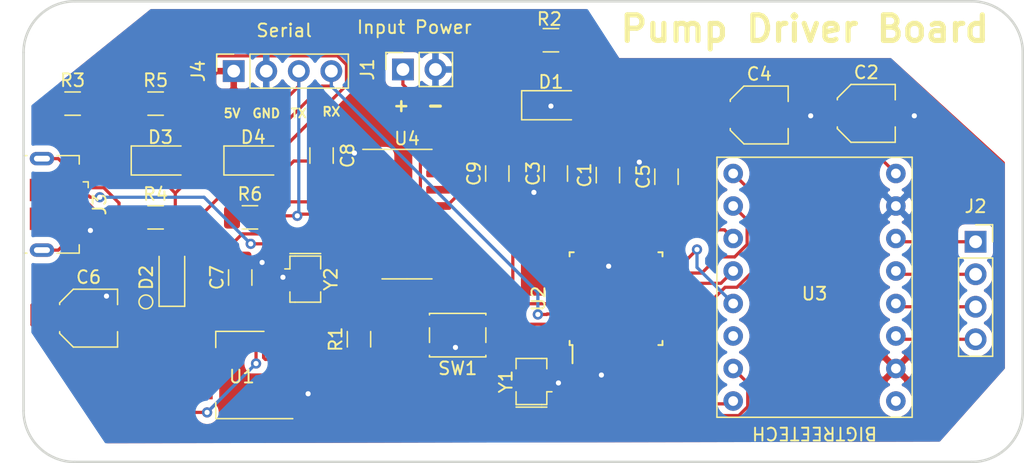
<source format=kicad_pcb>
(kicad_pcb (version 20171130) (host pcbnew "(5.1.5)-3")

  (general
    (thickness 1.6)
    (drawings 19)
    (tracks 300)
    (zones 0)
    (modules 30)
    (nets 56)
  )

  (page A4)
  (layers
    (0 F.Cu signal)
    (31 B.Cu signal)
    (32 B.Adhes user hide)
    (33 F.Adhes user hide)
    (34 B.Paste user hide)
    (35 F.Paste user hide)
    (36 B.SilkS user)
    (37 F.SilkS user)
    (38 B.Mask user)
    (39 F.Mask user)
    (40 Dwgs.User user hide)
    (41 Cmts.User user hide)
    (42 Eco1.User user hide)
    (43 Eco2.User user hide)
    (44 Edge.Cuts user)
    (45 Margin user hide)
    (46 B.CrtYd user hide)
    (47 F.CrtYd user hide)
    (48 B.Fab user hide)
    (49 F.Fab user hide)
  )

  (setup
    (last_trace_width 0.25)
    (trace_clearance 0.2)
    (zone_clearance 0.508)
    (zone_45_only no)
    (trace_min 0.2)
    (via_size 0.8)
    (via_drill 0.4)
    (via_min_size 0.4)
    (via_min_drill 0.3)
    (uvia_size 0.3)
    (uvia_drill 0.1)
    (uvias_allowed no)
    (uvia_min_size 0.2)
    (uvia_min_drill 0.1)
    (edge_width 0.05)
    (segment_width 0.2)
    (pcb_text_width 0.3)
    (pcb_text_size 1.5 1.5)
    (mod_edge_width 0.12)
    (mod_text_size 1 1)
    (mod_text_width 0.15)
    (pad_size 1.524 1.524)
    (pad_drill 0.762)
    (pad_to_mask_clearance 0.051)
    (solder_mask_min_width 0.25)
    (aux_axis_origin 0 0)
    (visible_elements 7FFFFFFF)
    (pcbplotparams
      (layerselection 0x010f0_ffffffff)
      (usegerberextensions false)
      (usegerberattributes false)
      (usegerberadvancedattributes false)
      (creategerberjobfile false)
      (excludeedgelayer true)
      (linewidth 0.100000)
      (plotframeref false)
      (viasonmask false)
      (mode 1)
      (useauxorigin false)
      (hpglpennumber 1)
      (hpglpenspeed 20)
      (hpglpendiameter 15.000000)
      (psnegative false)
      (psa4output false)
      (plotreference true)
      (plotvalue true)
      (plotinvisibletext false)
      (padsonsilk false)
      (subtractmaskfromsilk false)
      (outputformat 1)
      (mirror false)
      (drillshape 0)
      (scaleselection 1)
      (outputdirectory "Gerber2/"))
  )

  (net 0 "")
  (net 1 GND)
  (net 2 RX)
  (net 3 VIN)
  (net 4 "Net-(C3-Pad1)")
  (net 5 VUSB)
  (net 6 +3V3)
  (net 7 RESET)
  (net 8 "Net-(C9-Pad2)")
  (net 9 "Net-(D1-Pad2)")
  (net 10 "Net-(D3-Pad2)")
  (net 11 "Net-(D4-Pad2)")
  (net 12 "Net-(J2-Pad1)")
  (net 13 "Net-(J2-Pad2)")
  (net 14 "Net-(J2-Pad3)")
  (net 15 "Net-(J2-Pad4)")
  (net 16 "Net-(J3-Pad6)")
  (net 17 "Net-(J3-Pad4)")
  (net 18 "Net-(J3-Pad3)")
  (net 19 "Net-(J3-Pad2)")
  (net 20 "Net-(R4-Pad1)")
  (net 21 "Net-(R6-Pad1)")
  (net 22 D3)
  (net 23 D4)
  (net 24 "Net-(U2-Pad7)")
  (net 25 "Net-(U2-Pad8)")
  (net 26 D5)
  (net 27 D6)
  (net 28 D7)
  (net 29 D8)
  (net 30 D9)
  (net 31 D10)
  (net 32 MOSI)
  (net 33 MISO)
  (net 34 SCK)
  (net 35 "Net-(U2-Pad19)")
  (net 36 "Net-(U2-Pad22)")
  (net 37 A0)
  (net 38 A1)
  (net 39 A2)
  (net 40 A3)
  (net 41 A4)
  (net 42 A5)
  (net 43 D2)
  (net 44 "Net-(U3-Pad6)")
  (net 45 "Net-(U3-Pad9)")
  (net 46 "Net-(U4-Pad7)")
  (net 47 "Net-(U4-Pad8)")
  (net 48 "Net-(U4-Pad9)")
  (net 49 "Net-(U4-Pad10)")
  (net 50 "Net-(U4-Pad11)")
  (net 51 "Net-(U4-Pad12)")
  (net 52 "Net-(U4-Pad14)")
  (net 53 "Net-(U4-Pad15)")
  (net 54 +5V)
  (net 55 TX)

  (net_class Default "This is the default net class."
    (clearance 0.2)
    (trace_width 0.25)
    (via_dia 0.8)
    (via_drill 0.4)
    (uvia_dia 0.3)
    (uvia_drill 0.1)
    (add_net +3V3)
    (add_net +5V)
    (add_net A0)
    (add_net A1)
    (add_net A2)
    (add_net A3)
    (add_net A4)
    (add_net A5)
    (add_net D10)
    (add_net D2)
    (add_net D3)
    (add_net D4)
    (add_net D5)
    (add_net D6)
    (add_net D7)
    (add_net D8)
    (add_net D9)
    (add_net GND)
    (add_net MISO)
    (add_net MOSI)
    (add_net "Net-(C3-Pad1)")
    (add_net "Net-(C9-Pad2)")
    (add_net "Net-(D1-Pad2)")
    (add_net "Net-(D3-Pad2)")
    (add_net "Net-(D4-Pad2)")
    (add_net "Net-(J2-Pad1)")
    (add_net "Net-(J2-Pad2)")
    (add_net "Net-(J2-Pad3)")
    (add_net "Net-(J2-Pad4)")
    (add_net "Net-(J3-Pad2)")
    (add_net "Net-(J3-Pad3)")
    (add_net "Net-(J3-Pad4)")
    (add_net "Net-(J3-Pad6)")
    (add_net "Net-(R4-Pad1)")
    (add_net "Net-(R6-Pad1)")
    (add_net "Net-(U2-Pad19)")
    (add_net "Net-(U2-Pad22)")
    (add_net "Net-(U2-Pad7)")
    (add_net "Net-(U2-Pad8)")
    (add_net "Net-(U3-Pad6)")
    (add_net "Net-(U3-Pad9)")
    (add_net "Net-(U4-Pad10)")
    (add_net "Net-(U4-Pad11)")
    (add_net "Net-(U4-Pad12)")
    (add_net "Net-(U4-Pad14)")
    (add_net "Net-(U4-Pad15)")
    (add_net "Net-(U4-Pad7)")
    (add_net "Net-(U4-Pad8)")
    (add_net "Net-(U4-Pad9)")
    (add_net RESET)
    (add_net RX)
    (add_net SCK)
    (add_net TX)
    (add_net VIN)
    (add_net VUSB)
  )

  (module Capacitor_SMD:C_1206_3216Metric (layer F.Cu) (tedit 5B301BBE) (tstamp 5FFD7F9D)
    (at 95.758 100.581 270)
    (descr "Capacitor SMD 1206 (3216 Metric), square (rectangular) end terminal, IPC_7351 nominal, (Body size source: http://www.tortai-tech.com/upload/download/2011102023233369053.pdf), generated with kicad-footprint-generator")
    (tags capacitor)
    (path /5FF9A053)
    (attr smd)
    (fp_text reference C8 (at 0 -2.032 90) (layer F.SilkS)
      (effects (font (size 1 1) (thickness 0.15)))
    )
    (fp_text value 100nF (at 0 1.82 90) (layer F.Fab)
      (effects (font (size 1 1) (thickness 0.15)))
    )
    (fp_text user %R (at 0 0 90) (layer F.Fab)
      (effects (font (size 0.8 0.8) (thickness 0.12)))
    )
    (fp_line (start 2.28 1.12) (end -2.28 1.12) (layer F.CrtYd) (width 0.05))
    (fp_line (start 2.28 -1.12) (end 2.28 1.12) (layer F.CrtYd) (width 0.05))
    (fp_line (start -2.28 -1.12) (end 2.28 -1.12) (layer F.CrtYd) (width 0.05))
    (fp_line (start -2.28 1.12) (end -2.28 -1.12) (layer F.CrtYd) (width 0.05))
    (fp_line (start -0.602064 0.91) (end 0.602064 0.91) (layer F.SilkS) (width 0.12))
    (fp_line (start -0.602064 -0.91) (end 0.602064 -0.91) (layer F.SilkS) (width 0.12))
    (fp_line (start 1.6 0.8) (end -1.6 0.8) (layer F.Fab) (width 0.1))
    (fp_line (start 1.6 -0.8) (end 1.6 0.8) (layer F.Fab) (width 0.1))
    (fp_line (start -1.6 -0.8) (end 1.6 -0.8) (layer F.Fab) (width 0.1))
    (fp_line (start -1.6 0.8) (end -1.6 -0.8) (layer F.Fab) (width 0.1))
    (pad 2 smd roundrect (at 1.4 0 270) (size 1.25 1.75) (layers F.Cu F.Paste F.Mask) (roundrect_rratio 0.2)
      (net 6 +3V3))
    (pad 1 smd roundrect (at -1.4 0 270) (size 1.25 1.75) (layers F.Cu F.Paste F.Mask) (roundrect_rratio 0.2)
      (net 1 GND))
    (model ${KISYS3DMOD}/Capacitor_SMD.3dshapes/C_1206_3216Metric.wrl
      (at (xyz 0 0 0))
      (scale (xyz 1 1 1))
      (rotate (xyz 0 0 0))
    )
  )

  (module Connector_USB:USB_Micro-B_GCT_USB3076-30-A (layer F.Cu) (tedit 5A170D03) (tstamp 600ACB71)
    (at 75.131 104.394 270)
    (descr "GCT Micro USB https://gct.co/files/drawings/usb3076.pdf")
    (tags "Micro-USB SMD Typ-B GCT")
    (path /5FFB6423)
    (attr smd)
    (fp_text reference J3 (at 0 -3.3 90) (layer F.SilkS)
      (effects (font (size 1 1) (thickness 0.15)))
    )
    (fp_text value USB_B_Micro (at 0 5.2 90) (layer F.Fab)
      (effects (font (size 1 1) (thickness 0.15)))
    )
    (fp_line (start -1.1 -2.16) (end -1.1 -1.95) (layer F.Fab) (width 0.1))
    (fp_line (start -1.5 -2.16) (end -1.5 -1.95) (layer F.Fab) (width 0.1))
    (fp_line (start -1.5 -2.16) (end -1.1 -2.16) (layer F.Fab) (width 0.1))
    (fp_line (start -1.1 -1.95) (end -1.3 -1.75) (layer F.Fab) (width 0.1))
    (fp_line (start -1.3 -1.75) (end -1.5 -1.95) (layer F.Fab) (width 0.1))
    (fp_line (start -1.76 -2.41) (end -1.76 -2.02) (layer F.SilkS) (width 0.12))
    (fp_line (start -1.76 -2.41) (end -1.31 -2.41) (layer F.SilkS) (width 0.12))
    (fp_text user %R (at 0 0.85 90) (layer F.Fab)
      (effects (font (size 1 1) (thickness 0.15)))
    )
    (fp_line (start 3.81 -1.71) (end 3.16 -1.71) (layer F.SilkS) (width 0.12))
    (fp_line (start 3.81 0.02) (end 3.81 -1.71) (layer F.SilkS) (width 0.12))
    (fp_line (start -3.81 2.59) (end -3.81 2.38) (layer F.SilkS) (width 0.12))
    (fp_line (start -3.7 3.95) (end -3.7 -1.6) (layer F.Fab) (width 0.1))
    (fp_line (start -3.7 -1.6) (end 3.7 -1.6) (layer F.Fab) (width 0.1))
    (fp_line (start -3.7 3.95) (end 3.7 3.95) (layer F.Fab) (width 0.1))
    (fp_line (start -3 2.65) (end 3 2.65) (layer F.Fab) (width 0.1))
    (fp_line (start 3.7 3.95) (end 3.7 -1.6) (layer F.Fab) (width 0.1))
    (fp_line (start 3.81 2.59) (end 3.81 2.38) (layer F.SilkS) (width 0.12))
    (fp_line (start -3.81 0.02) (end -3.81 -1.71) (layer F.SilkS) (width 0.12))
    (fp_line (start -3.81 -1.71) (end -3.15 -1.71) (layer F.SilkS) (width 0.12))
    (fp_text user "PCB Edge" (at 0 2.65 90) (layer Dwgs.User)
      (effects (font (size 0.5 0.5) (thickness 0.08)))
    )
    (fp_line (start -4.6 4.45) (end -4.6 -2.65) (layer F.CrtYd) (width 0.05))
    (fp_line (start -4.6 -2.65) (end 4.6 -2.65) (layer F.CrtYd) (width 0.05))
    (fp_line (start 4.6 -2.65) (end 4.6 4.45) (layer F.CrtYd) (width 0.05))
    (fp_line (start -4.6 4.45) (end 4.6 4.45) (layer F.CrtYd) (width 0.05))
    (pad 6 smd rect (at -2.32 -1.03 270) (size 1.15 1.45) (layers F.Cu F.Paste F.Mask)
      (net 16 "Net-(J3-Pad6)"))
    (pad 6 smd rect (at 2.32 -1.03 270) (size 1.15 1.45) (layers F.Cu F.Paste F.Mask)
      (net 16 "Net-(J3-Pad6)"))
    (pad 6 thru_hole oval (at 3.575 1.2 270) (size 1.05 1.9) (drill oval 0.45 1.25) (layers *.Cu *.Mask)
      (net 16 "Net-(J3-Pad6)"))
    (pad 6 thru_hole oval (at -3.575 1.2 90) (size 1.05 1.9) (drill oval 0.45 1.25) (layers *.Cu *.Mask)
      (net 16 "Net-(J3-Pad6)"))
    (pad 6 smd rect (at -1.125 1.2 270) (size 1.75 1.9) (layers F.Cu F.Paste F.Mask)
      (net 16 "Net-(J3-Pad6)"))
    (pad 3 smd rect (at 0 -1.45 270) (size 0.4 1.4) (layers F.Cu F.Paste F.Mask)
      (net 18 "Net-(J3-Pad3)"))
    (pad 4 smd rect (at 0.65 -1.45 270) (size 0.4 1.4) (layers F.Cu F.Paste F.Mask)
      (net 17 "Net-(J3-Pad4)"))
    (pad 5 smd rect (at 1.3 -1.45 270) (size 0.4 1.4) (layers F.Cu F.Paste F.Mask)
      (net 1 GND))
    (pad 1 smd rect (at -1.3 -1.45 270) (size 0.4 1.4) (layers F.Cu F.Paste F.Mask)
      (net 5 VUSB))
    (pad 2 smd rect (at -0.65 -1.45 270) (size 0.4 1.4) (layers F.Cu F.Paste F.Mask)
      (net 19 "Net-(J3-Pad2)"))
    (pad 6 smd rect (at 1.125 1.2 270) (size 1.75 1.9) (layers F.Cu F.Paste F.Mask)
      (net 16 "Net-(J3-Pad6)"))
    (model ${KISYS3DMOD}/Connector_USB.3dshapes/USB_Micro-B_GCT_USB3076-30-A.wrl
      (at (xyz 0 0 0))
      (scale (xyz 1 1 1))
      (rotate (xyz 0 0 0))
    )
  )

  (module TMC_2208:tmc_2208 (layer F.Cu) (tedit 5F3CDF66) (tstamp 5FFD7D3D)
    (at 134.239 110.871)
    (path /5FFC2E34)
    (fp_text reference U3 (at 0 0.508 180) (layer F.SilkS)
      (effects (font (size 1 1) (thickness 0.15)))
    )
    (fp_text value TMC2130_BS (at 0 -0.5) (layer F.Fab)
      (effects (font (size 1 1) (thickness 0.15)))
    )
    (fp_line (start 7.62 10.16) (end -7.62 10.16) (layer F.SilkS) (width 0.12))
    (fp_line (start 7.62 -10.16) (end 7.62 10.16) (layer F.SilkS) (width 0.12))
    (fp_line (start -7.62 -10.16) (end 7.62 -10.16) (layer F.SilkS) (width 0.12))
    (fp_line (start -7.62 10.16) (end -7.62 -10.16) (layer F.SilkS) (width 0.12))
    (pad 1 thru_hole circle (at -6.35 -8.89) (size 1.524 1.524) (drill 0.762) (layers *.Cu *.Mask)
      (net 28 D7))
    (pad 2 thru_hole circle (at -6.35 -6.35) (size 1.524 1.524) (drill 0.762) (layers *.Cu *.Mask)
      (net 32 MOSI))
    (pad 3 thru_hole circle (at -6.35 -3.81) (size 1.524 1.524) (drill 0.762) (layers *.Cu *.Mask)
      (net 34 SCK))
    (pad 4 thru_hole circle (at -6.35 -1.27) (size 1.524 1.524) (drill 0.762) (layers *.Cu *.Mask)
      (net 31 D10))
    (pad 5 thru_hole circle (at -6.35 1.27) (size 1.524 1.524) (drill 0.762) (layers *.Cu *.Mask)
      (net 33 MISO))
    (pad 6 thru_hole circle (at -6.35 3.81) (size 1.524 1.524) (drill 0.762) (layers *.Cu *.Mask)
      (net 44 "Net-(U3-Pad6)"))
    (pad 7 thru_hole circle (at -6.35 6.35) (size 1.524 1.524) (drill 0.762) (layers *.Cu *.Mask)
      (net 43 D2))
    (pad 8 thru_hole circle (at -6.35 8.89) (size 1.524 1.524) (drill 0.762) (layers *.Cu *.Mask)
      (net 22 D3))
    (pad 9 thru_hole circle (at 6.35 8.89) (size 1.524 1.524) (drill 0.762) (layers *.Cu *.Mask)
      (net 45 "Net-(U3-Pad9)"))
    (pad 10 thru_hole circle (at 6.35 6.35) (size 1.524 1.524) (drill 0.762) (layers *.Cu *.Mask)
      (net 54 +5V))
    (pad 11 thru_hole circle (at 6.35 3.81) (size 1.524 1.524) (drill 0.762) (layers *.Cu *.Mask)
      (net 15 "Net-(J2-Pad4)"))
    (pad 12 thru_hole circle (at 6.35 1.27) (size 1.524 1.524) (drill 0.762) (layers *.Cu *.Mask)
      (net 14 "Net-(J2-Pad3)"))
    (pad 13 thru_hole circle (at 6.35 -1.27) (size 1.524 1.524) (drill 0.762) (layers *.Cu *.Mask)
      (net 13 "Net-(J2-Pad2)"))
    (pad 14 thru_hole circle (at 6.35 -3.81) (size 1.524 1.524) (drill 0.762) (layers *.Cu *.Mask)
      (net 12 "Net-(J2-Pad1)"))
    (pad 15 thru_hole circle (at 6.35 -6.35) (size 1.524 1.524) (drill 0.762) (layers *.Cu *.Mask)
      (net 1 GND))
    (pad 16 thru_hole circle (at 6.35 -8.89) (size 1.524 1.524) (drill 0.762) (layers *.Cu *.Mask)
      (net 3 VIN))
  )

  (module Button_Switch_SMD:SW_SPST_PTS810 (layer F.Cu) (tedit 5B0610A8) (tstamp 5FFD7E22)
    (at 106.383 114.613 180)
    (descr "C&K Components, PTS 810 Series, Microminiature SMT Top Actuated, http://www.ckswitches.com/media/1476/pts810.pdf")
    (tags "SPST Button Switch")
    (path /5FF81A1B)
    (attr smd)
    (fp_text reference SW1 (at 0 -2.6) (layer F.SilkS)
      (effects (font (size 1 1) (thickness 0.15)))
    )
    (fp_text value SW1_Reset (at 0 2.6) (layer F.Fab)
      (effects (font (size 1 1) (thickness 0.15)))
    )
    (fp_arc (start 0.4 0) (end 0.4 -1.1) (angle 180) (layer F.Fab) (width 0.1))
    (fp_line (start 2.1 1.6) (end 2.1 -1.6) (layer F.Fab) (width 0.1))
    (fp_line (start 2.1 -1.6) (end -2.1 -1.6) (layer F.Fab) (width 0.1))
    (fp_line (start -2.1 -1.6) (end -2.1 1.6) (layer F.Fab) (width 0.1))
    (fp_line (start -2.1 1.6) (end 2.1 1.6) (layer F.Fab) (width 0.1))
    (fp_arc (start -0.4 0) (end -0.4 1.1) (angle 180) (layer F.Fab) (width 0.1))
    (fp_line (start -0.4 -1.1) (end 0.4 -1.1) (layer F.Fab) (width 0.1))
    (fp_line (start 0.4 1.1) (end -0.4 1.1) (layer F.Fab) (width 0.1))
    (fp_line (start 2.2 -1.7) (end -2.2 -1.7) (layer F.SilkS) (width 0.12))
    (fp_line (start -2.2 -1.7) (end -2.2 -1.58) (layer F.SilkS) (width 0.12))
    (fp_line (start -2.2 -0.57) (end -2.2 0.57) (layer F.SilkS) (width 0.12))
    (fp_line (start -2.2 1.58) (end -2.2 1.7) (layer F.SilkS) (width 0.12))
    (fp_line (start -2.2 1.7) (end 2.2 1.7) (layer F.SilkS) (width 0.12))
    (fp_line (start 2.2 1.7) (end 2.2 1.58) (layer F.SilkS) (width 0.12))
    (fp_line (start 2.2 0.57) (end 2.2 -0.57) (layer F.SilkS) (width 0.12))
    (fp_line (start 2.2 -1.58) (end 2.2 -1.7) (layer F.SilkS) (width 0.12))
    (fp_text user %R (at 0 0) (layer F.Fab)
      (effects (font (size 0.6 0.6) (thickness 0.09)))
    )
    (fp_line (start 2.85 -1.85) (end 2.85 1.85) (layer F.CrtYd) (width 0.05))
    (fp_line (start 2.85 1.85) (end -2.85 1.85) (layer F.CrtYd) (width 0.05))
    (fp_line (start -2.85 1.85) (end -2.85 -1.85) (layer F.CrtYd) (width 0.05))
    (fp_line (start -2.85 -1.85) (end 2.85 -1.85) (layer F.CrtYd) (width 0.05))
    (pad 2 smd rect (at 2.075 1.075 180) (size 1.05 0.65) (layers F.Cu F.Paste F.Mask)
      (net 7 RESET))
    (pad 2 smd rect (at -2.075 1.075 180) (size 1.05 0.65) (layers F.Cu F.Paste F.Mask)
      (net 7 RESET))
    (pad 1 smd rect (at 2.075 -1.075 180) (size 1.05 0.65) (layers F.Cu F.Paste F.Mask)
      (net 1 GND))
    (pad 1 smd rect (at -2.075 -1.075 180) (size 1.05 0.65) (layers F.Cu F.Paste F.Mask)
      (net 1 GND))
    (model ${KISYS3DMOD}/Button_Switch_SMD.3dshapes/SW_SPST_PTS810.wrl
      (at (xyz 0 0 0))
      (scale (xyz 1 1 1))
      (rotate (xyz 0 0 0))
    )
  )

  (module Capacitor_SMD:C_1206_3216Metric (layer F.Cu) (tedit 5B301BBE) (tstamp 5FFD8405)
    (at 118.11 102.108 90)
    (descr "Capacitor SMD 1206 (3216 Metric), square (rectangular) end terminal, IPC_7351 nominal, (Body size source: http://www.tortai-tech.com/upload/download/2011102023233369053.pdf), generated with kicad-footprint-generator")
    (tags capacitor)
    (path /5FF828C8)
    (attr smd)
    (fp_text reference C1 (at 0 -1.82 90) (layer F.SilkS)
      (effects (font (size 1 1) (thickness 0.15)))
    )
    (fp_text value 1uF (at 0 1.82 90) (layer F.Fab)
      (effects (font (size 1 1) (thickness 0.15)))
    )
    (fp_text user %R (at 0 0 90) (layer F.Fab)
      (effects (font (size 0.8 0.8) (thickness 0.12)))
    )
    (fp_line (start 2.28 1.12) (end -2.28 1.12) (layer F.CrtYd) (width 0.05))
    (fp_line (start 2.28 -1.12) (end 2.28 1.12) (layer F.CrtYd) (width 0.05))
    (fp_line (start -2.28 -1.12) (end 2.28 -1.12) (layer F.CrtYd) (width 0.05))
    (fp_line (start -2.28 1.12) (end -2.28 -1.12) (layer F.CrtYd) (width 0.05))
    (fp_line (start -0.602064 0.91) (end 0.602064 0.91) (layer F.SilkS) (width 0.12))
    (fp_line (start -0.602064 -0.91) (end 0.602064 -0.91) (layer F.SilkS) (width 0.12))
    (fp_line (start 1.6 0.8) (end -1.6 0.8) (layer F.Fab) (width 0.1))
    (fp_line (start 1.6 -0.8) (end 1.6 0.8) (layer F.Fab) (width 0.1))
    (fp_line (start -1.6 -0.8) (end 1.6 -0.8) (layer F.Fab) (width 0.1))
    (fp_line (start -1.6 0.8) (end -1.6 -0.8) (layer F.Fab) (width 0.1))
    (pad 2 smd roundrect (at 1.4 0 90) (size 1.25 1.75) (layers F.Cu F.Paste F.Mask) (roundrect_rratio 0.2)
      (net 1 GND))
    (pad 1 smd roundrect (at -1.4 0 90) (size 1.25 1.75) (layers F.Cu F.Paste F.Mask) (roundrect_rratio 0.2)
      (net 54 +5V))
    (model ${KISYS3DMOD}/Capacitor_SMD.3dshapes/C_1206_3216Metric.wrl
      (at (xyz 0 0 0))
      (scale (xyz 1 1 1))
      (rotate (xyz 0 0 0))
    )
  )

  (module Capacitor_SMD:C_Elec_4x5.4 (layer F.Cu) (tedit 5BC8D926) (tstamp 5FFD84E1)
    (at 138.279 97.282)
    (descr "SMD capacitor, aluminum electrolytic nonpolar, 4.0x5.4mm")
    (tags "capacitor electrolyic nonpolar")
    (path /5FFCC88A)
    (attr smd)
    (fp_text reference C2 (at 0 -3.2) (layer F.SilkS)
      (effects (font (size 1 1) (thickness 0.15)))
    )
    (fp_text value 10uF (at 0 3.2) (layer F.Fab)
      (effects (font (size 1 1) (thickness 0.15)))
    )
    (fp_circle (center 0 0) (end 2 0) (layer F.Fab) (width 0.1))
    (fp_line (start 2.15 -2.15) (end 2.15 2.15) (layer F.Fab) (width 0.1))
    (fp_line (start -1.15 -2.15) (end 2.15 -2.15) (layer F.Fab) (width 0.1))
    (fp_line (start -1.15 2.15) (end 2.15 2.15) (layer F.Fab) (width 0.1))
    (fp_line (start -2.15 -1.15) (end -2.15 1.15) (layer F.Fab) (width 0.1))
    (fp_line (start -2.15 -1.15) (end -1.15 -2.15) (layer F.Fab) (width 0.1))
    (fp_line (start -2.15 1.15) (end -1.15 2.15) (layer F.Fab) (width 0.1))
    (fp_line (start 2.26 2.26) (end 2.26 1.06) (layer F.SilkS) (width 0.12))
    (fp_line (start 2.26 -2.26) (end 2.26 -1.06) (layer F.SilkS) (width 0.12))
    (fp_line (start -1.195563 -2.26) (end 2.26 -2.26) (layer F.SilkS) (width 0.12))
    (fp_line (start -1.195563 2.26) (end 2.26 2.26) (layer F.SilkS) (width 0.12))
    (fp_line (start -2.26 1.195563) (end -2.26 1.06) (layer F.SilkS) (width 0.12))
    (fp_line (start -2.26 -1.195563) (end -2.26 -1.06) (layer F.SilkS) (width 0.12))
    (fp_line (start -2.26 -1.195563) (end -1.195563 -2.26) (layer F.SilkS) (width 0.12))
    (fp_line (start -2.26 1.195563) (end -1.195563 2.26) (layer F.SilkS) (width 0.12))
    (fp_line (start 2.4 -2.4) (end 2.4 -1.05) (layer F.CrtYd) (width 0.05))
    (fp_line (start 2.4 -1.05) (end 3.25 -1.05) (layer F.CrtYd) (width 0.05))
    (fp_line (start 3.25 -1.05) (end 3.25 1.05) (layer F.CrtYd) (width 0.05))
    (fp_line (start 3.25 1.05) (end 2.4 1.05) (layer F.CrtYd) (width 0.05))
    (fp_line (start 2.4 1.05) (end 2.4 2.4) (layer F.CrtYd) (width 0.05))
    (fp_line (start -1.25 2.4) (end 2.4 2.4) (layer F.CrtYd) (width 0.05))
    (fp_line (start -1.25 -2.4) (end 2.4 -2.4) (layer F.CrtYd) (width 0.05))
    (fp_line (start -2.4 1.25) (end -1.25 2.4) (layer F.CrtYd) (width 0.05))
    (fp_line (start -2.4 -1.25) (end -1.25 -2.4) (layer F.CrtYd) (width 0.05))
    (fp_line (start -2.4 -1.25) (end -2.4 -1.05) (layer F.CrtYd) (width 0.05))
    (fp_line (start -2.4 1.05) (end -2.4 1.25) (layer F.CrtYd) (width 0.05))
    (fp_line (start -2.4 -1.05) (end -3.25 -1.05) (layer F.CrtYd) (width 0.05))
    (fp_line (start -3.25 -1.05) (end -3.25 1.05) (layer F.CrtYd) (width 0.05))
    (fp_line (start -3.25 1.05) (end -2.4 1.05) (layer F.CrtYd) (width 0.05))
    (fp_text user %R (at 0 0) (layer F.Fab)
      (effects (font (size 0.8 0.8) (thickness 0.12)))
    )
    (pad 1 smd roundrect (at -1.675 0) (size 2.65 1.6) (layers F.Cu F.Paste F.Mask) (roundrect_rratio 0.15625)
      (net 3 VIN))
    (pad 2 smd roundrect (at 1.675 0) (size 2.65 1.6) (layers F.Cu F.Paste F.Mask) (roundrect_rratio 0.15625)
      (net 1 GND))
    (model ${KISYS3DMOD}/Capacitor_SMD.3dshapes/C_Elec_4x5.4.wrl
      (at (xyz 0 0 0))
      (scale (xyz 1 1 1))
      (rotate (xyz 0 0 0))
    )
  )

  (module Capacitor_SMD:C_1206_3216Metric (layer F.Cu) (tedit 5B301BBE) (tstamp 5FFD849E)
    (at 114.046 101.984 270)
    (descr "Capacitor SMD 1206 (3216 Metric), square (rectangular) end terminal, IPC_7351 nominal, (Body size source: http://www.tortai-tech.com/upload/download/2011102023233369053.pdf), generated with kicad-footprint-generator")
    (tags capacitor)
    (path /5FF7EB57)
    (attr smd)
    (fp_text reference C3 (at -0.003 1.778 90) (layer F.SilkS)
      (effects (font (size 1 1) (thickness 0.15)))
    )
    (fp_text value 100nF (at 0 1.82 90) (layer F.Fab)
      (effects (font (size 1 1) (thickness 0.15)))
    )
    (fp_text user %R (at 0 0 90) (layer F.Fab)
      (effects (font (size 0.8 0.8) (thickness 0.12)))
    )
    (fp_line (start 2.28 1.12) (end -2.28 1.12) (layer F.CrtYd) (width 0.05))
    (fp_line (start 2.28 -1.12) (end 2.28 1.12) (layer F.CrtYd) (width 0.05))
    (fp_line (start -2.28 -1.12) (end 2.28 -1.12) (layer F.CrtYd) (width 0.05))
    (fp_line (start -2.28 1.12) (end -2.28 -1.12) (layer F.CrtYd) (width 0.05))
    (fp_line (start -0.602064 0.91) (end 0.602064 0.91) (layer F.SilkS) (width 0.12))
    (fp_line (start -0.602064 -0.91) (end 0.602064 -0.91) (layer F.SilkS) (width 0.12))
    (fp_line (start 1.6 0.8) (end -1.6 0.8) (layer F.Fab) (width 0.1))
    (fp_line (start 1.6 -0.8) (end 1.6 0.8) (layer F.Fab) (width 0.1))
    (fp_line (start -1.6 -0.8) (end 1.6 -0.8) (layer F.Fab) (width 0.1))
    (fp_line (start -1.6 0.8) (end -1.6 -0.8) (layer F.Fab) (width 0.1))
    (pad 2 smd roundrect (at 1.4 0 270) (size 1.25 1.75) (layers F.Cu F.Paste F.Mask) (roundrect_rratio 0.2)
      (net 1 GND))
    (pad 1 smd roundrect (at -1.4 0 270) (size 1.25 1.75) (layers F.Cu F.Paste F.Mask) (roundrect_rratio 0.2)
      (net 4 "Net-(C3-Pad1)"))
    (model ${KISYS3DMOD}/Capacitor_SMD.3dshapes/C_1206_3216Metric.wrl
      (at (xyz 0 0 0))
      (scale (xyz 1 1 1))
      (rotate (xyz 0 0 0))
    )
  )

  (module Capacitor_SMD:C_Elec_4x5.4 (layer F.Cu) (tedit 5BC8D926) (tstamp 5FFDA987)
    (at 129.921 97.409)
    (descr "SMD capacitor, aluminum electrolytic nonpolar, 4.0x5.4mm")
    (tags "capacitor electrolyic nonpolar")
    (path /5FF83224)
    (attr smd)
    (fp_text reference C4 (at 0 -3.2) (layer F.SilkS)
      (effects (font (size 1 1) (thickness 0.15)))
    )
    (fp_text value 4.7uF_16v (at 0 3.2) (layer F.Fab)
      (effects (font (size 1 1) (thickness 0.15)))
    )
    (fp_circle (center 0 0) (end 2 0) (layer F.Fab) (width 0.1))
    (fp_line (start 2.15 -2.15) (end 2.15 2.15) (layer F.Fab) (width 0.1))
    (fp_line (start -1.15 -2.15) (end 2.15 -2.15) (layer F.Fab) (width 0.1))
    (fp_line (start -1.15 2.15) (end 2.15 2.15) (layer F.Fab) (width 0.1))
    (fp_line (start -2.15 -1.15) (end -2.15 1.15) (layer F.Fab) (width 0.1))
    (fp_line (start -2.15 -1.15) (end -1.15 -2.15) (layer F.Fab) (width 0.1))
    (fp_line (start -2.15 1.15) (end -1.15 2.15) (layer F.Fab) (width 0.1))
    (fp_line (start 2.26 2.26) (end 2.26 1.06) (layer F.SilkS) (width 0.12))
    (fp_line (start 2.26 -2.26) (end 2.26 -1.06) (layer F.SilkS) (width 0.12))
    (fp_line (start -1.195563 -2.26) (end 2.26 -2.26) (layer F.SilkS) (width 0.12))
    (fp_line (start -1.195563 2.26) (end 2.26 2.26) (layer F.SilkS) (width 0.12))
    (fp_line (start -2.26 1.195563) (end -2.26 1.06) (layer F.SilkS) (width 0.12))
    (fp_line (start -2.26 -1.195563) (end -2.26 -1.06) (layer F.SilkS) (width 0.12))
    (fp_line (start -2.26 -1.195563) (end -1.195563 -2.26) (layer F.SilkS) (width 0.12))
    (fp_line (start -2.26 1.195563) (end -1.195563 2.26) (layer F.SilkS) (width 0.12))
    (fp_line (start 2.4 -2.4) (end 2.4 -1.05) (layer F.CrtYd) (width 0.05))
    (fp_line (start 2.4 -1.05) (end 3.25 -1.05) (layer F.CrtYd) (width 0.05))
    (fp_line (start 3.25 -1.05) (end 3.25 1.05) (layer F.CrtYd) (width 0.05))
    (fp_line (start 3.25 1.05) (end 2.4 1.05) (layer F.CrtYd) (width 0.05))
    (fp_line (start 2.4 1.05) (end 2.4 2.4) (layer F.CrtYd) (width 0.05))
    (fp_line (start -1.25 2.4) (end 2.4 2.4) (layer F.CrtYd) (width 0.05))
    (fp_line (start -1.25 -2.4) (end 2.4 -2.4) (layer F.CrtYd) (width 0.05))
    (fp_line (start -2.4 1.25) (end -1.25 2.4) (layer F.CrtYd) (width 0.05))
    (fp_line (start -2.4 -1.25) (end -1.25 -2.4) (layer F.CrtYd) (width 0.05))
    (fp_line (start -2.4 -1.25) (end -2.4 -1.05) (layer F.CrtYd) (width 0.05))
    (fp_line (start -2.4 1.05) (end -2.4 1.25) (layer F.CrtYd) (width 0.05))
    (fp_line (start -2.4 -1.05) (end -3.25 -1.05) (layer F.CrtYd) (width 0.05))
    (fp_line (start -3.25 -1.05) (end -3.25 1.05) (layer F.CrtYd) (width 0.05))
    (fp_line (start -3.25 1.05) (end -2.4 1.05) (layer F.CrtYd) (width 0.05))
    (fp_text user %R (at 0 0) (layer F.Fab)
      (effects (font (size 0.8 0.8) (thickness 0.12)))
    )
    (pad 1 smd roundrect (at -1.675 0) (size 2.65 1.6) (layers F.Cu F.Paste F.Mask) (roundrect_rratio 0.15625)
      (net 54 +5V))
    (pad 2 smd roundrect (at 1.675 0) (size 2.65 1.6) (layers F.Cu F.Paste F.Mask) (roundrect_rratio 0.15625)
      (net 1 GND))
    (model ${KISYS3DMOD}/Capacitor_SMD.3dshapes/C_Elec_4x5.4.wrl
      (at (xyz 0 0 0))
      (scale (xyz 1 1 1))
      (rotate (xyz 0 0 0))
    )
  )

  (module Capacitor_SMD:C_1206_3216Metric (layer F.Cu) (tedit 5B301BBE) (tstamp 5FFD83D5)
    (at 122.682 102.232 90)
    (descr "Capacitor SMD 1206 (3216 Metric), square (rectangular) end terminal, IPC_7351 nominal, (Body size source: http://www.tortai-tech.com/upload/download/2011102023233369053.pdf), generated with kicad-footprint-generator")
    (tags capacitor)
    (path /5FF823C3)
    (attr smd)
    (fp_text reference C5 (at 0 -1.82 90) (layer F.SilkS)
      (effects (font (size 1 1) (thickness 0.15)))
    )
    (fp_text value 1uF (at 0 1.82 90) (layer F.Fab)
      (effects (font (size 1 1) (thickness 0.15)))
    )
    (fp_line (start -1.6 0.8) (end -1.6 -0.8) (layer F.Fab) (width 0.1))
    (fp_line (start -1.6 -0.8) (end 1.6 -0.8) (layer F.Fab) (width 0.1))
    (fp_line (start 1.6 -0.8) (end 1.6 0.8) (layer F.Fab) (width 0.1))
    (fp_line (start 1.6 0.8) (end -1.6 0.8) (layer F.Fab) (width 0.1))
    (fp_line (start -0.602064 -0.91) (end 0.602064 -0.91) (layer F.SilkS) (width 0.12))
    (fp_line (start -0.602064 0.91) (end 0.602064 0.91) (layer F.SilkS) (width 0.12))
    (fp_line (start -2.28 1.12) (end -2.28 -1.12) (layer F.CrtYd) (width 0.05))
    (fp_line (start -2.28 -1.12) (end 2.28 -1.12) (layer F.CrtYd) (width 0.05))
    (fp_line (start 2.28 -1.12) (end 2.28 1.12) (layer F.CrtYd) (width 0.05))
    (fp_line (start 2.28 1.12) (end -2.28 1.12) (layer F.CrtYd) (width 0.05))
    (fp_text user %R (at 0 0 90) (layer F.Fab)
      (effects (font (size 0.8 0.8) (thickness 0.12)))
    )
    (pad 1 smd roundrect (at -1.4 0 90) (size 1.25 1.75) (layers F.Cu F.Paste F.Mask) (roundrect_rratio 0.2)
      (net 54 +5V))
    (pad 2 smd roundrect (at 1.4 0 90) (size 1.25 1.75) (layers F.Cu F.Paste F.Mask) (roundrect_rratio 0.2)
      (net 1 GND))
    (model ${KISYS3DMOD}/Capacitor_SMD.3dshapes/C_1206_3216Metric.wrl
      (at (xyz 0 0 0))
      (scale (xyz 1 1 1))
      (rotate (xyz 0 0 0))
    )
  )

  (module Capacitor_SMD:C_Elec_4x5.4 (layer F.Cu) (tedit 5BC8D926) (tstamp 5FFE8F7C)
    (at 77.573 113.284)
    (descr "SMD capacitor, aluminum electrolytic nonpolar, 4.0x5.4mm")
    (tags "capacitor electrolyic nonpolar")
    (path /5FF92107)
    (attr smd)
    (fp_text reference C6 (at 0 -3.2) (layer F.SilkS)
      (effects (font (size 1 1) (thickness 0.15)))
    )
    (fp_text value 4.7uF_16v (at 0 3.2) (layer F.Fab)
      (effects (font (size 1 1) (thickness 0.15)))
    )
    (fp_text user %R (at 0 0) (layer F.Fab)
      (effects (font (size 0.8 0.8) (thickness 0.12)))
    )
    (fp_line (start -3.25 1.05) (end -2.4 1.05) (layer F.CrtYd) (width 0.05))
    (fp_line (start -3.25 -1.05) (end -3.25 1.05) (layer F.CrtYd) (width 0.05))
    (fp_line (start -2.4 -1.05) (end -3.25 -1.05) (layer F.CrtYd) (width 0.05))
    (fp_line (start -2.4 1.05) (end -2.4 1.25) (layer F.CrtYd) (width 0.05))
    (fp_line (start -2.4 -1.25) (end -2.4 -1.05) (layer F.CrtYd) (width 0.05))
    (fp_line (start -2.4 -1.25) (end -1.25 -2.4) (layer F.CrtYd) (width 0.05))
    (fp_line (start -2.4 1.25) (end -1.25 2.4) (layer F.CrtYd) (width 0.05))
    (fp_line (start -1.25 -2.4) (end 2.4 -2.4) (layer F.CrtYd) (width 0.05))
    (fp_line (start -1.25 2.4) (end 2.4 2.4) (layer F.CrtYd) (width 0.05))
    (fp_line (start 2.4 1.05) (end 2.4 2.4) (layer F.CrtYd) (width 0.05))
    (fp_line (start 3.25 1.05) (end 2.4 1.05) (layer F.CrtYd) (width 0.05))
    (fp_line (start 3.25 -1.05) (end 3.25 1.05) (layer F.CrtYd) (width 0.05))
    (fp_line (start 2.4 -1.05) (end 3.25 -1.05) (layer F.CrtYd) (width 0.05))
    (fp_line (start 2.4 -2.4) (end 2.4 -1.05) (layer F.CrtYd) (width 0.05))
    (fp_line (start -2.26 1.195563) (end -1.195563 2.26) (layer F.SilkS) (width 0.12))
    (fp_line (start -2.26 -1.195563) (end -1.195563 -2.26) (layer F.SilkS) (width 0.12))
    (fp_line (start -2.26 -1.195563) (end -2.26 -1.06) (layer F.SilkS) (width 0.12))
    (fp_line (start -2.26 1.195563) (end -2.26 1.06) (layer F.SilkS) (width 0.12))
    (fp_line (start -1.195563 2.26) (end 2.26 2.26) (layer F.SilkS) (width 0.12))
    (fp_line (start -1.195563 -2.26) (end 2.26 -2.26) (layer F.SilkS) (width 0.12))
    (fp_line (start 2.26 -2.26) (end 2.26 -1.06) (layer F.SilkS) (width 0.12))
    (fp_line (start 2.26 2.26) (end 2.26 1.06) (layer F.SilkS) (width 0.12))
    (fp_line (start -2.15 1.15) (end -1.15 2.15) (layer F.Fab) (width 0.1))
    (fp_line (start -2.15 -1.15) (end -1.15 -2.15) (layer F.Fab) (width 0.1))
    (fp_line (start -2.15 -1.15) (end -2.15 1.15) (layer F.Fab) (width 0.1))
    (fp_line (start -1.15 2.15) (end 2.15 2.15) (layer F.Fab) (width 0.1))
    (fp_line (start -1.15 -2.15) (end 2.15 -2.15) (layer F.Fab) (width 0.1))
    (fp_line (start 2.15 -2.15) (end 2.15 2.15) (layer F.Fab) (width 0.1))
    (fp_circle (center 0 0) (end 2 0) (layer F.Fab) (width 0.1))
    (pad 2 smd roundrect (at 1.675 0) (size 2.65 1.6) (layers F.Cu F.Paste F.Mask) (roundrect_rratio 0.15625)
      (net 1 GND))
    (pad 1 smd roundrect (at -1.675 0) (size 2.65 1.6) (layers F.Cu F.Paste F.Mask) (roundrect_rratio 0.15625)
      (net 5 VUSB))
    (model ${KISYS3DMOD}/Capacitor_SMD.3dshapes/C_Elec_4x5.4.wrl
      (at (xyz 0 0 0))
      (scale (xyz 1 1 1))
      (rotate (xyz 0 0 0))
    )
  )

  (module Capacitor_SMD:C_1206_3216Metric (layer F.Cu) (tedit 5B301BBE) (tstamp 5FFD7F3D)
    (at 89.408 110.112 90)
    (descr "Capacitor SMD 1206 (3216 Metric), square (rectangular) end terminal, IPC_7351 nominal, (Body size source: http://www.tortai-tech.com/upload/download/2011102023233369053.pdf), generated with kicad-footprint-generator")
    (tags capacitor)
    (path /5FF92B32)
    (attr smd)
    (fp_text reference C7 (at 0 -1.82 90) (layer F.SilkS)
      (effects (font (size 1 1) (thickness 0.15)))
    )
    (fp_text value 100nF (at 0 1.82 90) (layer F.Fab)
      (effects (font (size 1 1) (thickness 0.15)))
    )
    (fp_line (start -1.6 0.8) (end -1.6 -0.8) (layer F.Fab) (width 0.1))
    (fp_line (start -1.6 -0.8) (end 1.6 -0.8) (layer F.Fab) (width 0.1))
    (fp_line (start 1.6 -0.8) (end 1.6 0.8) (layer F.Fab) (width 0.1))
    (fp_line (start 1.6 0.8) (end -1.6 0.8) (layer F.Fab) (width 0.1))
    (fp_line (start -0.602064 -0.91) (end 0.602064 -0.91) (layer F.SilkS) (width 0.12))
    (fp_line (start -0.602064 0.91) (end 0.602064 0.91) (layer F.SilkS) (width 0.12))
    (fp_line (start -2.28 1.12) (end -2.28 -1.12) (layer F.CrtYd) (width 0.05))
    (fp_line (start -2.28 -1.12) (end 2.28 -1.12) (layer F.CrtYd) (width 0.05))
    (fp_line (start 2.28 -1.12) (end 2.28 1.12) (layer F.CrtYd) (width 0.05))
    (fp_line (start 2.28 1.12) (end -2.28 1.12) (layer F.CrtYd) (width 0.05))
    (fp_text user %R (at 0 0 90) (layer F.Fab)
      (effects (font (size 0.8 0.8) (thickness 0.12)))
    )
    (pad 1 smd roundrect (at -1.4 0 90) (size 1.25 1.75) (layers F.Cu F.Paste F.Mask) (roundrect_rratio 0.2)
      (net 5 VUSB))
    (pad 2 smd roundrect (at 1.4 0 90) (size 1.25 1.75) (layers F.Cu F.Paste F.Mask) (roundrect_rratio 0.2)
      (net 1 GND))
    (model ${KISYS3DMOD}/Capacitor_SMD.3dshapes/C_1206_3216Metric.wrl
      (at (xyz 0 0 0))
      (scale (xyz 1 1 1))
      (rotate (xyz 0 0 0))
    )
  )

  (module Capacitor_SMD:C_1206_3216Metric (layer F.Cu) (tedit 5B301BBE) (tstamp 5FFD9FBE)
    (at 109.474 101.984 90)
    (descr "Capacitor SMD 1206 (3216 Metric), square (rectangular) end terminal, IPC_7351 nominal, (Body size source: http://www.tortai-tech.com/upload/download/2011102023233369053.pdf), generated with kicad-footprint-generator")
    (tags capacitor)
    (path /5FFA8007)
    (attr smd)
    (fp_text reference C9 (at 0 -1.82 90) (layer F.SilkS)
      (effects (font (size 1 1) (thickness 0.15)))
    )
    (fp_text value 100nF (at 0 1.82 90) (layer F.Fab)
      (effects (font (size 1 1) (thickness 0.15)))
    )
    (fp_line (start -1.6 0.8) (end -1.6 -0.8) (layer F.Fab) (width 0.1))
    (fp_line (start -1.6 -0.8) (end 1.6 -0.8) (layer F.Fab) (width 0.1))
    (fp_line (start 1.6 -0.8) (end 1.6 0.8) (layer F.Fab) (width 0.1))
    (fp_line (start 1.6 0.8) (end -1.6 0.8) (layer F.Fab) (width 0.1))
    (fp_line (start -0.602064 -0.91) (end 0.602064 -0.91) (layer F.SilkS) (width 0.12))
    (fp_line (start -0.602064 0.91) (end 0.602064 0.91) (layer F.SilkS) (width 0.12))
    (fp_line (start -2.28 1.12) (end -2.28 -1.12) (layer F.CrtYd) (width 0.05))
    (fp_line (start -2.28 -1.12) (end 2.28 -1.12) (layer F.CrtYd) (width 0.05))
    (fp_line (start 2.28 -1.12) (end 2.28 1.12) (layer F.CrtYd) (width 0.05))
    (fp_line (start 2.28 1.12) (end -2.28 1.12) (layer F.CrtYd) (width 0.05))
    (fp_text user %R (at 0 0 90) (layer F.Fab)
      (effects (font (size 0.8 0.8) (thickness 0.12)))
    )
    (pad 1 smd roundrect (at -1.4 0 90) (size 1.25 1.75) (layers F.Cu F.Paste F.Mask) (roundrect_rratio 0.2)
      (net 7 RESET))
    (pad 2 smd roundrect (at 1.4 0 90) (size 1.25 1.75) (layers F.Cu F.Paste F.Mask) (roundrect_rratio 0.2)
      (net 8 "Net-(C9-Pad2)"))
    (model ${KISYS3DMOD}/Capacitor_SMD.3dshapes/C_1206_3216Metric.wrl
      (at (xyz 0 0 0))
      (scale (xyz 1 1 1))
      (rotate (xyz 0 0 0))
    )
  )

  (module LED_SMD:LED_1206_3216Metric (layer F.Cu) (tedit 5B301BBE) (tstamp 5FFD7D02)
    (at 113.662 96.647)
    (descr "LED SMD 1206 (3216 Metric), square (rectangular) end terminal, IPC_7351 nominal, (Body size source: http://www.tortai-tech.com/upload/download/2011102023233369053.pdf), generated with kicad-footprint-generator")
    (tags diode)
    (path /5FF8BDF9)
    (attr smd)
    (fp_text reference D1 (at 0 -1.82) (layer F.SilkS)
      (effects (font (size 1 1) (thickness 0.15)))
    )
    (fp_text value "Yellow LED" (at 0 1.82) (layer F.Fab)
      (effects (font (size 1 1) (thickness 0.15)))
    )
    (fp_line (start 1.6 -0.8) (end -1.2 -0.8) (layer F.Fab) (width 0.1))
    (fp_line (start -1.2 -0.8) (end -1.6 -0.4) (layer F.Fab) (width 0.1))
    (fp_line (start -1.6 -0.4) (end -1.6 0.8) (layer F.Fab) (width 0.1))
    (fp_line (start -1.6 0.8) (end 1.6 0.8) (layer F.Fab) (width 0.1))
    (fp_line (start 1.6 0.8) (end 1.6 -0.8) (layer F.Fab) (width 0.1))
    (fp_line (start 1.6 -1.135) (end -2.285 -1.135) (layer F.SilkS) (width 0.12))
    (fp_line (start -2.285 -1.135) (end -2.285 1.135) (layer F.SilkS) (width 0.12))
    (fp_line (start -2.285 1.135) (end 1.6 1.135) (layer F.SilkS) (width 0.12))
    (fp_line (start -2.28 1.12) (end -2.28 -1.12) (layer F.CrtYd) (width 0.05))
    (fp_line (start -2.28 -1.12) (end 2.28 -1.12) (layer F.CrtYd) (width 0.05))
    (fp_line (start 2.28 -1.12) (end 2.28 1.12) (layer F.CrtYd) (width 0.05))
    (fp_line (start 2.28 1.12) (end -2.28 1.12) (layer F.CrtYd) (width 0.05))
    (fp_text user %R (at 0 0) (layer F.Fab)
      (effects (font (size 0.8 0.8) (thickness 0.12)))
    )
    (pad 1 smd roundrect (at -1.4 0) (size 1.25 1.75) (layers F.Cu F.Paste F.Mask) (roundrect_rratio 0.2)
      (net 1 GND))
    (pad 2 smd roundrect (at 1.4 0) (size 1.25 1.75) (layers F.Cu F.Paste F.Mask) (roundrect_rratio 0.2)
      (net 9 "Net-(D1-Pad2)"))
    (model ${KISYS3DMOD}/LED_SMD.3dshapes/LED_1206_3216Metric.wrl
      (at (xyz 0 0 0))
      (scale (xyz 1 1 1))
      (rotate (xyz 0 0 0))
    )
  )

  (module Diode_SMD:D_SOD-123 (layer F.Cu) (tedit 58645DC7) (tstamp 5FFD8080)
    (at 84.074 110.11 90)
    (descr SOD-123)
    (tags SOD-123)
    (path /5FFFC1CF)
    (attr smd)
    (fp_text reference D2 (at 0 -2 90) (layer F.SilkS)
      (effects (font (size 1 1) (thickness 0.15)))
    )
    (fp_text value BAT42W-V (at 0 2.1 90) (layer F.Fab)
      (effects (font (size 1 1) (thickness 0.15)))
    )
    (fp_text user %R (at 0 -2 90) (layer F.Fab)
      (effects (font (size 1 1) (thickness 0.15)))
    )
    (fp_line (start -2.25 -1) (end -2.25 1) (layer F.SilkS) (width 0.12))
    (fp_line (start 0.25 0) (end 0.75 0) (layer F.Fab) (width 0.1))
    (fp_line (start 0.25 0.4) (end -0.35 0) (layer F.Fab) (width 0.1))
    (fp_line (start 0.25 -0.4) (end 0.25 0.4) (layer F.Fab) (width 0.1))
    (fp_line (start -0.35 0) (end 0.25 -0.4) (layer F.Fab) (width 0.1))
    (fp_line (start -0.35 0) (end -0.35 0.55) (layer F.Fab) (width 0.1))
    (fp_line (start -0.35 0) (end -0.35 -0.55) (layer F.Fab) (width 0.1))
    (fp_line (start -0.75 0) (end -0.35 0) (layer F.Fab) (width 0.1))
    (fp_line (start -1.4 0.9) (end -1.4 -0.9) (layer F.Fab) (width 0.1))
    (fp_line (start 1.4 0.9) (end -1.4 0.9) (layer F.Fab) (width 0.1))
    (fp_line (start 1.4 -0.9) (end 1.4 0.9) (layer F.Fab) (width 0.1))
    (fp_line (start -1.4 -0.9) (end 1.4 -0.9) (layer F.Fab) (width 0.1))
    (fp_line (start -2.35 -1.15) (end 2.35 -1.15) (layer F.CrtYd) (width 0.05))
    (fp_line (start 2.35 -1.15) (end 2.35 1.15) (layer F.CrtYd) (width 0.05))
    (fp_line (start 2.35 1.15) (end -2.35 1.15) (layer F.CrtYd) (width 0.05))
    (fp_line (start -2.35 -1.15) (end -2.35 1.15) (layer F.CrtYd) (width 0.05))
    (fp_line (start -2.25 1) (end 1.65 1) (layer F.SilkS) (width 0.12))
    (fp_line (start -2.25 -1) (end 1.65 -1) (layer F.SilkS) (width 0.12))
    (pad 1 smd rect (at -1.65 0 90) (size 0.9 1.2) (layers F.Cu F.Paste F.Mask)
      (net 54 +5V))
    (pad 2 smd rect (at 1.65 0 90) (size 0.9 1.2) (layers F.Cu F.Paste F.Mask)
      (net 5 VUSB))
    (model ${KISYS3DMOD}/Diode_SMD.3dshapes/D_SOD-123.wrl
      (at (xyz 0 0 0))
      (scale (xyz 1 1 1))
      (rotate (xyz 0 0 0))
    )
  )

  (module LED_SMD:LED_1206_3216Metric (layer F.Cu) (tedit 5B301BBE) (tstamp 5FFD82B7)
    (at 83.185 100.965)
    (descr "LED SMD 1206 (3216 Metric), square (rectangular) end terminal, IPC_7351 nominal, (Body size source: http://www.tortai-tech.com/upload/download/2011102023233369053.pdf), generated with kicad-footprint-generator")
    (tags diode)
    (path /5FFC2C36)
    (attr smd)
    (fp_text reference D3 (at 0 -1.82) (layer F.SilkS)
      (effects (font (size 1 1) (thickness 0.15)))
    )
    (fp_text value "Green LED" (at 0 1.82) (layer F.Fab)
      (effects (font (size 1 1) (thickness 0.15)))
    )
    (fp_text user %R (at 0 0) (layer F.Fab)
      (effects (font (size 0.8 0.8) (thickness 0.12)))
    )
    (fp_line (start 2.28 1.12) (end -2.28 1.12) (layer F.CrtYd) (width 0.05))
    (fp_line (start 2.28 -1.12) (end 2.28 1.12) (layer F.CrtYd) (width 0.05))
    (fp_line (start -2.28 -1.12) (end 2.28 -1.12) (layer F.CrtYd) (width 0.05))
    (fp_line (start -2.28 1.12) (end -2.28 -1.12) (layer F.CrtYd) (width 0.05))
    (fp_line (start -2.285 1.135) (end 1.6 1.135) (layer F.SilkS) (width 0.12))
    (fp_line (start -2.285 -1.135) (end -2.285 1.135) (layer F.SilkS) (width 0.12))
    (fp_line (start 1.6 -1.135) (end -2.285 -1.135) (layer F.SilkS) (width 0.12))
    (fp_line (start 1.6 0.8) (end 1.6 -0.8) (layer F.Fab) (width 0.1))
    (fp_line (start -1.6 0.8) (end 1.6 0.8) (layer F.Fab) (width 0.1))
    (fp_line (start -1.6 -0.4) (end -1.6 0.8) (layer F.Fab) (width 0.1))
    (fp_line (start -1.2 -0.8) (end -1.6 -0.4) (layer F.Fab) (width 0.1))
    (fp_line (start 1.6 -0.8) (end -1.2 -0.8) (layer F.Fab) (width 0.1))
    (pad 2 smd roundrect (at 1.4 0) (size 1.25 1.75) (layers F.Cu F.Paste F.Mask) (roundrect_rratio 0.2)
      (net 10 "Net-(D3-Pad2)"))
    (pad 1 smd roundrect (at -1.4 0) (size 1.25 1.75) (layers F.Cu F.Paste F.Mask) (roundrect_rratio 0.2)
      (net 2 RX))
    (model ${KISYS3DMOD}/LED_SMD.3dshapes/LED_1206_3216Metric.wrl
      (at (xyz 0 0 0))
      (scale (xyz 1 1 1))
      (rotate (xyz 0 0 0))
    )
  )

  (module LED_SMD:LED_1206_3216Metric (layer F.Cu) (tedit 5B301BBE) (tstamp 5FFD7FCF)
    (at 90.421 100.965)
    (descr "LED SMD 1206 (3216 Metric), square (rectangular) end terminal, IPC_7351 nominal, (Body size source: http://www.tortai-tech.com/upload/download/2011102023233369053.pdf), generated with kicad-footprint-generator")
    (tags diode)
    (path /5FFC3709)
    (attr smd)
    (fp_text reference D4 (at 0 -1.82) (layer F.SilkS)
      (effects (font (size 1 1) (thickness 0.15)))
    )
    (fp_text value "Red LED" (at 0 1.82) (layer F.Fab)
      (effects (font (size 1 1) (thickness 0.15)))
    )
    (fp_line (start 1.6 -0.8) (end -1.2 -0.8) (layer F.Fab) (width 0.1))
    (fp_line (start -1.2 -0.8) (end -1.6 -0.4) (layer F.Fab) (width 0.1))
    (fp_line (start -1.6 -0.4) (end -1.6 0.8) (layer F.Fab) (width 0.1))
    (fp_line (start -1.6 0.8) (end 1.6 0.8) (layer F.Fab) (width 0.1))
    (fp_line (start 1.6 0.8) (end 1.6 -0.8) (layer F.Fab) (width 0.1))
    (fp_line (start 1.6 -1.135) (end -2.285 -1.135) (layer F.SilkS) (width 0.12))
    (fp_line (start -2.285 -1.135) (end -2.285 1.135) (layer F.SilkS) (width 0.12))
    (fp_line (start -2.285 1.135) (end 1.6 1.135) (layer F.SilkS) (width 0.12))
    (fp_line (start -2.28 1.12) (end -2.28 -1.12) (layer F.CrtYd) (width 0.05))
    (fp_line (start -2.28 -1.12) (end 2.28 -1.12) (layer F.CrtYd) (width 0.05))
    (fp_line (start 2.28 -1.12) (end 2.28 1.12) (layer F.CrtYd) (width 0.05))
    (fp_line (start 2.28 1.12) (end -2.28 1.12) (layer F.CrtYd) (width 0.05))
    (fp_text user %R (at 0 0) (layer F.Fab)
      (effects (font (size 0.8 0.8) (thickness 0.12)))
    )
    (pad 1 smd roundrect (at -1.4 0) (size 1.25 1.75) (layers F.Cu F.Paste F.Mask) (roundrect_rratio 0.2)
      (net 55 TX))
    (pad 2 smd roundrect (at 1.4 0) (size 1.25 1.75) (layers F.Cu F.Paste F.Mask) (roundrect_rratio 0.2)
      (net 11 "Net-(D4-Pad2)"))
    (model ${KISYS3DMOD}/LED_SMD.3dshapes/LED_1206_3216Metric.wrl
      (at (xyz 0 0 0))
      (scale (xyz 1 1 1))
      (rotate (xyz 0 0 0))
    )
  )

  (module Connector_PinSocket_2.54mm:PinSocket_1x02_P2.54mm_Vertical (layer F.Cu) (tedit 5A19A420) (tstamp 5FFD81F1)
    (at 102.108 93.853 90)
    (descr "Through hole straight socket strip, 1x02, 2.54mm pitch, single row (from Kicad 4.0.7), script generated")
    (tags "Through hole socket strip THT 1x02 2.54mm single row")
    (path /5FFD2C82)
    (fp_text reference J1 (at 0 -2.77 90) (layer F.SilkS)
      (effects (font (size 1 1) (thickness 0.15)))
    )
    (fp_text value "Input Voltage" (at 0 5.31 90) (layer F.Fab)
      (effects (font (size 1 1) (thickness 0.15)))
    )
    (fp_line (start -1.27 -1.27) (end 0.635 -1.27) (layer F.Fab) (width 0.1))
    (fp_line (start 0.635 -1.27) (end 1.27 -0.635) (layer F.Fab) (width 0.1))
    (fp_line (start 1.27 -0.635) (end 1.27 3.81) (layer F.Fab) (width 0.1))
    (fp_line (start 1.27 3.81) (end -1.27 3.81) (layer F.Fab) (width 0.1))
    (fp_line (start -1.27 3.81) (end -1.27 -1.27) (layer F.Fab) (width 0.1))
    (fp_line (start -1.33 1.27) (end 1.33 1.27) (layer F.SilkS) (width 0.12))
    (fp_line (start -1.33 1.27) (end -1.33 3.87) (layer F.SilkS) (width 0.12))
    (fp_line (start -1.33 3.87) (end 1.33 3.87) (layer F.SilkS) (width 0.12))
    (fp_line (start 1.33 1.27) (end 1.33 3.87) (layer F.SilkS) (width 0.12))
    (fp_line (start 1.33 -1.33) (end 1.33 0) (layer F.SilkS) (width 0.12))
    (fp_line (start 0 -1.33) (end 1.33 -1.33) (layer F.SilkS) (width 0.12))
    (fp_line (start -1.8 -1.8) (end 1.75 -1.8) (layer F.CrtYd) (width 0.05))
    (fp_line (start 1.75 -1.8) (end 1.75 4.3) (layer F.CrtYd) (width 0.05))
    (fp_line (start 1.75 4.3) (end -1.8 4.3) (layer F.CrtYd) (width 0.05))
    (fp_line (start -1.8 4.3) (end -1.8 -1.8) (layer F.CrtYd) (width 0.05))
    (fp_text user %R (at 0 1.27) (layer F.Fab)
      (effects (font (size 1 1) (thickness 0.15)))
    )
    (pad 1 thru_hole rect (at 0 0 90) (size 1.7 1.7) (drill 1) (layers *.Cu *.Mask)
      (net 3 VIN))
    (pad 2 thru_hole oval (at 0 2.54 90) (size 1.7 1.7) (drill 1) (layers *.Cu *.Mask)
      (net 1 GND))
    (model ${KISYS3DMOD}/Connector_PinSocket_2.54mm.3dshapes/PinSocket_1x02_P2.54mm_Vertical.wrl
      (at (xyz 0 0 0))
      (scale (xyz 1 1 1))
      (rotate (xyz 0 0 0))
    )
  )

  (module Connector_PinSocket_2.54mm:PinSocket_1x04_P2.54mm_Vertical (layer F.Cu) (tedit 5A19A429) (tstamp 5FFE7AC8)
    (at 146.812 107.315)
    (descr "Through hole straight socket strip, 1x04, 2.54mm pitch, single row (from Kicad 4.0.7), script generated")
    (tags "Through hole socket strip THT 1x04 2.54mm single row")
    (path /5FFD914F)
    (fp_text reference J2 (at 0 -2.77) (layer F.SilkS)
      (effects (font (size 1 1) (thickness 0.15)))
    )
    (fp_text value "Motor Leads" (at 0 10.39) (layer F.Fab)
      (effects (font (size 1 1) (thickness 0.15)))
    )
    (fp_line (start -1.27 -1.27) (end 0.635 -1.27) (layer F.Fab) (width 0.1))
    (fp_line (start 0.635 -1.27) (end 1.27 -0.635) (layer F.Fab) (width 0.1))
    (fp_line (start 1.27 -0.635) (end 1.27 8.89) (layer F.Fab) (width 0.1))
    (fp_line (start 1.27 8.89) (end -1.27 8.89) (layer F.Fab) (width 0.1))
    (fp_line (start -1.27 8.89) (end -1.27 -1.27) (layer F.Fab) (width 0.1))
    (fp_line (start -1.33 1.27) (end 1.33 1.27) (layer F.SilkS) (width 0.12))
    (fp_line (start -1.33 1.27) (end -1.33 8.95) (layer F.SilkS) (width 0.12))
    (fp_line (start -1.33 8.95) (end 1.33 8.95) (layer F.SilkS) (width 0.12))
    (fp_line (start 1.33 1.27) (end 1.33 8.95) (layer F.SilkS) (width 0.12))
    (fp_line (start 1.33 -1.33) (end 1.33 0) (layer F.SilkS) (width 0.12))
    (fp_line (start 0 -1.33) (end 1.33 -1.33) (layer F.SilkS) (width 0.12))
    (fp_line (start -1.8 -1.8) (end 1.75 -1.8) (layer F.CrtYd) (width 0.05))
    (fp_line (start 1.75 -1.8) (end 1.75 9.4) (layer F.CrtYd) (width 0.05))
    (fp_line (start 1.75 9.4) (end -1.8 9.4) (layer F.CrtYd) (width 0.05))
    (fp_line (start -1.8 9.4) (end -1.8 -1.8) (layer F.CrtYd) (width 0.05))
    (fp_text user %R (at 0 3.81 90) (layer F.Fab)
      (effects (font (size 1 1) (thickness 0.15)))
    )
    (pad 1 thru_hole rect (at 0 0) (size 1.7 1.7) (drill 1) (layers *.Cu *.Mask)
      (net 12 "Net-(J2-Pad1)"))
    (pad 2 thru_hole oval (at 0 2.54) (size 1.7 1.7) (drill 1) (layers *.Cu *.Mask)
      (net 13 "Net-(J2-Pad2)"))
    (pad 3 thru_hole oval (at 0 5.08) (size 1.7 1.7) (drill 1) (layers *.Cu *.Mask)
      (net 14 "Net-(J2-Pad3)"))
    (pad 4 thru_hole oval (at 0 7.62) (size 1.7 1.7) (drill 1) (layers *.Cu *.Mask)
      (net 15 "Net-(J2-Pad4)"))
    (model ${KISYS3DMOD}/Connector_PinSocket_2.54mm.3dshapes/PinSocket_1x04_P2.54mm_Vertical.wrl
      (at (xyz 0 0 0))
      (scale (xyz 1 1 1))
      (rotate (xyz 0 0 0))
    )
  )

  (module Connector_PinSocket_2.54mm:PinSocket_1x04_P2.54mm_Vertical (layer F.Cu) (tedit 5A19A429) (tstamp 5FFD7EFF)
    (at 88.9 93.98 90)
    (descr "Through hole straight socket strip, 1x04, 2.54mm pitch, single row (from Kicad 4.0.7), script generated")
    (tags "Through hole socket strip THT 1x04 2.54mm single row")
    (path /60095277)
    (fp_text reference J4 (at 0 -2.77 90) (layer F.SilkS)
      (effects (font (size 1 1) (thickness 0.15)))
    )
    (fp_text value Serial (at 0 10.39 90) (layer F.Fab)
      (effects (font (size 1 1) (thickness 0.15)))
    )
    (fp_text user %R (at 0 3.81) (layer F.Fab)
      (effects (font (size 1 1) (thickness 0.15)))
    )
    (fp_line (start -1.8 9.4) (end -1.8 -1.8) (layer F.CrtYd) (width 0.05))
    (fp_line (start 1.75 9.4) (end -1.8 9.4) (layer F.CrtYd) (width 0.05))
    (fp_line (start 1.75 -1.8) (end 1.75 9.4) (layer F.CrtYd) (width 0.05))
    (fp_line (start -1.8 -1.8) (end 1.75 -1.8) (layer F.CrtYd) (width 0.05))
    (fp_line (start 0 -1.33) (end 1.33 -1.33) (layer F.SilkS) (width 0.12))
    (fp_line (start 1.33 -1.33) (end 1.33 0) (layer F.SilkS) (width 0.12))
    (fp_line (start 1.33 1.27) (end 1.33 8.95) (layer F.SilkS) (width 0.12))
    (fp_line (start -1.33 8.95) (end 1.33 8.95) (layer F.SilkS) (width 0.12))
    (fp_line (start -1.33 1.27) (end -1.33 8.95) (layer F.SilkS) (width 0.12))
    (fp_line (start -1.33 1.27) (end 1.33 1.27) (layer F.SilkS) (width 0.12))
    (fp_line (start -1.27 8.89) (end -1.27 -1.27) (layer F.Fab) (width 0.1))
    (fp_line (start 1.27 8.89) (end -1.27 8.89) (layer F.Fab) (width 0.1))
    (fp_line (start 1.27 -0.635) (end 1.27 8.89) (layer F.Fab) (width 0.1))
    (fp_line (start 0.635 -1.27) (end 1.27 -0.635) (layer F.Fab) (width 0.1))
    (fp_line (start -1.27 -1.27) (end 0.635 -1.27) (layer F.Fab) (width 0.1))
    (pad 4 thru_hole oval (at 0 7.62 90) (size 1.7 1.7) (drill 1) (layers *.Cu *.Mask)
      (net 2 RX))
    (pad 3 thru_hole oval (at 0 5.08 90) (size 1.7 1.7) (drill 1) (layers *.Cu *.Mask)
      (net 55 TX))
    (pad 2 thru_hole oval (at 0 2.54 90) (size 1.7 1.7) (drill 1) (layers *.Cu *.Mask)
      (net 1 GND))
    (pad 1 thru_hole rect (at 0 0 90) (size 1.7 1.7) (drill 1) (layers *.Cu *.Mask)
      (net 54 +5V))
    (model ${KISYS3DMOD}/Connector_PinSocket_2.54mm.3dshapes/PinSocket_1x04_P2.54mm_Vertical.wrl
      (at (xyz 0 0 0))
      (scale (xyz 1 1 1))
      (rotate (xyz 0 0 0))
    )
  )

  (module Resistor_SMD:R_1206_3216Metric (layer F.Cu) (tedit 5B301BBD) (tstamp 5FFD82EB)
    (at 98.679 114.932 90)
    (descr "Resistor SMD 1206 (3216 Metric), square (rectangular) end terminal, IPC_7351 nominal, (Body size source: http://www.tortai-tech.com/upload/download/2011102023233369053.pdf), generated with kicad-footprint-generator")
    (tags resistor)
    (path /5FF82F29)
    (attr smd)
    (fp_text reference R1 (at 0 -1.82 90) (layer F.SilkS)
      (effects (font (size 1 1) (thickness 0.15)))
    )
    (fp_text value 1K (at 0 1.82 90) (layer F.Fab)
      (effects (font (size 1 1) (thickness 0.15)))
    )
    (fp_line (start -1.6 0.8) (end -1.6 -0.8) (layer F.Fab) (width 0.1))
    (fp_line (start -1.6 -0.8) (end 1.6 -0.8) (layer F.Fab) (width 0.1))
    (fp_line (start 1.6 -0.8) (end 1.6 0.8) (layer F.Fab) (width 0.1))
    (fp_line (start 1.6 0.8) (end -1.6 0.8) (layer F.Fab) (width 0.1))
    (fp_line (start -0.602064 -0.91) (end 0.602064 -0.91) (layer F.SilkS) (width 0.12))
    (fp_line (start -0.602064 0.91) (end 0.602064 0.91) (layer F.SilkS) (width 0.12))
    (fp_line (start -2.28 1.12) (end -2.28 -1.12) (layer F.CrtYd) (width 0.05))
    (fp_line (start -2.28 -1.12) (end 2.28 -1.12) (layer F.CrtYd) (width 0.05))
    (fp_line (start 2.28 -1.12) (end 2.28 1.12) (layer F.CrtYd) (width 0.05))
    (fp_line (start 2.28 1.12) (end -2.28 1.12) (layer F.CrtYd) (width 0.05))
    (fp_text user %R (at 0 0 90) (layer F.Fab)
      (effects (font (size 0.8 0.8) (thickness 0.12)))
    )
    (pad 1 smd roundrect (at -1.4 0 90) (size 1.25 1.75) (layers F.Cu F.Paste F.Mask) (roundrect_rratio 0.2)
      (net 54 +5V))
    (pad 2 smd roundrect (at 1.4 0 90) (size 1.25 1.75) (layers F.Cu F.Paste F.Mask) (roundrect_rratio 0.2)
      (net 7 RESET))
    (model ${KISYS3DMOD}/Resistor_SMD.3dshapes/R_1206_3216Metric.wrl
      (at (xyz 0 0 0))
      (scale (xyz 1 1 1))
      (rotate (xyz 0 0 0))
    )
  )

  (module Resistor_SMD:R_1206_3216Metric (layer F.Cu) (tedit 5B301BBD) (tstamp 5FFD7EC8)
    (at 113.662 91.567)
    (descr "Resistor SMD 1206 (3216 Metric), square (rectangular) end terminal, IPC_7351 nominal, (Body size source: http://www.tortai-tech.com/upload/download/2011102023233369053.pdf), generated with kicad-footprint-generator")
    (tags resistor)
    (path /5FF89E8A)
    (attr smd)
    (fp_text reference R2 (at -0.124 -1.651) (layer F.SilkS)
      (effects (font (size 1 1) (thickness 0.15)))
    )
    (fp_text value 1K (at 0 1.82) (layer F.Fab)
      (effects (font (size 1 1) (thickness 0.15)))
    )
    (fp_text user %R (at 0 0) (layer F.Fab)
      (effects (font (size 0.8 0.8) (thickness 0.12)))
    )
    (fp_line (start 2.28 1.12) (end -2.28 1.12) (layer F.CrtYd) (width 0.05))
    (fp_line (start 2.28 -1.12) (end 2.28 1.12) (layer F.CrtYd) (width 0.05))
    (fp_line (start -2.28 -1.12) (end 2.28 -1.12) (layer F.CrtYd) (width 0.05))
    (fp_line (start -2.28 1.12) (end -2.28 -1.12) (layer F.CrtYd) (width 0.05))
    (fp_line (start -0.602064 0.91) (end 0.602064 0.91) (layer F.SilkS) (width 0.12))
    (fp_line (start -0.602064 -0.91) (end 0.602064 -0.91) (layer F.SilkS) (width 0.12))
    (fp_line (start 1.6 0.8) (end -1.6 0.8) (layer F.Fab) (width 0.1))
    (fp_line (start 1.6 -0.8) (end 1.6 0.8) (layer F.Fab) (width 0.1))
    (fp_line (start -1.6 -0.8) (end 1.6 -0.8) (layer F.Fab) (width 0.1))
    (fp_line (start -1.6 0.8) (end -1.6 -0.8) (layer F.Fab) (width 0.1))
    (pad 2 smd roundrect (at 1.4 0) (size 1.25 1.75) (layers F.Cu F.Paste F.Mask) (roundrect_rratio 0.2)
      (net 54 +5V))
    (pad 1 smd roundrect (at -1.4 0) (size 1.25 1.75) (layers F.Cu F.Paste F.Mask) (roundrect_rratio 0.2)
      (net 9 "Net-(D1-Pad2)"))
    (model ${KISYS3DMOD}/Resistor_SMD.3dshapes/R_1206_3216Metric.wrl
      (at (xyz 0 0 0))
      (scale (xyz 1 1 1))
      (rotate (xyz 0 0 0))
    )
  )

  (module Resistor_SMD:R_1206_3216Metric (layer F.Cu) (tedit 5B301BBD) (tstamp 5FFD8003)
    (at 76.324 96.52)
    (descr "Resistor SMD 1206 (3216 Metric), square (rectangular) end terminal, IPC_7351 nominal, (Body size source: http://www.tortai-tech.com/upload/download/2011102023233369053.pdf), generated with kicad-footprint-generator")
    (tags resistor)
    (path /5FFFE0F9)
    (attr smd)
    (fp_text reference R3 (at 0 -1.82) (layer F.SilkS)
      (effects (font (size 1 1) (thickness 0.15)))
    )
    (fp_text value 1K (at 0 1.82) (layer F.Fab)
      (effects (font (size 1 1) (thickness 0.15)))
    )
    (fp_line (start -1.6 0.8) (end -1.6 -0.8) (layer F.Fab) (width 0.1))
    (fp_line (start -1.6 -0.8) (end 1.6 -0.8) (layer F.Fab) (width 0.1))
    (fp_line (start 1.6 -0.8) (end 1.6 0.8) (layer F.Fab) (width 0.1))
    (fp_line (start 1.6 0.8) (end -1.6 0.8) (layer F.Fab) (width 0.1))
    (fp_line (start -0.602064 -0.91) (end 0.602064 -0.91) (layer F.SilkS) (width 0.12))
    (fp_line (start -0.602064 0.91) (end 0.602064 0.91) (layer F.SilkS) (width 0.12))
    (fp_line (start -2.28 1.12) (end -2.28 -1.12) (layer F.CrtYd) (width 0.05))
    (fp_line (start -2.28 -1.12) (end 2.28 -1.12) (layer F.CrtYd) (width 0.05))
    (fp_line (start 2.28 -1.12) (end 2.28 1.12) (layer F.CrtYd) (width 0.05))
    (fp_line (start 2.28 1.12) (end -2.28 1.12) (layer F.CrtYd) (width 0.05))
    (fp_text user %R (at 0 0) (layer F.Fab)
      (effects (font (size 0.8 0.8) (thickness 0.12)))
    )
    (pad 1 smd roundrect (at -1.4 0) (size 1.25 1.75) (layers F.Cu F.Paste F.Mask) (roundrect_rratio 0.2)
      (net 10 "Net-(D3-Pad2)"))
    (pad 2 smd roundrect (at 1.4 0) (size 1.25 1.75) (layers F.Cu F.Paste F.Mask) (roundrect_rratio 0.2)
      (net 54 +5V))
    (model ${KISYS3DMOD}/Resistor_SMD.3dshapes/R_1206_3216Metric.wrl
      (at (xyz 0 0 0))
      (scale (xyz 1 1 1))
      (rotate (xyz 0 0 0))
    )
  )

  (module Resistor_SMD:R_1206_3216Metric (layer F.Cu) (tedit 5B301BBD) (tstamp 5FFD889D)
    (at 82.801 105.41)
    (descr "Resistor SMD 1206 (3216 Metric), square (rectangular) end terminal, IPC_7351 nominal, (Body size source: http://www.tortai-tech.com/upload/download/2011102023233369053.pdf), generated with kicad-footprint-generator")
    (tags resistor)
    (path /5FFB0632)
    (attr smd)
    (fp_text reference R4 (at 0 -1.82) (layer F.SilkS)
      (effects (font (size 1 1) (thickness 0.15)))
    )
    (fp_text value 1K (at 0 1.82) (layer F.Fab)
      (effects (font (size 1 1) (thickness 0.15)))
    )
    (fp_text user %R (at 0 0) (layer F.Fab)
      (effects (font (size 0.8 0.8) (thickness 0.12)))
    )
    (fp_line (start 2.28 1.12) (end -2.28 1.12) (layer F.CrtYd) (width 0.05))
    (fp_line (start 2.28 -1.12) (end 2.28 1.12) (layer F.CrtYd) (width 0.05))
    (fp_line (start -2.28 -1.12) (end 2.28 -1.12) (layer F.CrtYd) (width 0.05))
    (fp_line (start -2.28 1.12) (end -2.28 -1.12) (layer F.CrtYd) (width 0.05))
    (fp_line (start -0.602064 0.91) (end 0.602064 0.91) (layer F.SilkS) (width 0.12))
    (fp_line (start -0.602064 -0.91) (end 0.602064 -0.91) (layer F.SilkS) (width 0.12))
    (fp_line (start 1.6 0.8) (end -1.6 0.8) (layer F.Fab) (width 0.1))
    (fp_line (start 1.6 -0.8) (end 1.6 0.8) (layer F.Fab) (width 0.1))
    (fp_line (start -1.6 -0.8) (end 1.6 -0.8) (layer F.Fab) (width 0.1))
    (fp_line (start -1.6 0.8) (end -1.6 -0.8) (layer F.Fab) (width 0.1))
    (pad 2 smd roundrect (at 1.4 0) (size 1.25 1.75) (layers F.Cu F.Paste F.Mask) (roundrect_rratio 0.2)
      (net 2 RX))
    (pad 1 smd roundrect (at -1.4 0) (size 1.25 1.75) (layers F.Cu F.Paste F.Mask) (roundrect_rratio 0.2)
      (net 20 "Net-(R4-Pad1)"))
    (model ${KISYS3DMOD}/Resistor_SMD.3dshapes/R_1206_3216Metric.wrl
      (at (xyz 0 0 0))
      (scale (xyz 1 1 1))
      (rotate (xyz 0 0 0))
    )
  )

  (module Resistor_SMD:R_1206_3216Metric (layer F.Cu) (tedit 5B301BBD) (tstamp 5FFD9ECE)
    (at 82.804 96.52)
    (descr "Resistor SMD 1206 (3216 Metric), square (rectangular) end terminal, IPC_7351 nominal, (Body size source: http://www.tortai-tech.com/upload/download/2011102023233369053.pdf), generated with kicad-footprint-generator")
    (tags resistor)
    (path /5FFFE685)
    (attr smd)
    (fp_text reference R5 (at 0 -1.82) (layer F.SilkS)
      (effects (font (size 1 1) (thickness 0.15)))
    )
    (fp_text value 1K (at 0 1.82) (layer F.Fab)
      (effects (font (size 1 1) (thickness 0.15)))
    )
    (fp_text user %R (at 0 0) (layer F.Fab)
      (effects (font (size 0.8 0.8) (thickness 0.12)))
    )
    (fp_line (start 2.28 1.12) (end -2.28 1.12) (layer F.CrtYd) (width 0.05))
    (fp_line (start 2.28 -1.12) (end 2.28 1.12) (layer F.CrtYd) (width 0.05))
    (fp_line (start -2.28 -1.12) (end 2.28 -1.12) (layer F.CrtYd) (width 0.05))
    (fp_line (start -2.28 1.12) (end -2.28 -1.12) (layer F.CrtYd) (width 0.05))
    (fp_line (start -0.602064 0.91) (end 0.602064 0.91) (layer F.SilkS) (width 0.12))
    (fp_line (start -0.602064 -0.91) (end 0.602064 -0.91) (layer F.SilkS) (width 0.12))
    (fp_line (start 1.6 0.8) (end -1.6 0.8) (layer F.Fab) (width 0.1))
    (fp_line (start 1.6 -0.8) (end 1.6 0.8) (layer F.Fab) (width 0.1))
    (fp_line (start -1.6 -0.8) (end 1.6 -0.8) (layer F.Fab) (width 0.1))
    (fp_line (start -1.6 0.8) (end -1.6 -0.8) (layer F.Fab) (width 0.1))
    (pad 2 smd roundrect (at 1.4 0) (size 1.25 1.75) (layers F.Cu F.Paste F.Mask) (roundrect_rratio 0.2)
      (net 54 +5V))
    (pad 1 smd roundrect (at -1.4 0) (size 1.25 1.75) (layers F.Cu F.Paste F.Mask) (roundrect_rratio 0.2)
      (net 11 "Net-(D4-Pad2)"))
    (model ${KISYS3DMOD}/Resistor_SMD.3dshapes/R_1206_3216Metric.wrl
      (at (xyz 0 0 0))
      (scale (xyz 1 1 1))
      (rotate (xyz 0 0 0))
    )
  )

  (module Resistor_SMD:R_1206_3216Metric (layer F.Cu) (tedit 5B301BBD) (tstamp 5FFD886D)
    (at 90.167 105.41)
    (descr "Resistor SMD 1206 (3216 Metric), square (rectangular) end terminal, IPC_7351 nominal, (Body size source: http://www.tortai-tech.com/upload/download/2011102023233369053.pdf), generated with kicad-footprint-generator")
    (tags resistor)
    (path /5FFB145A)
    (attr smd)
    (fp_text reference R6 (at 0 -1.82) (layer F.SilkS)
      (effects (font (size 1 1) (thickness 0.15)))
    )
    (fp_text value 1K (at 0 1.82) (layer F.Fab)
      (effects (font (size 1 1) (thickness 0.15)))
    )
    (fp_line (start -1.6 0.8) (end -1.6 -0.8) (layer F.Fab) (width 0.1))
    (fp_line (start -1.6 -0.8) (end 1.6 -0.8) (layer F.Fab) (width 0.1))
    (fp_line (start 1.6 -0.8) (end 1.6 0.8) (layer F.Fab) (width 0.1))
    (fp_line (start 1.6 0.8) (end -1.6 0.8) (layer F.Fab) (width 0.1))
    (fp_line (start -0.602064 -0.91) (end 0.602064 -0.91) (layer F.SilkS) (width 0.12))
    (fp_line (start -0.602064 0.91) (end 0.602064 0.91) (layer F.SilkS) (width 0.12))
    (fp_line (start -2.28 1.12) (end -2.28 -1.12) (layer F.CrtYd) (width 0.05))
    (fp_line (start -2.28 -1.12) (end 2.28 -1.12) (layer F.CrtYd) (width 0.05))
    (fp_line (start 2.28 -1.12) (end 2.28 1.12) (layer F.CrtYd) (width 0.05))
    (fp_line (start 2.28 1.12) (end -2.28 1.12) (layer F.CrtYd) (width 0.05))
    (fp_text user %R (at 0 0) (layer F.Fab)
      (effects (font (size 0.8 0.8) (thickness 0.12)))
    )
    (pad 1 smd roundrect (at -1.4 0) (size 1.25 1.75) (layers F.Cu F.Paste F.Mask) (roundrect_rratio 0.2)
      (net 21 "Net-(R6-Pad1)"))
    (pad 2 smd roundrect (at 1.4 0) (size 1.25 1.75) (layers F.Cu F.Paste F.Mask) (roundrect_rratio 0.2)
      (net 55 TX))
    (model ${KISYS3DMOD}/Resistor_SMD.3dshapes/R_1206_3216Metric.wrl
      (at (xyz 0 0 0))
      (scale (xyz 1 1 1))
      (rotate (xyz 0 0 0))
    )
  )

  (module Package_TO_SOT_SMD:SOT-223-3_TabPin2 (layer F.Cu) (tedit 5A02FF57) (tstamp 5FFD80C5)
    (at 89.408 117.729 180)
    (descr "module CMS SOT223 4 pins")
    (tags "CMS SOT")
    (path /60000A47)
    (attr smd)
    (fp_text reference U1 (at -0.127 -0.127) (layer F.SilkS)
      (effects (font (size 1 1) (thickness 0.15)))
    )
    (fp_text value AMS1117-5.0 (at 0 4.5) (layer F.Fab)
      (effects (font (size 1 1) (thickness 0.15)))
    )
    (fp_text user %R (at 0 0 90) (layer F.Fab)
      (effects (font (size 0.8 0.8) (thickness 0.12)))
    )
    (fp_line (start 1.91 3.41) (end 1.91 2.15) (layer F.SilkS) (width 0.12))
    (fp_line (start 1.91 -3.41) (end 1.91 -2.15) (layer F.SilkS) (width 0.12))
    (fp_line (start 4.4 -3.6) (end -4.4 -3.6) (layer F.CrtYd) (width 0.05))
    (fp_line (start 4.4 3.6) (end 4.4 -3.6) (layer F.CrtYd) (width 0.05))
    (fp_line (start -4.4 3.6) (end 4.4 3.6) (layer F.CrtYd) (width 0.05))
    (fp_line (start -4.4 -3.6) (end -4.4 3.6) (layer F.CrtYd) (width 0.05))
    (fp_line (start -1.85 -2.35) (end -0.85 -3.35) (layer F.Fab) (width 0.1))
    (fp_line (start -1.85 -2.35) (end -1.85 3.35) (layer F.Fab) (width 0.1))
    (fp_line (start -1.85 3.41) (end 1.91 3.41) (layer F.SilkS) (width 0.12))
    (fp_line (start -0.85 -3.35) (end 1.85 -3.35) (layer F.Fab) (width 0.1))
    (fp_line (start -4.1 -3.41) (end 1.91 -3.41) (layer F.SilkS) (width 0.12))
    (fp_line (start -1.85 3.35) (end 1.85 3.35) (layer F.Fab) (width 0.1))
    (fp_line (start 1.85 -3.35) (end 1.85 3.35) (layer F.Fab) (width 0.1))
    (pad 2 smd rect (at 3.15 0 180) (size 2 3.8) (layers F.Cu F.Paste F.Mask)
      (net 54 +5V))
    (pad 2 smd rect (at -3.15 0 180) (size 2 1.5) (layers F.Cu F.Paste F.Mask)
      (net 54 +5V))
    (pad 3 smd rect (at -3.15 2.3 180) (size 2 1.5) (layers F.Cu F.Paste F.Mask)
      (net 3 VIN))
    (pad 1 smd rect (at -3.15 -2.3 180) (size 2 1.5) (layers F.Cu F.Paste F.Mask)
      (net 1 GND))
    (model ${KISYS3DMOD}/Package_TO_SOT_SMD.3dshapes/SOT-223.wrl
      (at (xyz 0 0 0))
      (scale (xyz 1 1 1))
      (rotate (xyz 0 0 0))
    )
  )

  (module Package_QFP:TQFP-32_7x7mm_P0.8mm (layer F.Cu) (tedit 5A02F146) (tstamp 5FFE7D7A)
    (at 118.745 111.76 90)
    (descr "32-Lead Plastic Thin Quad Flatpack (PT) - 7x7x1.0 mm Body, 2.00 mm [TQFP] (see Microchip Packaging Specification 00000049BS.pdf)")
    (tags "QFP 0.8")
    (path /5FF68088)
    (attr smd)
    (fp_text reference U2 (at 0 -6.05 90) (layer F.SilkS)
      (effects (font (size 1 1) (thickness 0.15)))
    )
    (fp_text value ATmega328P-AU (at 0 6.05 90) (layer F.Fab)
      (effects (font (size 1 1) (thickness 0.15)))
    )
    (fp_text user %R (at 0 0 90) (layer F.Fab)
      (effects (font (size 1 1) (thickness 0.15)))
    )
    (fp_line (start -2.5 -3.5) (end 3.5 -3.5) (layer F.Fab) (width 0.15))
    (fp_line (start 3.5 -3.5) (end 3.5 3.5) (layer F.Fab) (width 0.15))
    (fp_line (start 3.5 3.5) (end -3.5 3.5) (layer F.Fab) (width 0.15))
    (fp_line (start -3.5 3.5) (end -3.5 -2.5) (layer F.Fab) (width 0.15))
    (fp_line (start -3.5 -2.5) (end -2.5 -3.5) (layer F.Fab) (width 0.15))
    (fp_line (start -5.3 -5.3) (end -5.3 5.3) (layer F.CrtYd) (width 0.05))
    (fp_line (start 5.3 -5.3) (end 5.3 5.3) (layer F.CrtYd) (width 0.05))
    (fp_line (start -5.3 -5.3) (end 5.3 -5.3) (layer F.CrtYd) (width 0.05))
    (fp_line (start -5.3 5.3) (end 5.3 5.3) (layer F.CrtYd) (width 0.05))
    (fp_line (start -3.625 -3.625) (end -3.625 -3.4) (layer F.SilkS) (width 0.15))
    (fp_line (start 3.625 -3.625) (end 3.625 -3.3) (layer F.SilkS) (width 0.15))
    (fp_line (start 3.625 3.625) (end 3.625 3.3) (layer F.SilkS) (width 0.15))
    (fp_line (start -3.625 3.625) (end -3.625 3.3) (layer F.SilkS) (width 0.15))
    (fp_line (start -3.625 -3.625) (end -3.3 -3.625) (layer F.SilkS) (width 0.15))
    (fp_line (start -3.625 3.625) (end -3.3 3.625) (layer F.SilkS) (width 0.15))
    (fp_line (start 3.625 3.625) (end 3.3 3.625) (layer F.SilkS) (width 0.15))
    (fp_line (start 3.625 -3.625) (end 3.3 -3.625) (layer F.SilkS) (width 0.15))
    (fp_line (start -3.625 -3.4) (end -5.05 -3.4) (layer F.SilkS) (width 0.15))
    (pad 1 smd rect (at -4.25 -2.8 90) (size 1.6 0.55) (layers F.Cu F.Paste F.Mask)
      (net 22 D3))
    (pad 2 smd rect (at -4.25 -2 90) (size 1.6 0.55) (layers F.Cu F.Paste F.Mask)
      (net 23 D4))
    (pad 3 smd rect (at -4.25 -1.2 90) (size 1.6 0.55) (layers F.Cu F.Paste F.Mask)
      (net 1 GND))
    (pad 4 smd rect (at -4.25 -0.4 90) (size 1.6 0.55) (layers F.Cu F.Paste F.Mask)
      (net 54 +5V))
    (pad 5 smd rect (at -4.25 0.4 90) (size 1.6 0.55) (layers F.Cu F.Paste F.Mask)
      (net 1 GND))
    (pad 6 smd rect (at -4.25 1.2 90) (size 1.6 0.55) (layers F.Cu F.Paste F.Mask)
      (net 54 +5V))
    (pad 7 smd rect (at -4.25 2 90) (size 1.6 0.55) (layers F.Cu F.Paste F.Mask)
      (net 24 "Net-(U2-Pad7)"))
    (pad 8 smd rect (at -4.25 2.8 90) (size 1.6 0.55) (layers F.Cu F.Paste F.Mask)
      (net 25 "Net-(U2-Pad8)"))
    (pad 9 smd rect (at -2.8 4.25 180) (size 1.6 0.55) (layers F.Cu F.Paste F.Mask)
      (net 26 D5))
    (pad 10 smd rect (at -2 4.25 180) (size 1.6 0.55) (layers F.Cu F.Paste F.Mask)
      (net 27 D6))
    (pad 11 smd rect (at -1.2 4.25 180) (size 1.6 0.55) (layers F.Cu F.Paste F.Mask)
      (net 28 D7))
    (pad 12 smd rect (at -0.4 4.25 180) (size 1.6 0.55) (layers F.Cu F.Paste F.Mask)
      (net 29 D8))
    (pad 13 smd rect (at 0.4 4.25 180) (size 1.6 0.55) (layers F.Cu F.Paste F.Mask)
      (net 30 D9))
    (pad 14 smd rect (at 1.2 4.25 180) (size 1.6 0.55) (layers F.Cu F.Paste F.Mask)
      (net 31 D10))
    (pad 15 smd rect (at 2 4.25 180) (size 1.6 0.55) (layers F.Cu F.Paste F.Mask)
      (net 32 MOSI))
    (pad 16 smd rect (at 2.8 4.25 180) (size 1.6 0.55) (layers F.Cu F.Paste F.Mask)
      (net 33 MISO))
    (pad 17 smd rect (at 4.25 2.8 90) (size 1.6 0.55) (layers F.Cu F.Paste F.Mask)
      (net 34 SCK))
    (pad 18 smd rect (at 4.25 2 90) (size 1.6 0.55) (layers F.Cu F.Paste F.Mask)
      (net 54 +5V))
    (pad 19 smd rect (at 4.25 1.2 90) (size 1.6 0.55) (layers F.Cu F.Paste F.Mask)
      (net 35 "Net-(U2-Pad19)"))
    (pad 20 smd rect (at 4.25 0.4 90) (size 1.6 0.55) (layers F.Cu F.Paste F.Mask)
      (net 4 "Net-(C3-Pad1)"))
    (pad 21 smd rect (at 4.25 -0.4 90) (size 1.6 0.55) (layers F.Cu F.Paste F.Mask)
      (net 1 GND))
    (pad 22 smd rect (at 4.25 -1.2 90) (size 1.6 0.55) (layers F.Cu F.Paste F.Mask)
      (net 36 "Net-(U2-Pad22)"))
    (pad 23 smd rect (at 4.25 -2 90) (size 1.6 0.55) (layers F.Cu F.Paste F.Mask)
      (net 37 A0))
    (pad 24 smd rect (at 4.25 -2.8 90) (size 1.6 0.55) (layers F.Cu F.Paste F.Mask)
      (net 38 A1))
    (pad 25 smd rect (at 2.8 -4.25 180) (size 1.6 0.55) (layers F.Cu F.Paste F.Mask)
      (net 39 A2))
    (pad 26 smd rect (at 2 -4.25 180) (size 1.6 0.55) (layers F.Cu F.Paste F.Mask)
      (net 40 A3))
    (pad 27 smd rect (at 1.2 -4.25 180) (size 1.6 0.55) (layers F.Cu F.Paste F.Mask)
      (net 41 A4))
    (pad 28 smd rect (at 0.4 -4.25 180) (size 1.6 0.55) (layers F.Cu F.Paste F.Mask)
      (net 42 A5))
    (pad 29 smd rect (at -0.4 -4.25 180) (size 1.6 0.55) (layers F.Cu F.Paste F.Mask)
      (net 7 RESET))
    (pad 30 smd rect (at -1.2 -4.25 180) (size 1.6 0.55) (layers F.Cu F.Paste F.Mask)
      (net 2 RX))
    (pad 31 smd rect (at -2 -4.25 180) (size 1.6 0.55) (layers F.Cu F.Paste F.Mask)
      (net 55 TX))
    (pad 32 smd rect (at -2.8 -4.25 180) (size 1.6 0.55) (layers F.Cu F.Paste F.Mask)
      (net 43 D2))
    (model ${KISYS3DMOD}/Package_QFP.3dshapes/TQFP-32_7x7mm_P0.8mm.wrl
      (at (xyz 0 0 0))
      (scale (xyz 1 1 1))
      (rotate (xyz 0 0 0))
    )
  )

  (module Package_SO:SOIC-16_3.9x9.9mm_P1.27mm (layer F.Cu) (tedit 5D9F72B1) (tstamp 5FFD7CAE)
    (at 102.427 105.156)
    (descr "SOIC, 16 Pin (JEDEC MS-012AC, https://www.analog.com/media/en/package-pcb-resources/package/pkg_pdf/soic_narrow-r/r_16.pdf), generated with kicad-footprint-generator ipc_gullwing_generator.py")
    (tags "SOIC SO")
    (path /5FF97169)
    (attr smd)
    (fp_text reference U4 (at 0 -5.9) (layer F.SilkS)
      (effects (font (size 1 1) (thickness 0.15)))
    )
    (fp_text value CH340G (at 0 5.9) (layer F.Fab)
      (effects (font (size 1 1) (thickness 0.15)))
    )
    (fp_line (start 0 5.06) (end 1.95 5.06) (layer F.SilkS) (width 0.12))
    (fp_line (start 0 5.06) (end -1.95 5.06) (layer F.SilkS) (width 0.12))
    (fp_line (start 0 -5.06) (end 1.95 -5.06) (layer F.SilkS) (width 0.12))
    (fp_line (start 0 -5.06) (end -3.45 -5.06) (layer F.SilkS) (width 0.12))
    (fp_line (start -0.975 -4.95) (end 1.95 -4.95) (layer F.Fab) (width 0.1))
    (fp_line (start 1.95 -4.95) (end 1.95 4.95) (layer F.Fab) (width 0.1))
    (fp_line (start 1.95 4.95) (end -1.95 4.95) (layer F.Fab) (width 0.1))
    (fp_line (start -1.95 4.95) (end -1.95 -3.975) (layer F.Fab) (width 0.1))
    (fp_line (start -1.95 -3.975) (end -0.975 -4.95) (layer F.Fab) (width 0.1))
    (fp_line (start -3.7 -5.2) (end -3.7 5.2) (layer F.CrtYd) (width 0.05))
    (fp_line (start -3.7 5.2) (end 3.7 5.2) (layer F.CrtYd) (width 0.05))
    (fp_line (start 3.7 5.2) (end 3.7 -5.2) (layer F.CrtYd) (width 0.05))
    (fp_line (start 3.7 -5.2) (end -3.7 -5.2) (layer F.CrtYd) (width 0.05))
    (fp_text user %R (at 0 0) (layer F.Fab)
      (effects (font (size 0.98 0.98) (thickness 0.15)))
    )
    (pad 1 smd roundrect (at -2.475 -4.445) (size 1.95 0.6) (layers F.Cu F.Paste F.Mask) (roundrect_rratio 0.25)
      (net 1 GND))
    (pad 2 smd roundrect (at -2.475 -3.175) (size 1.95 0.6) (layers F.Cu F.Paste F.Mask) (roundrect_rratio 0.25)
      (net 20 "Net-(R4-Pad1)"))
    (pad 3 smd roundrect (at -2.475 -1.905) (size 1.95 0.6) (layers F.Cu F.Paste F.Mask) (roundrect_rratio 0.25)
      (net 21 "Net-(R6-Pad1)"))
    (pad 4 smd roundrect (at -2.475 -0.635) (size 1.95 0.6) (layers F.Cu F.Paste F.Mask) (roundrect_rratio 0.25)
      (net 6 +3V3))
    (pad 5 smd roundrect (at -2.475 0.635) (size 1.95 0.6) (layers F.Cu F.Paste F.Mask) (roundrect_rratio 0.25)
      (net 18 "Net-(J3-Pad3)"))
    (pad 6 smd roundrect (at -2.475 1.905) (size 1.95 0.6) (layers F.Cu F.Paste F.Mask) (roundrect_rratio 0.25)
      (net 19 "Net-(J3-Pad2)"))
    (pad 7 smd roundrect (at -2.475 3.175) (size 1.95 0.6) (layers F.Cu F.Paste F.Mask) (roundrect_rratio 0.25)
      (net 46 "Net-(U4-Pad7)"))
    (pad 8 smd roundrect (at -2.475 4.445) (size 1.95 0.6) (layers F.Cu F.Paste F.Mask) (roundrect_rratio 0.25)
      (net 47 "Net-(U4-Pad8)"))
    (pad 9 smd roundrect (at 2.475 4.445) (size 1.95 0.6) (layers F.Cu F.Paste F.Mask) (roundrect_rratio 0.25)
      (net 48 "Net-(U4-Pad9)"))
    (pad 10 smd roundrect (at 2.475 3.175) (size 1.95 0.6) (layers F.Cu F.Paste F.Mask) (roundrect_rratio 0.25)
      (net 49 "Net-(U4-Pad10)"))
    (pad 11 smd roundrect (at 2.475 1.905) (size 1.95 0.6) (layers F.Cu F.Paste F.Mask) (roundrect_rratio 0.25)
      (net 50 "Net-(U4-Pad11)"))
    (pad 12 smd roundrect (at 2.475 0.635) (size 1.95 0.6) (layers F.Cu F.Paste F.Mask) (roundrect_rratio 0.25)
      (net 51 "Net-(U4-Pad12)"))
    (pad 13 smd roundrect (at 2.475 -0.635) (size 1.95 0.6) (layers F.Cu F.Paste F.Mask) (roundrect_rratio 0.25)
      (net 8 "Net-(C9-Pad2)"))
    (pad 14 smd roundrect (at 2.475 -1.905) (size 1.95 0.6) (layers F.Cu F.Paste F.Mask) (roundrect_rratio 0.25)
      (net 52 "Net-(U4-Pad14)"))
    (pad 15 smd roundrect (at 2.475 -3.175) (size 1.95 0.6) (layers F.Cu F.Paste F.Mask) (roundrect_rratio 0.25)
      (net 53 "Net-(U4-Pad15)"))
    (pad 16 smd roundrect (at 2.475 -4.445) (size 1.95 0.6) (layers F.Cu F.Paste F.Mask) (roundrect_rratio 0.25)
      (net 54 +5V))
    (model ${KISYS3DMOD}/Package_SO.3dshapes/SOIC-16_3.9x9.9mm_P1.27mm.wrl
      (at (xyz 0 0 0))
      (scale (xyz 1 1 1))
      (rotate (xyz 0 0 0))
    )
  )

  (module Crystal:Resonator_SMD_muRata_CSTxExxV-3Pin_3.0x1.1mm (layer F.Cu) (tedit 5AD358ED) (tstamp 5FFE854A)
    (at 112.141 118.237 90)
    (descr "SMD Resomator/Filter Murata CSTCE, https://www.murata.com/en-eu/products/productdata/8801162264606/SPEC-CSTNE16M0VH3C000R0.pdf")
    (tags "SMD SMT ceramic resonator filter")
    (path /5FF85B36)
    (attr smd)
    (fp_text reference Y1 (at 0 -2 90) (layer F.SilkS)
      (effects (font (size 1 1) (thickness 0.15)))
    )
    (fp_text value "16MhZ Crystal" (at 0 1.8 90) (layer F.Fab)
      (effects (font (size 0.2 0.2) (thickness 0.03)))
    )
    (fp_line (start -1.75 1.2) (end -1.75 -1.2) (layer F.CrtYd) (width 0.05))
    (fp_line (start 1.75 -1.2) (end 1.75 1.2) (layer F.CrtYd) (width 0.05))
    (fp_line (start -1.75 -1.2) (end 1.75 -1.2) (layer F.CrtYd) (width 0.05))
    (fp_line (start 1.75 1.2) (end -1.75 1.2) (layer F.CrtYd) (width 0.05))
    (fp_line (start -1.5 0.3) (end -1.5 -0.8) (layer F.Fab) (width 0.1))
    (fp_line (start -1 0.8) (end 1.5 0.8) (layer F.Fab) (width 0.1))
    (fp_line (start -1 0.8) (end -1.5 0.3) (layer F.Fab) (width 0.1))
    (fp_line (start 1.5 -0.8) (end -1.5 -0.8) (layer F.Fab) (width 0.1))
    (fp_line (start 1.5 0.8) (end 1.5 -0.8) (layer F.Fab) (width 0.1))
    (fp_line (start -2 0.8) (end -2 1.2) (layer F.SilkS) (width 0.12))
    (fp_line (start -1.8 0.8) (end -1.8 1.2) (layer F.SilkS) (width 0.12))
    (fp_line (start 1.8 0.8) (end 1.8 1.2) (layer F.SilkS) (width 0.12))
    (fp_line (start -2 -1.2) (end -2 0.8) (layer F.SilkS) (width 0.12))
    (fp_line (start -0.8 1.2) (end -0.8 1.6) (layer F.SilkS) (width 0.12))
    (fp_line (start -0.8 1.2) (end -1.8 1.2) (layer F.SilkS) (width 0.12))
    (fp_line (start -1.8 0.8) (end -1.8 -1.2) (layer F.SilkS) (width 0.12))
    (fp_line (start -1.8 -1.2) (end -0.8 -1.2) (layer F.SilkS) (width 0.12))
    (fp_line (start 1 -1.2) (end 1.8 -1.2) (layer F.SilkS) (width 0.12))
    (fp_line (start 1.8 -1.2) (end 1.8 0.8) (layer F.SilkS) (width 0.12))
    (fp_line (start 1.8 1.2) (end 1 1.2) (layer F.SilkS) (width 0.12))
    (fp_text user %R (at 0.1 -0.05 90) (layer F.Fab)
      (effects (font (size 0.6 0.6) (thickness 0.08)))
    )
    (pad 3 smd rect (at 1.2 0 90) (size 0.4 1.9) (layers F.Cu F.Paste F.Mask)
      (net 24 "Net-(U2-Pad7)"))
    (pad 2 smd rect (at 0 0 90) (size 0.4 1.9) (layers F.Cu F.Paste F.Mask)
      (net 1 GND))
    (pad 1 smd rect (at -1.2 0 90) (size 0.4 1.9) (layers F.Cu F.Paste F.Mask)
      (net 25 "Net-(U2-Pad8)"))
    (model ${KISYS3DMOD}/Crystal.3dshapes/Resonator_SMD_muRata_CSTxExxV-3Pin_3.0x1.1mm.wrl
      (at (xyz 0 0 0))
      (scale (xyz 1 1 1))
      (rotate (xyz 0 0 0))
    )
  )

  (module Crystal:Resonator_SMD_muRata_CSTxExxV-3Pin_3.0x1.1mm (layer F.Cu) (tedit 5AD358ED) (tstamp 5FFD8326)
    (at 94.488 110.236 270)
    (descr "SMD Resomator/Filter Murata CSTCE, https://www.murata.com/en-eu/products/productdata/8801162264606/SPEC-CSTNE16M0VH3C000R0.pdf")
    (tags "SMD SMT ceramic resonator filter")
    (path /5FF9E576)
    (attr smd)
    (fp_text reference Y2 (at 0 -2 90) (layer F.SilkS)
      (effects (font (size 1 1) (thickness 0.15)))
    )
    (fp_text value "12MhZ Crystal" (at 0 1.8 90) (layer F.Fab)
      (effects (font (size 0.2 0.2) (thickness 0.03)))
    )
    (fp_text user %R (at 0.1 -0.05 90) (layer F.Fab)
      (effects (font (size 0.6 0.6) (thickness 0.08)))
    )
    (fp_line (start 1.8 1.2) (end 1 1.2) (layer F.SilkS) (width 0.12))
    (fp_line (start 1.8 -1.2) (end 1.8 0.8) (layer F.SilkS) (width 0.12))
    (fp_line (start 1 -1.2) (end 1.8 -1.2) (layer F.SilkS) (width 0.12))
    (fp_line (start -1.8 -1.2) (end -0.8 -1.2) (layer F.SilkS) (width 0.12))
    (fp_line (start -1.8 0.8) (end -1.8 -1.2) (layer F.SilkS) (width 0.12))
    (fp_line (start -0.8 1.2) (end -1.8 1.2) (layer F.SilkS) (width 0.12))
    (fp_line (start -0.8 1.2) (end -0.8 1.6) (layer F.SilkS) (width 0.12))
    (fp_line (start -2 -1.2) (end -2 0.8) (layer F.SilkS) (width 0.12))
    (fp_line (start 1.8 0.8) (end 1.8 1.2) (layer F.SilkS) (width 0.12))
    (fp_line (start -1.8 0.8) (end -1.8 1.2) (layer F.SilkS) (width 0.12))
    (fp_line (start -2 0.8) (end -2 1.2) (layer F.SilkS) (width 0.12))
    (fp_line (start 1.5 0.8) (end 1.5 -0.8) (layer F.Fab) (width 0.1))
    (fp_line (start 1.5 -0.8) (end -1.5 -0.8) (layer F.Fab) (width 0.1))
    (fp_line (start -1 0.8) (end -1.5 0.3) (layer F.Fab) (width 0.1))
    (fp_line (start -1 0.8) (end 1.5 0.8) (layer F.Fab) (width 0.1))
    (fp_line (start -1.5 0.3) (end -1.5 -0.8) (layer F.Fab) (width 0.1))
    (fp_line (start 1.75 1.2) (end -1.75 1.2) (layer F.CrtYd) (width 0.05))
    (fp_line (start -1.75 -1.2) (end 1.75 -1.2) (layer F.CrtYd) (width 0.05))
    (fp_line (start 1.75 -1.2) (end 1.75 1.2) (layer F.CrtYd) (width 0.05))
    (fp_line (start -1.75 1.2) (end -1.75 -1.2) (layer F.CrtYd) (width 0.05))
    (pad 1 smd rect (at -1.2 0 270) (size 0.4 1.9) (layers F.Cu F.Paste F.Mask)
      (net 46 "Net-(U4-Pad7)"))
    (pad 2 smd rect (at 0 0 270) (size 0.4 1.9) (layers F.Cu F.Paste F.Mask)
      (net 1 GND))
    (pad 3 smd rect (at 1.2 0 270) (size 0.4 1.9) (layers F.Cu F.Paste F.Mask)
      (net 47 "Net-(U4-Pad8)"))
    (model ${KISYS3DMOD}/Crystal.3dshapes/Resonator_SMD_muRata_CSTxExxV-3Pin_3.0x1.1mm.wrl
      (at (xyz 0 0 0))
      (scale (xyz 1 1 1))
      (rotate (xyz 0 0 0))
    )
  )

  (gr_circle (center 82.042 112.014) (end 82.423 111.633) (layer F.SilkS) (width 0.12))
  (gr_text "RX\n" (at 96.52 97.155) (layer F.SilkS) (tstamp 5FFE99FE)
    (effects (font (size 0.7 0.7) (thickness 0.15)))
  )
  (gr_text "TX\n" (at 93.98 97.282) (layer F.SilkS) (tstamp 5FFE99FE)
    (effects (font (size 0.7 0.7) (thickness 0.15)))
  )
  (gr_text GND (at 91.44 97.282) (layer F.SilkS)
    (effects (font (size 0.7 0.7) (thickness 0.15)))
  )
  (gr_text 5V (at 88.773 97.282) (layer F.SilkS)
    (effects (font (size 0.7 0.7) (thickness 0.15)))
  )
  (gr_text - (at 104.648 96.647) (layer F.SilkS)
    (effects (font (size 1 1) (thickness 0.25)))
  )
  (gr_text + (at 101.981 96.647) (layer F.SilkS)
    (effects (font (size 1 1) (thickness 0.2)))
  )
  (gr_text "Input Power" (at 102.997 90.551) (layer F.SilkS)
    (effects (font (size 1 1) (thickness 0.15)))
  )
  (gr_text "Pump Driver Board\n" (at 133.477 90.678) (layer F.SilkS)
    (effects (font (size 2 2) (thickness 0.4)))
  )
  (gr_text "Serial\n" (at 92.837 90.805) (layer F.SilkS)
    (effects (font (size 1 1) (thickness 0.15)))
  )
  (gr_text BIGTREETECH (at 134.239 122.301 180) (layer F.SilkS)
    (effects (font (size 1 1) (thickness 0.15)))
  )
  (gr_arc (start 146.495 92.523) (end 150.495 92.523) (angle -90) (layer Edge.Cuts) (width 0.2))
  (gr_line (start 72.495 120.523) (end 72.495 92.523) (layer Edge.Cuts) (width 0.2))
  (gr_line (start 76.495 124.523) (end 146.495 124.523) (layer Edge.Cuts) (width 0.2))
  (gr_line (start 76.495 88.523) (end 146.495 88.523) (layer Edge.Cuts) (width 0.2))
  (gr_arc (start 76.495 120.523) (end 72.495 120.523) (angle -90) (layer Edge.Cuts) (width 0.2))
  (gr_arc (start 146.495 120.523) (end 146.495 124.523) (angle -90) (layer Edge.Cuts) (width 0.2))
  (gr_arc (start 76.495 92.523) (end 76.495 88.523) (angle -90) (layer Edge.Cuts) (width 0.2))
  (gr_line (start 150.495 120.523) (end 150.495 92.523) (layer Edge.Cuts) (width 0.2))

  (segment (start 91.1145 108.9323) (end 89.6283 108.9323) (width 0.25) (layer F.Cu) (net 1))
  (segment (start 89.6283 108.9323) (end 89.408 108.712) (width 0.25) (layer F.Cu) (net 1))
  (segment (start 92.558 120.029) (end 93.8833 120.029) (width 0.25) (layer F.Cu) (net 1))
  (segment (start 94.7065 119.193) (end 93.8833 120.0162) (width 0.25) (layer F.Cu) (net 1))
  (segment (start 93.8833 120.0162) (end 93.8833 120.029) (width 0.25) (layer F.Cu) (net 1))
  (segment (start 113.662 96.7146) (end 112.3296 96.7146) (width 0.25) (layer F.Cu) (net 1))
  (segment (start 112.3296 96.7146) (end 112.262 96.647) (width 0.25) (layer F.Cu) (net 1))
  (segment (start 76.581 105.694) (end 77.6063 105.694) (width 0.25) (layer F.Cu) (net 1))
  (segment (start 77.7134 106.4322) (end 77.6063 106.3251) (width 0.25) (layer F.Cu) (net 1))
  (segment (start 77.6063 106.3251) (end 77.6063 105.694) (width 0.25) (layer F.Cu) (net 1))
  (segment (start 98.3239 100.3831) (end 96.9601 100.3831) (width 0.25) (layer F.Cu) (net 1))
  (segment (start 96.9601 100.3831) (end 95.758 99.181) (width 0.25) (layer F.Cu) (net 1))
  (segment (start 99.952 100.711) (end 99.6241 100.3831) (width 0.25) (layer F.Cu) (net 1))
  (segment (start 99.6241 100.3831) (end 98.3239 100.3831) (width 0.25) (layer F.Cu) (net 1))
  (segment (start 78.9685 111.562) (end 79.248 111.8415) (width 0.25) (layer F.Cu) (net 1))
  (segment (start 79.248 111.8415) (end 79.248 113.284) (width 0.25) (layer F.Cu) (net 1))
  (segment (start 104.308 115.688) (end 105.1583 115.688) (width 0.25) (layer F.Cu) (net 1))
  (segment (start 106.209 115.573) (end 105.2733 115.573) (width 0.25) (layer F.Cu) (net 1))
  (segment (start 105.2733 115.573) (end 105.1583 115.688) (width 0.25) (layer F.Cu) (net 1))
  (segment (start 107.6077 115.688) (end 107.4927 115.573) (width 0.25) (layer F.Cu) (net 1))
  (segment (start 107.4927 115.573) (end 106.209 115.573) (width 0.25) (layer F.Cu) (net 1))
  (segment (start 108.458 115.688) (end 107.6077 115.688) (width 0.25) (layer F.Cu) (net 1))
  (segment (start 120.5605 101.093) (end 118.495 101.093) (width 0.25) (layer F.Cu) (net 1))
  (segment (start 118.495 101.093) (end 118.11 100.708) (width 0.25) (layer F.Cu) (net 1))
  (segment (start 122.682 100.832) (end 122.421 101.093) (width 0.25) (layer F.Cu) (net 1))
  (segment (start 122.421 101.093) (end 120.5605 101.093) (width 0.25) (layer F.Cu) (net 1))
  (segment (start 112.3325 103.4565) (end 113.9735 103.4565) (width 0.25) (layer F.Cu) (net 1))
  (segment (start 113.9735 103.4565) (end 114.046 103.384) (width 0.25) (layer F.Cu) (net 1))
  (segment (start 142.0275 97.473) (end 140.145 97.473) (width 0.25) (layer F.Cu) (net 1))
  (segment (start 140.145 97.473) (end 139.954 97.282) (width 0.25) (layer F.Cu) (net 1))
  (segment (start 133.9385 97.473) (end 131.66 97.473) (width 0.25) (layer F.Cu) (net 1))
  (segment (start 131.66 97.473) (end 131.596 97.409) (width 0.25) (layer F.Cu) (net 1))
  (segment (start 118.1675 109.2265) (end 118.345 109.049) (width 0.25) (layer F.Cu) (net 1))
  (segment (start 118.345 109.049) (end 118.345 107.51) (width 0.25) (layer F.Cu) (net 1))
  (segment (start 112.141 118.237) (end 113.4163 118.237) (width 0.25) (layer F.Cu) (net 1))
  (segment (start 114.248 118.3475) (end 113.5268 118.3475) (width 0.25) (layer F.Cu) (net 1))
  (segment (start 113.5268 118.3475) (end 113.4163 118.237) (width 0.25) (layer F.Cu) (net 1))
  (segment (start 94.488 110.236) (end 93.2127 110.236) (width 0.25) (layer F.Cu) (net 1))
  (segment (start 92.7415 110.0895) (end 93.0662 110.0895) (width 0.25) (layer F.Cu) (net 1))
  (segment (start 93.0662 110.0895) (end 93.2127 110.236) (width 0.25) (layer F.Cu) (net 1))
  (via (at 91.1145 108.9323) (size 0.8) (layers F.Cu B.Cu) (net 1))
  (via (at 94.7065 119.193) (size 0.8) (layers F.Cu B.Cu) (net 1))
  (via (at 113.662 96.7146) (size 0.8) (layers F.Cu B.Cu) (net 1))
  (via (at 77.7134 106.4322) (size 0.8) (layers F.Cu B.Cu) (net 1))
  (via (at 78.9685 111.562) (size 0.8) (layers F.Cu B.Cu) (net 1))
  (via (at 106.209 115.573) (size 0.8) (layers F.Cu B.Cu) (net 1))
  (via (at 112.3325 103.4565) (size 0.8) (layers F.Cu B.Cu) (net 1))
  (via (at 142.0275 97.473) (size 0.8) (layers F.Cu B.Cu) (net 1))
  (via (at 133.9385 97.473) (size 0.8) (layers F.Cu B.Cu) (net 1))
  (via (at 120.5605 101.093) (size 0.8) (layers F.Cu B.Cu) (net 1))
  (via (at 118.1675 109.2265) (size 0.8) (layers F.Cu B.Cu) (net 1))
  (via (at 98.3239 100.3831) (size 0.8) (layers F.Cu B.Cu) (net 1))
  (via (at 114.248 118.3475) (size 0.8) (layers F.Cu B.Cu) (net 1))
  (via (at 92.7415 110.0895) (size 0.8) (layers F.Cu B.Cu) (net 1))
  (via (at 117.602 117.729) (size 0.8) (drill 0.4) (layers F.Cu B.Cu) (net 1))
  (segment (start 117.545 117.672) (end 117.602 117.729) (width 0.25) (layer F.Cu) (net 1))
  (segment (start 117.545 116.01) (end 117.545 117.672) (width 0.25) (layer F.Cu) (net 1))
  (segment (start 119.145 116.694) (end 119.145 116.01) (width 0.25) (layer F.Cu) (net 1))
  (segment (start 118.001999 117.329001) (end 118.686001 117.329001) (width 0.25) (layer F.Cu) (net 1))
  (segment (start 118.945001 117.070001) (end 118.945001 116.893999) (width 0.25) (layer F.Cu) (net 1))
  (segment (start 117.602 117.729) (end 118.001999 117.329001) (width 0.25) (layer F.Cu) (net 1))
  (segment (start 118.686001 117.329001) (end 118.945001 117.070001) (width 0.25) (layer F.Cu) (net 1))
  (segment (start 118.945001 116.893999) (end 119.145 116.694) (width 0.25) (layer F.Cu) (net 1))
  (segment (start 84.3398 103.5198) (end 81.785 100.965) (width 0.25) (layer F.Cu) (net 2))
  (segment (start 84.201 105.41) (end 84.3398 105.2712) (width 0.25) (layer F.Cu) (net 2))
  (segment (start 84.3398 105.2712) (end 84.3398 103.5198) (width 0.25) (layer F.Cu) (net 2))
  (segment (start 96.52 95.1553) (end 95.7854 95.1553) (width 0.25) (layer F.Cu) (net 2))
  (segment (start 95.7854 95.1553) (end 90.1369 100.8038) (width 0.25) (layer F.Cu) (net 2))
  (segment (start 90.1369 100.8038) (end 90.1369 101.7465) (width 0.25) (layer F.Cu) (net 2))
  (segment (start 90.1369 101.7465) (end 89.4507 102.4327) (width 0.25) (layer F.Cu) (net 2))
  (segment (start 89.4507 102.4327) (end 85.4269 102.4327) (width 0.25) (layer F.Cu) (net 2))
  (segment (start 85.4269 102.4327) (end 84.3398 103.5198) (width 0.25) (layer F.Cu) (net 2))
  (segment (start 96.52 93.98) (end 96.52 95.1553) (width 0.25) (layer F.Cu) (net 2))
  (segment (start 96.52 93.98) (end 96.52 95.1553) (width 0.25) (layer B.Cu) (net 2))
  (segment (start 114.495 112.96) (end 113.3697 112.96) (width 0.25) (layer F.Cu) (net 2))
  (segment (start 112.6421 112.9966) (end 113.3331 112.9966) (width 0.25) (layer F.Cu) (net 2))
  (segment (start 113.3331 112.9966) (end 113.3697 112.96) (width 0.25) (layer F.Cu) (net 2))
  (segment (start 96.52 95.1553) (end 112.6421 111.2774) (width 0.25) (layer B.Cu) (net 2))
  (segment (start 112.6421 111.2774) (end 112.6421 112.9966) (width 0.25) (layer B.Cu) (net 2))
  (via (at 112.6421 112.9966) (size 0.8) (layers F.Cu B.Cu) (net 2))
  (segment (start 103.4726 98.5544) (end 103.4726 107.8113) (width 0.25) (layer F.Cu) (net 3))
  (segment (start 103.4726 107.8113) (end 100.1909 111.093) (width 0.25) (layer F.Cu) (net 3))
  (segment (start 100.1909 111.093) (end 99.0969 111.093) (width 0.25) (layer F.Cu) (net 3))
  (segment (start 99.0969 111.093) (end 95.7082 114.4817) (width 0.25) (layer F.Cu) (net 3))
  (segment (start 95.7082 114.4817) (end 95.5078 114.4817) (width 0.25) (layer F.Cu) (net 3))
  (segment (start 95.5078 114.4817) (end 94.5605 115.429) (width 0.25) (layer F.Cu) (net 3))
  (segment (start 94.5605 115.429) (end 92.558 115.429) (width 0.25) (layer F.Cu) (net 3))
  (segment (start 103.4726 98.5544) (end 136.0456 98.5544) (width 0.25) (layer F.Cu) (net 3))
  (segment (start 136.0456 98.5544) (end 136.604 97.996) (width 0.25) (layer F.Cu) (net 3))
  (segment (start 102.108 95.0283) (end 103.4726 96.3929) (width 0.25) (layer F.Cu) (net 3))
  (segment (start 103.4726 96.3929) (end 103.4726 98.5544) (width 0.25) (layer F.Cu) (net 3))
  (segment (start 136.604 97.996) (end 140.589 101.981) (width 0.25) (layer F.Cu) (net 3))
  (segment (start 136.604 97.282) (end 136.604 97.996) (width 0.25) (layer F.Cu) (net 3))
  (segment (start 102.108 93.853) (end 102.108 95.0283) (width 0.25) (layer F.Cu) (net 3))
  (segment (start 119.145 107.51) (end 119.145 106.3847) (width 0.25) (layer F.Cu) (net 4))
  (segment (start 119.145 106.3847) (end 114.046 101.2857) (width 0.25) (layer F.Cu) (net 4))
  (segment (start 114.046 101.2857) (end 114.046 100.584) (width 0.25) (layer F.Cu) (net 4))
  (segment (start 83.6114 108.46) (end 86.6634 111.512) (width 0.25) (layer F.Cu) (net 5))
  (segment (start 86.6634 111.512) (end 89.408 111.512) (width 0.25) (layer F.Cu) (net 5))
  (segment (start 83.6114 108.46) (end 83.1487 108.46) (width 0.25) (layer F.Cu) (net 5))
  (segment (start 84.074 108.46) (end 83.6114 108.46) (width 0.25) (layer F.Cu) (net 5))
  (segment (start 79.9467 108.46) (end 79.9467 104.2848) (width 0.25) (layer F.Cu) (net 5))
  (segment (start 79.9467 104.2848) (end 78.7559 103.094) (width 0.25) (layer F.Cu) (net 5))
  (segment (start 78.7559 103.094) (end 76.581 103.094) (width 0.25) (layer F.Cu) (net 5))
  (segment (start 75.898 113.284) (end 79.9467 109.2353) (width 0.25) (layer F.Cu) (net 5))
  (segment (start 79.9467 109.2353) (end 79.9467 108.46) (width 0.25) (layer F.Cu) (net 5))
  (segment (start 83.1487 108.46) (end 79.9467 108.46) (width 0.25) (layer F.Cu) (net 5))
  (segment (start 99.952 104.521) (end 100.4163 104.521) (width 0.25) (layer F.Cu) (net 6))
  (segment (start 100.4163 104.521) (end 101.2691 103.6682) (width 0.25) (layer F.Cu) (net 6))
  (segment (start 101.2691 103.6682) (end 101.2691 102.8264) (width 0.25) (layer F.Cu) (net 6))
  (segment (start 101.2691 102.8264) (end 101.0587 102.616) (width 0.25) (layer F.Cu) (net 6))
  (segment (start 101.0587 102.616) (end 96.393 102.616) (width 0.25) (layer F.Cu) (net 6))
  (segment (start 96.393 102.616) (end 95.758 101.981) (width 0.25) (layer F.Cu) (net 6))
  (segment (start 110.6863 112.16) (end 109.3083 113.538) (width 0.25) (layer F.Cu) (net 7))
  (segment (start 114.495 112.16) (end 110.6863 112.16) (width 0.25) (layer F.Cu) (net 7))
  (segment (start 110.6863 112.16) (end 110.6863 104.5963) (width 0.25) (layer F.Cu) (net 7))
  (segment (start 110.6863 104.5963) (end 109.474 103.384) (width 0.25) (layer F.Cu) (net 7))
  (segment (start 108.458 113.538) (end 109.3083 113.538) (width 0.25) (layer F.Cu) (net 7))
  (segment (start 104.308 113.538) (end 108.458 113.538) (width 0.25) (layer F.Cu) (net 7))
  (segment (start 104.308 113.538) (end 103.4577 113.538) (width 0.25) (layer F.Cu) (net 7))
  (segment (start 98.679 113.532) (end 103.4517 113.532) (width 0.25) (layer F.Cu) (net 7))
  (segment (start 103.4517 113.532) (end 103.4577 113.538) (width 0.25) (layer F.Cu) (net 7))
  (segment (start 104.902 104.521) (end 105.537 104.521) (width 0.25) (layer F.Cu) (net 8))
  (segment (start 105.537 104.521) (end 109.474 100.584) (width 0.25) (layer F.Cu) (net 8))
  (segment (start 115.062 96.647) (end 115.062 94.367) (width 0.25) (layer F.Cu) (net 9))
  (segment (start 115.062 94.367) (end 112.262 91.567) (width 0.25) (layer F.Cu) (net 9))
  (segment (start 76.524 98.12) (end 74.924 96.52) (width 0.25) (layer F.Cu) (net 10))
  (segment (start 76.524 98.12) (end 76.524 98.368) (width 0.25) (layer F.Cu) (net 10))
  (segment (start 76.524 98.368) (end 77.343 99.187) (width 0.25) (layer F.Cu) (net 10))
  (segment (start 84.585 100.09) (end 84.585 100.965) (width 0.25) (layer F.Cu) (net 10))
  (segment (start 83.682 99.187) (end 84.585 100.09) (width 0.25) (layer F.Cu) (net 10))
  (segment (start 77.343 99.187) (end 83.682 99.187) (width 0.25) (layer F.Cu) (net 10))
  (segment (start 91.821 100.965) (end 97.7013 95.0847) (width 0.25) (layer F.Cu) (net 11))
  (segment (start 97.7013 95.0847) (end 97.7013 93.4793) (width 0.25) (layer F.Cu) (net 11))
  (segment (start 97.7013 93.4793) (end 97.0109 92.7889) (width 0.25) (layer F.Cu) (net 11))
  (segment (start 97.0109 92.7889) (end 85.1351 92.7889) (width 0.25) (layer F.Cu) (net 11))
  (segment (start 85.1351 92.7889) (end 81.404 96.52) (width 0.25) (layer F.Cu) (net 11))
  (segment (start 146.812 107.315) (end 140.843 107.315) (width 0.25) (layer F.Cu) (net 12))
  (segment (start 140.843 107.315) (end 140.589 107.061) (width 0.25) (layer F.Cu) (net 12))
  (segment (start 146.812 109.855) (end 140.843 109.855) (width 0.25) (layer F.Cu) (net 13))
  (segment (start 140.843 109.855) (end 140.589 109.601) (width 0.25) (layer F.Cu) (net 13))
  (segment (start 146.812 112.395) (end 140.843 112.395) (width 0.25) (layer F.Cu) (net 14))
  (segment (start 140.843 112.395) (end 140.589 112.141) (width 0.25) (layer F.Cu) (net 14))
  (segment (start 146.812 114.935) (end 140.843 114.935) (width 0.25) (layer F.Cu) (net 15))
  (segment (start 140.843 114.935) (end 140.589 114.681) (width 0.25) (layer F.Cu) (net 15))
  (segment (start 76.161 106.714) (end 76.161 107.6143) (width 0.25) (layer F.Cu) (net 16))
  (segment (start 73.931 107.969) (end 75.2063 107.969) (width 0.25) (layer F.Cu) (net 16))
  (segment (start 75.2063 107.969) (end 75.561 107.6143) (width 0.25) (layer F.Cu) (net 16))
  (segment (start 75.561 107.6143) (end 76.161 107.6143) (width 0.25) (layer F.Cu) (net 16))
  (segment (start 73.931 105.519) (end 75.2063 105.519) (width 0.25) (layer F.Cu) (net 16))
  (segment (start 75.2063 105.519) (end 75.2063 105.7593) (width 0.25) (layer F.Cu) (net 16))
  (segment (start 75.2063 105.7593) (end 76.161 106.714) (width 0.25) (layer F.Cu) (net 16))
  (segment (start 73.931 105.519) (end 73.931 103.269) (width 0.25) (layer F.Cu) (net 16))
  (segment (start 76.161 102.074) (end 76.161 101.1737) (width 0.25) (layer F.Cu) (net 16))
  (segment (start 73.931 100.819) (end 75.2063 100.819) (width 0.25) (layer F.Cu) (net 16))
  (segment (start 75.2063 100.819) (end 75.561 101.1737) (width 0.25) (layer F.Cu) (net 16))
  (segment (start 75.561 101.1737) (end 76.161 101.1737) (width 0.25) (layer F.Cu) (net 16))
  (segment (start 73.931 103.269) (end 75.2063 103.269) (width 0.25) (layer F.Cu) (net 16))
  (segment (start 75.2063 103.269) (end 75.2063 103.0287) (width 0.25) (layer F.Cu) (net 16))
  (segment (start 75.2063 103.0287) (end 76.161 102.074) (width 0.25) (layer F.Cu) (net 16))
  (segment (start 95.4437 106.7016) (end 96.3543 105.791) (width 0.25) (layer F.Cu) (net 18))
  (segment (start 88.1766 109.2943) (end 88.1766 108.0871) (width 0.25) (layer F.Cu) (net 18))
  (segment (start 88.9943 110.112) (end 88.1766 109.2943) (width 0.25) (layer F.Cu) (net 18))
  (segment (start 89.851 110.112) (end 88.9943 110.112) (width 0.25) (layer F.Cu) (net 18))
  (segment (start 90.6423 110.9033) (end 89.851 110.112) (width 0.25) (layer F.Cu) (net 18))
  (segment (start 89.5621 106.7016) (end 95.4437 106.7016) (width 0.25) (layer F.Cu) (net 18))
  (segment (start 78.469 106.9327) (end 74.183 111.2187) (width 0.25) (layer F.Cu) (net 18))
  (segment (start 78.469 105.2567) (end 78.469 106.9327) (width 0.25) (layer F.Cu) (net 18))
  (segment (start 74.183 111.2187) (end 74.183 111.237) (width 0.25) (layer F.Cu) (net 18))
  (segment (start 80.01 120.65) (end 86.822002 120.65) (width 0.25) (layer F.Cu) (net 18))
  (segment (start 77.6063 104.394) (end 78.469 105.2567) (width 0.25) (layer F.Cu) (net 18))
  (segment (start 96.3543 105.791) (end 99.952 105.791) (width 0.25) (layer F.Cu) (net 18))
  (segment (start 76.581 104.394) (end 77.6063 104.394) (width 0.25) (layer F.Cu) (net 18))
  (segment (start 74.183 111.237) (end 73.152 112.268) (width 0.25) (layer F.Cu) (net 18))
  (segment (start 73.152 112.268) (end 73.152 113.792) (width 0.25) (layer F.Cu) (net 18))
  (segment (start 73.152 113.792) (end 80.01 120.65) (width 0.25) (layer F.Cu) (net 18))
  (segment (start 88.1766 108.0871) (end 89.5621 106.7016) (width 0.25) (layer F.Cu) (net 18))
  (segment (start 90.6423 116.829702) (end 90.6423 116.829702) (width 0.25) (layer F.Cu) (net 18))
  (segment (start 90.6423 116.829702) (end 90.6423 110.9033) (width 0.25) (layer F.Cu) (net 18) (tstamp 600AD5AE))
  (via (at 90.6423 116.829702) (size 0.8) (drill 0.4) (layers F.Cu B.Cu) (net 18))
  (segment (start 86.822002 120.65) (end 86.822002 120.65) (width 0.25) (layer F.Cu) (net 18) (tstamp 600AD5B0))
  (via (at 86.822002 120.65) (size 0.8) (drill 0.4) (layers F.Cu B.Cu) (net 18))
  (segment (start 87.222001 120.250001) (end 90.6423 116.829702) (width 0.25) (layer B.Cu) (net 18))
  (segment (start 86.822002 120.65) (end 87.222001 120.250001) (width 0.25) (layer B.Cu) (net 18))
  (segment (start 76.581 103.744) (end 77.6063 103.744) (width 0.25) (layer F.Cu) (net 19))
  (segment (start 78.4425 103.8364) (end 77.6987 103.8364) (width 0.25) (layer F.Cu) (net 19))
  (segment (start 77.6987 103.8364) (end 77.6063 103.744) (width 0.25) (layer F.Cu) (net 19))
  (segment (start 90.2283 107.4777) (end 86.587 103.8364) (width 0.25) (layer B.Cu) (net 19))
  (segment (start 86.587 103.8364) (end 78.4425 103.8364) (width 0.25) (layer B.Cu) (net 19))
  (segment (start 99.952 107.061) (end 99.5353 107.4777) (width 0.25) (layer F.Cu) (net 19))
  (segment (start 99.5353 107.4777) (end 90.2283 107.4777) (width 0.25) (layer F.Cu) (net 19))
  (via (at 78.4425 103.8364) (size 0.8) (layers F.Cu B.Cu) (net 19))
  (via (at 90.2283 107.4777) (size 0.8) (layers F.Cu B.Cu) (net 19))
  (segment (start 99.952 101.981) (end 97.9211 101.981) (width 0.25) (layer F.Cu) (net 20))
  (segment (start 97.9211 101.981) (end 96.9453 101.0052) (width 0.25) (layer F.Cu) (net 20))
  (segment (start 96.9453 101.0052) (end 93.5945 101.0052) (width 0.25) (layer F.Cu) (net 20))
  (segment (start 93.5945 101.0052) (end 90.8548 103.7449) (width 0.25) (layer F.Cu) (net 20))
  (segment (start 90.8548 103.7449) (end 87.847 103.7449) (width 0.25) (layer F.Cu) (net 20))
  (segment (start 87.847 103.7449) (end 84.9778 106.6141) (width 0.25) (layer F.Cu) (net 20))
  (segment (start 84.9778 106.6141) (end 82.6051 106.6141) (width 0.25) (layer F.Cu) (net 20))
  (segment (start 82.6051 106.6141) (end 81.401 105.41) (width 0.25) (layer F.Cu) (net 20))
  (segment (start 99.952 103.251) (end 96.3962 103.251) (width 0.25) (layer F.Cu) (net 21))
  (segment (start 96.3962 103.251) (end 95.4519 104.1953) (width 0.25) (layer F.Cu) (net 21))
  (segment (start 95.4519 104.1953) (end 89.9817 104.1953) (width 0.25) (layer F.Cu) (net 21))
  (segment (start 89.9817 104.1953) (end 88.767 105.41) (width 0.25) (layer F.Cu) (net 21))
  (segment (start 115.945 116.01) (end 111.5093 116.01) (width 0.25) (layer F.Cu) (net 22))
  (segment (start 111.5093 116.01) (end 110.8656 116.6537) (width 0.25) (layer F.Cu) (net 22))
  (segment (start 110.8656 116.6537) (end 110.8656 119.7747) (width 0.25) (layer F.Cu) (net 22))
  (segment (start 110.8656 119.7747) (end 111.0724 119.9815) (width 0.25) (layer F.Cu) (net 22))
  (segment (start 111.0724 119.9815) (end 127.6685 119.9815) (width 0.25) (layer F.Cu) (net 22))
  (segment (start 127.6685 119.9815) (end 127.889 119.761) (width 0.25) (layer F.Cu) (net 22))
  (segment (start 112.141 117.037) (end 114.624 117.037) (width 0.25) (layer F.Cu) (net 24))
  (segment (start 114.624 117.037) (end 116.332 118.745) (width 0.25) (layer F.Cu) (net 24))
  (segment (start 120.745 117.06) (end 120.745 116.01) (width 0.25) (layer F.Cu) (net 24))
  (segment (start 119.06 118.745) (end 120.745 117.06) (width 0.25) (layer F.Cu) (net 24))
  (segment (start 116.332 118.745) (end 119.06 118.745) (width 0.25) (layer F.Cu) (net 24))
  (segment (start 121.545 116.01) (end 121.545 117.1353) (width 0.25) (layer F.Cu) (net 25))
  (segment (start 112.141 119.437) (end 119.2433 119.437) (width 0.25) (layer F.Cu) (net 25))
  (segment (start 119.2433 119.437) (end 121.545 117.1353) (width 0.25) (layer F.Cu) (net 25))
  (segment (start 122.995 112.96) (end 125.1669 112.96) (width 0.25) (layer F.Cu) (net 28))
  (segment (start 125.1669 112.96) (end 127.2559 110.871) (width 0.25) (layer F.Cu) (net 28))
  (segment (start 127.2559 110.871) (end 128.1885 110.871) (width 0.25) (layer F.Cu) (net 28))
  (segment (start 128.1885 110.871) (end 129.4718 109.5877) (width 0.25) (layer F.Cu) (net 28))
  (segment (start 129.4718 109.5877) (end 129.4718 103.5638) (width 0.25) (layer F.Cu) (net 28))
  (segment (start 129.4718 103.5638) (end 127.889 101.981) (width 0.25) (layer F.Cu) (net 28))
  (segment (start 122.995 110.56) (end 126.93 110.56) (width 0.25) (layer F.Cu) (net 31))
  (segment (start 126.93 110.56) (end 127.889 109.601) (width 0.25) (layer F.Cu) (net 31))
  (segment (start 122.995 109.76) (end 125.4394 109.76) (width 0.25) (layer F.Cu) (net 32))
  (segment (start 125.4394 109.76) (end 126.7011 108.4983) (width 0.25) (layer F.Cu) (net 32))
  (segment (start 126.7011 108.4983) (end 128.0041 108.4983) (width 0.25) (layer F.Cu) (net 32))
  (segment (start 128.0041 108.4983) (end 128.9777 107.5247) (width 0.25) (layer F.Cu) (net 32))
  (segment (start 128.9777 107.5247) (end 128.9777 105.6097) (width 0.25) (layer F.Cu) (net 32))
  (segment (start 128.9777 105.6097) (end 127.889 104.521) (width 0.25) (layer F.Cu) (net 32))
  (segment (start 122.995 108.96) (end 124.1203 108.96) (width 0.25) (layer F.Cu) (net 33))
  (segment (start 125.0644 107.9213) (end 125.0644 109.3164) (width 0.25) (layer B.Cu) (net 33))
  (segment (start 125.0644 109.3164) (end 127.889 112.141) (width 0.25) (layer B.Cu) (net 33))
  (segment (start 124.1203 108.96) (end 124.1203 108.8654) (width 0.25) (layer F.Cu) (net 33))
  (segment (start 124.1203 108.8654) (end 125.0644 107.9213) (width 0.25) (layer F.Cu) (net 33))
  (via (at 125.0644 107.9213) (size 0.8) (layers F.Cu B.Cu) (net 33))
  (segment (start 121.545 107.51) (end 121.545 106.3847) (width 0.25) (layer F.Cu) (net 34))
  (segment (start 121.545 106.3847) (end 127.2127 106.3847) (width 0.25) (layer F.Cu) (net 34))
  (segment (start 127.2127 106.3847) (end 127.889 107.061) (width 0.25) (layer F.Cu) (net 34))
  (segment (start 127.889 117.221) (end 129.0244 118.3564) (width 0.25) (layer F.Cu) (net 43))
  (segment (start 129.0244 118.3564) (end 129.0244 120.199) (width 0.25) (layer F.Cu) (net 43))
  (segment (start 129.0244 120.199) (end 128.3265 120.8969) (width 0.25) (layer F.Cu) (net 43))
  (segment (start 128.3265 120.8969) (end 111.3509 120.8969) (width 0.25) (layer F.Cu) (net 43))
  (segment (start 111.3509 120.8969) (end 110.4137 119.9597) (width 0.25) (layer F.Cu) (net 43))
  (segment (start 110.4137 119.9597) (end 110.4137 116.4517) (width 0.25) (layer F.Cu) (net 43))
  (segment (start 110.4137 116.4517) (end 112.3054 114.56) (width 0.25) (layer F.Cu) (net 43))
  (segment (start 112.3054 114.56) (end 113.3697 114.56) (width 0.25) (layer F.Cu) (net 43))
  (segment (start 114.495 114.56) (end 113.3697 114.56) (width 0.25) (layer F.Cu) (net 43))
  (segment (start 94.488 109.036) (end 95.7633 109.036) (width 0.25) (layer F.Cu) (net 46))
  (segment (start 95.7633 109.036) (end 96.4683 108.331) (width 0.25) (layer F.Cu) (net 46))
  (segment (start 96.4683 108.331) (end 99.952 108.331) (width 0.25) (layer F.Cu) (net 46))
  (segment (start 94.488 111.436) (end 98.117 111.436) (width 0.25) (layer F.Cu) (net 47))
  (segment (start 98.117 111.436) (end 99.952 109.601) (width 0.25) (layer F.Cu) (net 47))
  (segment (start 118.345 116.01) (end 118.345 114.319) (width 0.25) (layer F.Cu) (net 54))
  (segment (start 119.945 114.96) (end 119.945 116.01) (width 0.25) (layer F.Cu) (net 54))
  (segment (start 119.304 114.319) (end 119.945 114.96) (width 0.25) (layer F.Cu) (net 54))
  (segment (start 118.345 114.319) (end 119.304 114.319) (width 0.25) (layer F.Cu) (net 54))
  (segment (start 120.745 112.878) (end 120.745 107.51) (width 0.25) (layer F.Cu) (net 54))
  (segment (start 119.304 114.319) (end 120.745 112.878) (width 0.25) (layer F.Cu) (net 54))
  (segment (start 120.745 104.694) (end 121.807 103.632) (width 0.25) (layer F.Cu) (net 54))
  (segment (start 121.807 103.632) (end 122.682 103.632) (width 0.25) (layer F.Cu) (net 54))
  (segment (start 120.745 107.51) (end 120.745 104.694) (width 0.25) (layer F.Cu) (net 54))
  (segment (start 83.87899 97.72001) (end 84.204 97.395) (width 0.25) (layer F.Cu) (net 54))
  (segment (start 79.54901 97.72001) (end 83.87899 97.72001) (width 0.25) (layer F.Cu) (net 54))
  (segment (start 78.349 96.52) (end 79.54901 97.72001) (width 0.25) (layer F.Cu) (net 54))
  (segment (start 84.204 97.395) (end 84.204 96.52) (width 0.25) (layer F.Cu) (net 54))
  (segment (start 77.724 96.52) (end 78.349 96.52) (width 0.25) (layer F.Cu) (net 54))
  (segment (start 85.008 117.729) (end 86.258 117.729) (width 0.25) (layer F.Cu) (net 54))
  (segment (start 84.074 116.795) (end 85.008 117.729) (width 0.25) (layer F.Cu) (net 54))
  (segment (start 84.074 111.76) (end 84.074 116.795) (width 0.25) (layer F.Cu) (net 54))
  (segment (start 87.508 117.729) (end 92.558 117.729) (width 0.25) (layer F.Cu) (net 54))
  (segment (start 86.258 117.729) (end 87.508 117.729) (width 0.25) (layer F.Cu) (net 54))
  (segment (start 114.495 113.76) (end 111.262 113.76) (width 0.25) (layer F.Cu) (net 55))
  (segment (start 111.262 113.76) (end 110.5386 114.4834) (width 0.25) (layer F.Cu) (net 55))
  (segment (start 110.5386 114.4834) (end 97.9262 114.4834) (width 0.25) (layer F.Cu) (net 55))
  (segment (start 97.9262 114.4834) (end 95.9052 116.5044) (width 0.25) (layer F.Cu) (net 55))
  (segment (start 95.9052 116.5044) (end 91.367 116.5044) (width 0.25) (layer F.Cu) (net 55))
  (segment (start 91.367 116.5044) (end 91.2326 116.37) (width 0.25) (layer F.Cu) (net 55))
  (segment (start 91.2326 116.37) (end 91.2326 113.0293) (width 0.25) (layer F.Cu) (net 55))
  (segment (start 91.2326 113.0293) (end 93.3513 110.9106) (width 0.25) (layer F.Cu) (net 55))
  (segment (start 93.3513 110.9106) (end 95.5351 110.9106) (width 0.25) (layer F.Cu) (net 55))
  (segment (start 95.5351 110.9106) (end 97.4797 108.966) (width 0.25) (layer F.Cu) (net 55))
  (segment (start 97.4797 108.966) (end 100.9805 108.966) (width 0.25) (layer F.Cu) (net 55))
  (segment (start 100.9805 108.966) (end 101.2854 108.6611) (width 0.25) (layer F.Cu) (net 55))
  (segment (start 101.2854 108.6611) (end 101.2854 105.4124) (width 0.25) (layer F.Cu) (net 55))
  (segment (start 101.2854 105.4124) (end 101.029 105.156) (width 0.25) (layer F.Cu) (net 55))
  (segment (start 101.029 105.156) (end 93.9942 105.156) (width 0.25) (layer F.Cu) (net 55))
  (segment (start 93.9942 105.156) (end 93.8616 105.2886) (width 0.25) (layer F.Cu) (net 55))
  (segment (start 93.8616 105.2886) (end 91.6884 105.2886) (width 0.25) (layer F.Cu) (net 55))
  (segment (start 91.6884 105.2886) (end 91.567 105.41) (width 0.25) (layer F.Cu) (net 55))
  (segment (start 93.98 95.1553) (end 93.98 105.2886) (width 0.25) (layer B.Cu) (net 55))
  (segment (start 93.98 105.2886) (end 93.8616 105.2886) (width 0.25) (layer B.Cu) (net 55))
  (segment (start 93.98 93.98) (end 93.98 95.1553) (width 0.25) (layer F.Cu) (net 55))
  (segment (start 93.98 95.1553) (end 89.021 100.1143) (width 0.25) (layer F.Cu) (net 55))
  (segment (start 89.021 100.1143) (end 89.021 100.965) (width 0.25) (layer F.Cu) (net 55))
  (segment (start 93.98 93.98) (end 93.98 95.1553) (width 0.25) (layer B.Cu) (net 55))
  (via (at 93.8616 105.2886) (size 0.8) (layers F.Cu B.Cu) (net 55))

  (zone (net 54) (net_name +5V) (layer F.Cu) (tstamp 600AD457) (hatch edge 0.508)
    (connect_pads (clearance 0.508))
    (min_thickness 0.254)
    (fill yes (arc_segments 32) (thermal_gap 0.508) (thermal_bridge_width 0.508))
    (polygon
      (pts
        (xy 118.999 92.964) (xy 140.208 92.964) (xy 149.098 101.092) (xy 149.098 117.221) (xy 144.018 122.936)
        (xy 78.994 123.063) (xy 72.644 113.538) (xy 72.644 97.028) (xy 82.55 89.027) (xy 116.332 89.027)
      )
    )
    (filled_polygon
      (pts
        (xy 118.893854 93.035228) (xy 118.909771 93.054372) (xy 118.929116 93.070043) (xy 118.951147 93.081639) (xy 118.975016 93.088715)
        (xy 118.999 93.091) (xy 140.158693 93.091) (xy 148.971 101.147966) (xy 148.971 117.172715) (xy 143.96087 122.809111)
        (xy 79.061879 122.935867) (xy 74.743506 116.458307) (xy 79.446201 121.161003) (xy 79.469999 121.190001) (xy 79.498997 121.213799)
        (xy 79.585724 121.284974) (xy 79.717753 121.355546) (xy 79.861014 121.399003) (xy 80.01 121.413677) (xy 80.047333 121.41)
        (xy 86.118291 121.41) (xy 86.162228 121.453937) (xy 86.331746 121.567205) (xy 86.520104 121.645226) (xy 86.720063 121.685)
        (xy 86.923941 121.685) (xy 87.1239 121.645226) (xy 87.312258 121.567205) (xy 87.481776 121.453937) (xy 87.625939 121.309774)
        (xy 87.739207 121.140256) (xy 87.817228 120.951898) (xy 87.857002 120.751939) (xy 87.857002 120.548061) (xy 87.817228 120.348102)
        (xy 87.739207 120.159744) (xy 87.694242 120.092449) (xy 87.709185 120.080185) (xy 87.788537 119.983494) (xy 87.847502 119.87318)
        (xy 87.883812 119.753482) (xy 87.896072 119.629) (xy 87.893 118.01475) (xy 87.73425 117.856) (xy 86.385 117.856)
        (xy 86.385 117.876) (xy 86.131 117.876) (xy 86.131 117.856) (xy 84.78175 117.856) (xy 84.623 118.01475)
        (xy 84.619928 119.629) (xy 84.632188 119.753482) (xy 84.668498 119.87318) (xy 84.677489 119.89) (xy 80.324802 119.89)
        (xy 76.263802 115.829) (xy 84.619928 115.829) (xy 84.623 117.44325) (xy 84.78175 117.602) (xy 86.131 117.602)
        (xy 86.131 115.35275) (xy 86.385 115.35275) (xy 86.385 117.602) (xy 87.73425 117.602) (xy 87.893 117.44325)
        (xy 87.896072 115.829) (xy 87.883812 115.704518) (xy 87.847502 115.58482) (xy 87.788537 115.474506) (xy 87.709185 115.377815)
        (xy 87.612494 115.298463) (xy 87.50218 115.239498) (xy 87.382482 115.203188) (xy 87.258 115.190928) (xy 86.54375 115.194)
        (xy 86.385 115.35275) (xy 86.131 115.35275) (xy 85.97225 115.194) (xy 85.258 115.190928) (xy 85.133518 115.203188)
        (xy 85.01382 115.239498) (xy 84.903506 115.298463) (xy 84.806815 115.377815) (xy 84.727463 115.474506) (xy 84.668498 115.58482)
        (xy 84.632188 115.704518) (xy 84.619928 115.829) (xy 76.263802 115.829) (xy 75.156873 114.722072) (xy 76.973 114.722072)
        (xy 77.146254 114.705008) (xy 77.31285 114.654472) (xy 77.466386 114.572405) (xy 77.573 114.48491) (xy 77.679614 114.572405)
        (xy 77.83315 114.654472) (xy 77.999746 114.705008) (xy 78.173 114.722072) (xy 80.323 114.722072) (xy 80.496254 114.705008)
        (xy 80.66285 114.654472) (xy 80.816386 114.572405) (xy 80.950962 114.461962) (xy 81.061405 114.327386) (xy 81.143472 114.17385)
        (xy 81.194008 114.007254) (xy 81.211072 113.834) (xy 81.211072 112.734) (xy 81.194008 112.560746) (xy 81.143472 112.39415)
        (xy 81.061405 112.240614) (xy 81.036281 112.21) (xy 82.835928 112.21) (xy 82.848188 112.334482) (xy 82.884498 112.45418)
        (xy 82.943463 112.564494) (xy 83.022815 112.661185) (xy 83.119506 112.740537) (xy 83.22982 112.799502) (xy 83.349518 112.835812)
        (xy 83.474 112.848072) (xy 83.78825 112.845) (xy 83.947 112.68625) (xy 83.947 111.887) (xy 84.201 111.887)
        (xy 84.201 112.68625) (xy 84.35975 112.845) (xy 84.674 112.848072) (xy 84.798482 112.835812) (xy 84.91818 112.799502)
        (xy 85.028494 112.740537) (xy 85.125185 112.661185) (xy 85.204537 112.564494) (xy 85.263502 112.45418) (xy 85.299812 112.334482)
        (xy 85.312072 112.21) (xy 85.309 112.04575) (xy 85.15025 111.887) (xy 84.201 111.887) (xy 83.947 111.887)
        (xy 82.99775 111.887) (xy 82.839 112.04575) (xy 82.835928 112.21) (xy 81.036281 112.21) (xy 80.950962 112.106038)
        (xy 80.816386 111.995595) (xy 80.66285 111.913528) (xy 80.496254 111.862992) (xy 80.323 111.845928) (xy 80.01124 111.845928)
        (xy 80.011676 111.8415) (xy 80.008 111.804175) (xy 80.008 111.804167) (xy 79.997272 111.695248) (xy 80.0035 111.663939)
        (xy 80.0035 111.460061) (xy 79.973652 111.31) (xy 82.835928 111.31) (xy 82.839 111.47425) (xy 82.99775 111.633)
        (xy 83.947 111.633) (xy 83.947 110.83375) (xy 83.78825 110.675) (xy 83.474 110.671928) (xy 83.349518 110.684188)
        (xy 83.22982 110.720498) (xy 83.119506 110.779463) (xy 83.022815 110.858815) (xy 82.943463 110.955506) (xy 82.884498 111.06582)
        (xy 82.848188 111.185518) (xy 82.835928 111.31) (xy 79.973652 111.31) (xy 79.963726 111.260102) (xy 79.885705 111.071744)
        (xy 79.772437 110.902226) (xy 79.628274 110.758063) (xy 79.550624 110.706179) (xy 80.457709 109.799094) (xy 80.486701 109.775301)
        (xy 80.510495 109.746308) (xy 80.510499 109.746304) (xy 80.57232 109.670974) (xy 80.581674 109.659576) (xy 80.652246 109.527547)
        (xy 80.695703 109.384286) (xy 80.7067 109.272633) (xy 80.7067 109.272624) (xy 80.710376 109.235301) (xy 80.708869 109.22)
        (xy 82.91968 109.22) (xy 82.943463 109.264494) (xy 83.022815 109.361185) (xy 83.119506 109.440537) (xy 83.22982 109.499502)
        (xy 83.349518 109.535812) (xy 83.474 109.548072) (xy 83.624671 109.548072) (xy 84.756668 110.68007) (xy 84.674 110.671928)
        (xy 84.35975 110.675) (xy 84.201 110.83375) (xy 84.201 111.633) (xy 85.15025 111.633) (xy 85.309 111.47425)
        (xy 85.312072 111.31) (xy 85.30393 111.227332) (xy 86.099601 112.023003) (xy 86.123399 112.052001) (xy 86.239124 112.146974)
        (xy 86.371153 112.217546) (xy 86.514414 112.261003) (xy 86.626067 112.272) (xy 86.626075 112.272) (xy 86.6634 112.275676)
        (xy 86.700725 112.272) (xy 87.986661 112.272) (xy 88.044595 112.380386) (xy 88.155038 112.514962) (xy 88.289614 112.625405)
        (xy 88.44315 112.707472) (xy 88.609746 112.758008) (xy 88.783 112.775072) (xy 89.882301 112.775072) (xy 89.8823 116.125991)
        (xy 89.838363 116.169928) (xy 89.725095 116.339446) (xy 89.647074 116.527804) (xy 89.6073 116.727763) (xy 89.6073 116.931641)
        (xy 89.647074 117.1316) (xy 89.725095 117.319958) (xy 89.838363 117.489476) (xy 89.982526 117.633639) (xy 90.152044 117.746907)
        (xy 90.340402 117.824928) (xy 90.540361 117.864702) (xy 90.744239 117.864702) (xy 90.923 117.829145) (xy 90.923 117.856002)
        (xy 91.081748 117.856002) (xy 90.923 118.01475) (xy 90.919928 118.479) (xy 90.932188 118.603482) (xy 90.968498 118.72318)
        (xy 91.027463 118.833494) (xy 91.064809 118.879) (xy 91.027463 118.924506) (xy 90.968498 119.03482) (xy 90.932188 119.154518)
        (xy 90.919928 119.279) (xy 90.919928 120.779) (xy 90.932188 120.903482) (xy 90.968498 121.02318) (xy 91.027463 121.133494)
        (xy 91.106815 121.230185) (xy 91.203506 121.309537) (xy 91.31382 121.368502) (xy 91.433518 121.404812) (xy 91.558 121.417072)
        (xy 93.558 121.417072) (xy 93.682482 121.404812) (xy 93.80218 121.368502) (xy 93.912494 121.309537) (xy 94.009185 121.230185)
        (xy 94.088537 121.133494) (xy 94.147502 121.02318) (xy 94.183812 120.903482) (xy 94.196072 120.779) (xy 94.196072 120.723575)
        (xy 94.307576 120.663974) (xy 94.423301 120.569001) (xy 94.463148 120.520447) (xy 94.505683 120.468618) (xy 94.746301 120.228)
        (xy 94.808439 120.228) (xy 95.008398 120.188226) (xy 95.196756 120.110205) (xy 95.366274 119.996937) (xy 95.510437 119.852774)
        (xy 95.623705 119.683256) (xy 95.701726 119.494898) (xy 95.7415 119.294939) (xy 95.7415 119.091061) (xy 95.701726 118.891102)
        (xy 95.623705 118.702744) (xy 95.510437 118.533226) (xy 95.366274 118.389063) (xy 95.196756 118.275795) (xy 95.008398 118.197774)
        (xy 94.808439 118.158) (xy 94.604561 118.158) (xy 94.404602 118.197774) (xy 94.216244 118.275795) (xy 94.194822 118.290109)
        (xy 94.193 118.01475) (xy 94.03425 117.856) (xy 92.685 117.856) (xy 92.685 117.876) (xy 92.431 117.876)
        (xy 92.431 117.856) (xy 92.411 117.856) (xy 92.411 117.602) (xy 92.431 117.602) (xy 92.431 117.582)
        (xy 92.685 117.582) (xy 92.685 117.602) (xy 94.03425 117.602) (xy 94.193 117.44325) (xy 94.194183 117.2644)
        (xy 95.867878 117.2644) (xy 95.9052 117.268076) (xy 95.942522 117.2644) (xy 95.942533 117.2644) (xy 96.054186 117.253403)
        (xy 96.197447 117.209946) (xy 96.329476 117.139374) (xy 96.445201 117.044401) (xy 96.469004 117.015397) (xy 96.527401 116.957)
        (xy 97.165928 116.957) (xy 97.178188 117.081482) (xy 97.214498 117.20118) (xy 97.273463 117.311494) (xy 97.352815 117.408185)
        (xy 97.449506 117.487537) (xy 97.55982 117.546502) (xy 97.679518 117.582812) (xy 97.804 117.595072) (xy 98.39325 117.592)
        (xy 98.552 117.43325) (xy 98.552 116.459) (xy 98.806 116.459) (xy 98.806 117.43325) (xy 98.96475 117.592)
        (xy 99.554 117.595072) (xy 99.678482 117.582812) (xy 99.79818 117.546502) (xy 99.908494 117.487537) (xy 100.005185 117.408185)
        (xy 100.084537 117.311494) (xy 100.143502 117.20118) (xy 100.179812 117.081482) (xy 100.192072 116.957) (xy 100.189 116.61775)
        (xy 100.03025 116.459) (xy 98.806 116.459) (xy 98.552 116.459) (xy 97.32775 116.459) (xy 97.169 116.61775)
        (xy 97.165928 116.957) (xy 96.527401 116.957) (xy 97.303576 116.180826) (xy 97.32775 116.205) (xy 98.552 116.205)
        (xy 98.552 116.185) (xy 98.806 116.185) (xy 98.806 116.205) (xy 100.03025 116.205) (xy 100.189 116.04625)
        (xy 100.192072 115.707) (xy 100.179812 115.582518) (xy 100.143502 115.46282) (xy 100.084537 115.352506) (xy 100.005185 115.255815)
        (xy 99.990057 115.2434) (xy 103.156707 115.2434) (xy 103.144928 115.363) (xy 103.144928 116.013) (xy 103.157188 116.137482)
        (xy 103.193498 116.25718) (xy 103.252463 116.367494) (xy 103.331815 116.464185) (xy 103.428506 116.543537) (xy 103.53882 116.602502)
        (xy 103.658518 116.638812) (xy 103.783 116.651072) (xy 104.833 116.651072) (xy 104.957482 116.638812) (xy 105.07718 116.602502)
        (xy 105.187494 116.543537) (xy 105.284185 116.464185) (xy 105.306423 116.437088) (xy 105.307286 116.437003) (xy 105.450547 116.393546)
        (xy 105.525677 116.353388) (xy 105.549226 116.376937) (xy 105.718744 116.490205) (xy 105.907102 116.568226) (xy 106.107061 116.608)
        (xy 106.310939 116.608) (xy 106.510898 116.568226) (xy 106.699256 116.490205) (xy 106.868774 116.376937) (xy 106.912711 116.333)
        (xy 107.202181 116.333) (xy 107.315453 116.393546) (xy 107.458714 116.437003) (xy 107.459577 116.437088) (xy 107.481815 116.464185)
        (xy 107.578506 116.543537) (xy 107.68882 116.602502) (xy 107.808518 116.638812) (xy 107.933 116.651072) (xy 108.983 116.651072)
        (xy 109.107482 116.638812) (xy 109.22718 116.602502) (xy 109.337494 116.543537) (xy 109.434185 116.464185) (xy 109.513537 116.367494)
        (xy 109.572502 116.25718) (xy 109.608812 116.137482) (xy 109.621072 116.013) (xy 109.621072 115.363) (xy 109.609293 115.2434)
        (xy 110.501278 115.2434) (xy 110.5386 115.247076) (xy 110.54406 115.246538) (xy 109.902698 115.887901) (xy 109.8737 115.911699)
        (xy 109.849902 115.940697) (xy 109.849901 115.940698) (xy 109.778726 116.027424) (xy 109.708154 116.159454) (xy 109.685914 116.232774)
        (xy 109.664698 116.302714) (xy 109.654582 116.405426) (xy 109.650024 116.4517) (xy 109.653701 116.489032) (xy 109.6537 119.922377)
        (xy 109.650024 119.9597) (xy 109.6537 119.997022) (xy 109.6537 119.997032) (xy 109.664697 120.108685) (xy 109.698009 120.218502)
        (xy 109.708154 120.251946) (xy 109.778726 120.383976) (xy 109.818571 120.432526) (xy 109.873699 120.499701) (xy 109.902702 120.523504)
        (xy 110.787101 121.407903) (xy 110.810899 121.436901) (xy 110.839897 121.460699) (xy 110.926623 121.531874) (xy 111.006993 121.574833)
        (xy 111.058653 121.602446) (xy 111.201914 121.645903) (xy 111.313567 121.6569) (xy 111.313577 121.6569) (xy 111.3509 121.660576)
        (xy 111.388223 121.6569) (xy 128.289178 121.6569) (xy 128.3265 121.660576) (xy 128.363822 121.6569) (xy 128.363833 121.6569)
        (xy 128.475486 121.645903) (xy 128.618747 121.602446) (xy 128.750776 121.531874) (xy 128.866501 121.436901) (xy 128.890303 121.407898)
        (xy 129.535402 120.762799) (xy 129.564401 120.739001) (xy 129.659374 120.623276) (xy 129.729946 120.491247) (xy 129.773403 120.347986)
        (xy 129.7844 120.236333) (xy 129.7844 120.236325) (xy 129.788076 120.199) (xy 129.7844 120.161675) (xy 129.7844 119.623408)
        (xy 139.192 119.623408) (xy 139.192 119.898592) (xy 139.245686 120.16849) (xy 139.350995 120.422727) (xy 139.50388 120.651535)
        (xy 139.698465 120.84612) (xy 139.927273 120.999005) (xy 140.18151 121.104314) (xy 140.451408 121.158) (xy 140.726592 121.158)
        (xy 140.99649 121.104314) (xy 141.250727 120.999005) (xy 141.479535 120.84612) (xy 141.67412 120.651535) (xy 141.827005 120.422727)
        (xy 141.932314 120.16849) (xy 141.986 119.898592) (xy 141.986 119.623408) (xy 141.932314 119.35351) (xy 141.827005 119.099273)
        (xy 141.67412 118.870465) (xy 141.479535 118.67588) (xy 141.250727 118.522995) (xy 141.179057 118.493308) (xy 141.192023 118.488636)
        (xy 141.30798 118.426656) (xy 141.37496 118.186565) (xy 140.589 117.400605) (xy 139.80304 118.186565) (xy 139.87002 118.426656)
        (xy 140.00576 118.490485) (xy 139.927273 118.522995) (xy 139.698465 118.67588) (xy 139.50388 118.870465) (xy 139.350995 119.099273)
        (xy 139.245686 119.35351) (xy 139.192 119.623408) (xy 129.7844 119.623408) (xy 129.7844 118.393722) (xy 129.788076 118.356399)
        (xy 129.7844 118.319076) (xy 129.7844 118.319067) (xy 129.773403 118.207414) (xy 129.729946 118.064153) (xy 129.712171 118.030898)
        (xy 129.659374 117.932123) (xy 129.588199 117.845397) (xy 129.564401 117.816399) (xy 129.535404 117.792602) (xy 129.255372 117.51257)
        (xy 129.286 117.358592) (xy 129.286 117.293017) (xy 139.18709 117.293017) (xy 139.228078 117.565133) (xy 139.321364 117.824023)
        (xy 139.383344 117.93998) (xy 139.623435 118.00696) (xy 140.409395 117.221) (xy 140.768605 117.221) (xy 141.554565 118.00696)
        (xy 141.794656 117.93998) (xy 141.911756 117.690952) (xy 141.978023 117.423865) (xy 141.99091 117.148983) (xy 141.949922 116.876867)
        (xy 141.856636 116.617977) (xy 141.794656 116.50202) (xy 141.554565 116.43504) (xy 140.768605 117.221) (xy 140.409395 117.221)
        (xy 139.623435 116.43504) (xy 139.383344 116.50202) (xy 139.266244 116.751048) (xy 139.199977 117.018135) (xy 139.18709 117.293017)
        (xy 129.286 117.293017) (xy 129.286 117.083408) (xy 129.232314 116.81351) (xy 129.127005 116.559273) (xy 128.97412 116.330465)
        (xy 128.779535 116.13588) (xy 128.550727 115.982995) (xy 128.473485 115.951) (xy 128.550727 115.919005) (xy 128.779535 115.76612)
        (xy 128.97412 115.571535) (xy 129.127005 115.342727) (xy 129.232314 115.08849) (xy 129.286 114.818592) (xy 129.286 114.543408)
        (xy 129.232314 114.27351) (xy 129.127005 114.019273) (xy 128.97412 113.790465) (xy 128.779535 113.59588) (xy 128.550727 113.442995)
        (xy 128.473485 113.411) (xy 128.550727 113.379005) (xy 128.779535 113.22612) (xy 128.97412 113.031535) (xy 129.127005 112.802727)
        (xy 129.232314 112.54849) (xy 129.286 112.278592) (xy 129.286 112.003408) (xy 129.232314 111.73351) (xy 129.127005 111.479273)
        (xy 128.97412 111.250465) (xy 128.928978 111.205323) (xy 129.982804 110.151498) (xy 130.011801 110.127701) (xy 130.106774 110.011976)
        (xy 130.177346 109.879947) (xy 130.220803 109.736686) (xy 130.2318 109.625033) (xy 130.2318 109.625024) (xy 130.235476 109.587701)
        (xy 130.2318 109.550378) (xy 130.2318 103.601122) (xy 130.235476 103.563799) (xy 130.2318 103.526476) (xy 130.2318 103.526467)
        (xy 130.220803 103.414814) (xy 130.177346 103.271553) (xy 130.106774 103.139524) (xy 130.011801 103.023799) (xy 129.982803 103.000001)
        (xy 129.255372 102.27257) (xy 129.286 102.118592) (xy 129.286 101.843408) (xy 129.232314 101.57351) (xy 129.127005 101.319273)
        (xy 128.97412 101.090465) (xy 128.779535 100.89588) (xy 128.550727 100.742995) (xy 128.29649 100.637686) (xy 128.026592 100.584)
        (xy 127.751408 100.584) (xy 127.48151 100.637686) (xy 127.227273 100.742995) (xy 126.998465 100.89588) (xy 126.80388 101.090465)
        (xy 126.650995 101.319273) (xy 126.545686 101.57351) (xy 126.492 101.843408) (xy 126.492 102.118592) (xy 126.545686 102.38849)
        (xy 126.650995 102.642727) (xy 126.80388 102.871535) (xy 126.998465 103.06612) (xy 127.227273 103.219005) (xy 127.304515 103.251)
        (xy 127.227273 103.282995) (xy 126.998465 103.43588) (xy 126.80388 103.630465) (xy 126.650995 103.859273) (xy 126.545686 104.11351)
        (xy 126.492 104.383408) (xy 126.492 104.658592) (xy 126.545686 104.92849) (xy 126.650995 105.182727) (xy 126.80388 105.411535)
        (xy 126.998465 105.60612) (xy 127.026272 105.6247) (xy 121.582333 105.6247) (xy 121.545 105.621023) (xy 121.507667 105.6247)
        (xy 121.396014 105.635697) (xy 121.252753 105.679154) (xy 121.120724 105.749726) (xy 121.004999 105.844699) (xy 120.910026 105.960424)
        (xy 120.839454 106.092453) (xy 120.795997 106.235714) (xy 120.790299 106.293561) (xy 120.745 106.348759) (xy 120.671185 106.258815)
        (xy 120.574494 106.179463) (xy 120.551333 106.167083) (xy 120.45925 106.075) (xy 120.34562 106.084533) (xy 120.344482 106.084188)
        (xy 120.22 106.071928) (xy 119.839575 106.071928) (xy 119.779974 105.960423) (xy 119.708799 105.873697) (xy 119.685001 105.844699)
        (xy 119.656003 105.820901) (xy 118.604188 104.769087) (xy 118.985 104.771072) (xy 119.109482 104.758812) (xy 119.22918 104.722502)
        (xy 119.339494 104.663537) (xy 119.436185 104.584185) (xy 119.515537 104.487494) (xy 119.574502 104.37718) (xy 119.610812 104.257482)
        (xy 119.610859 104.257) (xy 121.168928 104.257) (xy 121.181188 104.381482) (xy 121.217498 104.50118) (xy 121.276463 104.611494)
        (xy 121.355815 104.708185) (xy 121.452506 104.787537) (xy 121.56282 104.846502) (xy 121.682518 104.882812) (xy 121.807 104.895072)
        (xy 122.39625 104.892) (xy 122.555 104.73325) (xy 122.555 103.759) (xy 122.809 103.759) (xy 122.809 104.73325)
        (xy 122.96775 104.892) (xy 123.557 104.895072) (xy 123.681482 104.882812) (xy 123.80118 104.846502) (xy 123.911494 104.787537)
        (xy 124.008185 104.708185) (xy 124.087537 104.611494) (xy 124.146502 104.50118) (xy 124.182812 104.381482) (xy 124.195072 104.257)
        (xy 124.192 103.91775) (xy 124.03325 103.759) (xy 122.809 103.759) (xy 122.555 103.759) (xy 121.33075 103.759)
        (xy 121.172 103.91775) (xy 121.168928 104.257) (xy 119.610859 104.257) (xy 119.623072 104.133) (xy 119.62 103.79375)
        (xy 119.46125 103.635) (xy 118.237 103.635) (xy 118.237 103.655) (xy 117.983 103.655) (xy 117.983 103.635)
        (xy 117.963 103.635) (xy 117.963 103.381) (xy 117.983 103.381) (xy 117.983 102.40675) (xy 118.237 102.40675)
        (xy 118.237 103.381) (xy 119.46125 103.381) (xy 119.62 103.22225) (xy 119.621949 103.007) (xy 121.168928 103.007)
        (xy 121.172 103.34625) (xy 121.33075 103.505) (xy 122.555 103.505) (xy 122.555 102.53075) (xy 122.809 102.53075)
        (xy 122.809 103.505) (xy 124.03325 103.505) (xy 124.192 103.34625) (xy 124.195072 103.007) (xy 124.182812 102.882518)
        (xy 124.146502 102.76282) (xy 124.087537 102.652506) (xy 124.008185 102.555815) (xy 123.911494 102.476463) (xy 123.80118 102.417498)
        (xy 123.681482 102.381188) (xy 123.557 102.368928) (xy 122.96775 102.372) (xy 122.809 102.53075) (xy 122.555 102.53075)
        (xy 122.39625 102.372) (xy 121.807 102.368928) (xy 121.682518 102.381188) (xy 121.56282 102.417498) (xy 121.452506 102.476463)
        (xy 121.355815 102.555815) (xy 121.276463 102.652506) (xy 121.217498 102.76282) (xy 121.181188 102.882518) (xy 121.168928 103.007)
        (xy 119.621949 103.007) (xy 119.623072 102.883) (xy 119.610812 102.758518) (xy 119.574502 102.63882) (xy 119.515537 102.528506)
        (xy 119.436185 102.431815) (xy 119.339494 102.352463) (xy 119.22918 102.293498) (xy 119.109482 102.257188) (xy 118.985 102.244928)
        (xy 118.39575 102.248) (xy 118.237 102.40675) (xy 117.983 102.40675) (xy 117.82425 102.248) (xy 117.235 102.244928)
        (xy 117.110518 102.257188) (xy 116.99082 102.293498) (xy 116.880506 102.352463) (xy 116.783815 102.431815) (xy 116.704463 102.528506)
        (xy 116.645498 102.63882) (xy 116.609188 102.758518) (xy 116.607792 102.772691) (xy 115.35445 101.519349) (xy 115.409405 101.452386)
        (xy 115.491472 101.29885) (xy 115.542008 101.132254) (xy 115.559072 100.959) (xy 115.559072 100.333) (xy 116.596928 100.333)
        (xy 116.596928 101.083) (xy 116.613992 101.256254) (xy 116.664528 101.42285) (xy 116.746595 101.576386) (xy 116.857038 101.710962)
        (xy 116.991614 101.821405) (xy 117.14515 101.903472) (xy 117.311746 101.954008) (xy 117.485 101.971072) (xy 118.735 101.971072)
        (xy 118.908254 101.954008) (xy 119.07485 101.903472) (xy 119.169276 101.853) (xy 119.856789 101.853) (xy 119.900726 101.896937)
        (xy 120.070244 102.010205) (xy 120.258602 102.088226) (xy 120.458561 102.128) (xy 120.662439 102.128) (xy 120.862398 102.088226)
        (xy 121.050756 102.010205) (xy 121.220274 101.896937) (xy 121.264211 101.853) (xy 121.451017 101.853) (xy 121.563614 101.945405)
        (xy 121.71715 102.027472) (xy 121.883746 102.078008) (xy 122.057 102.095072) (xy 123.307 102.095072) (xy 123.480254 102.078008)
        (xy 123.64685 102.027472) (xy 123.800386 101.945405) (xy 123.934962 101.834962) (xy 124.045405 101.700386) (xy 124.127472 101.54685)
        (xy 124.178008 101.380254) (xy 124.195072 101.207) (xy 124.195072 100.457) (xy 124.178008 100.283746) (xy 124.127472 100.11715)
        (xy 124.045405 99.963614) (xy 123.934962 99.829038) (xy 123.800386 99.718595) (xy 123.64685 99.636528) (xy 123.480254 99.585992)
        (xy 123.307 99.568928) (xy 122.057 99.568928) (xy 121.883746 99.585992) (xy 121.71715 99.636528) (xy 121.563614 99.718595)
        (xy 121.429038 99.829038) (xy 121.318595 99.963614) (xy 121.236528 100.11715) (xy 121.190428 100.269121) (xy 121.050756 100.175795)
        (xy 120.862398 100.097774) (xy 120.662439 100.058) (xy 120.458561 100.058) (xy 120.258602 100.097774) (xy 120.070244 100.175795)
        (xy 119.900726 100.289063) (xy 119.856789 100.333) (xy 119.623072 100.333) (xy 119.606008 100.159746) (xy 119.555472 99.99315)
        (xy 119.473405 99.839614) (xy 119.362962 99.705038) (xy 119.228386 99.594595) (xy 119.07485 99.512528) (xy 118.908254 99.461992)
        (xy 118.735 99.444928) (xy 117.485 99.444928) (xy 117.311746 99.461992) (xy 117.14515 99.512528) (xy 116.991614 99.594595)
        (xy 116.857038 99.705038) (xy 116.746595 99.839614) (xy 116.664528 99.99315) (xy 116.613992 100.159746) (xy 116.596928 100.333)
        (xy 115.559072 100.333) (xy 115.559072 100.209) (xy 115.542008 100.035746) (xy 115.491472 99.86915) (xy 115.409405 99.715614)
        (xy 115.298962 99.581038) (xy 115.164386 99.470595) (xy 115.01085 99.388528) (xy 114.844254 99.337992) (xy 114.671 99.320928)
        (xy 113.421 99.320928) (xy 113.247746 99.337992) (xy 113.08115 99.388528) (xy 112.927614 99.470595) (xy 112.793038 99.581038)
        (xy 112.682595 99.715614) (xy 112.600528 99.86915) (xy 112.549992 100.035746) (xy 112.532928 100.209) (xy 112.532928 100.959)
        (xy 112.549992 101.132254) (xy 112.600528 101.29885) (xy 112.682595 101.452386) (xy 112.793038 101.586962) (xy 112.927614 101.697405)
        (xy 113.08115 101.779472) (xy 113.247746 101.830008) (xy 113.421 101.847072) (xy 113.53204 101.847072) (xy 113.535003 101.849504)
        (xy 113.806427 102.120928) (xy 113.421 102.120928) (xy 113.247746 102.137992) (xy 113.08115 102.188528) (xy 112.927614 102.270595)
        (xy 112.793038 102.381038) (xy 112.703649 102.489959) (xy 112.634398 102.461274) (xy 112.434439 102.4215) (xy 112.230561 102.4215)
        (xy 112.030602 102.461274) (xy 111.842244 102.539295) (xy 111.672726 102.652563) (xy 111.528563 102.796726) (xy 111.415295 102.966244)
        (xy 111.337274 103.154602) (xy 111.2975 103.354561) (xy 111.2975 103.558439) (xy 111.337274 103.758398) (xy 111.415295 103.946756)
        (xy 111.528563 104.116274) (xy 111.672726 104.260437) (xy 111.842244 104.373705) (xy 112.030602 104.451726) (xy 112.230561 104.4915)
        (xy 112.434439 104.4915) (xy 112.634398 104.451726) (xy 112.792458 104.386255) (xy 112.793038 104.386962) (xy 112.927614 104.497405)
        (xy 113.08115 104.579472) (xy 113.247746 104.630008) (xy 113.421 104.647072) (xy 114.671 104.647072) (xy 114.844254 104.630008)
        (xy 115.01085 104.579472) (xy 115.164386 104.497405) (xy 115.298962 104.386962) (xy 115.409405 104.252386) (xy 115.491472 104.09885)
        (xy 115.542008 103.932254) (xy 115.548799 103.863301) (xy 117.757426 106.071928) (xy 117.27 106.071928) (xy 117.145518 106.084188)
        (xy 117.145 106.084345) (xy 117.144482 106.084188) (xy 117.02 106.071928) (xy 116.47 106.071928) (xy 116.345518 106.084188)
        (xy 116.345 106.084345) (xy 116.344482 106.084188) (xy 116.22 106.071928) (xy 115.67 106.071928) (xy 115.545518 106.084188)
        (xy 115.42582 106.120498) (xy 115.315506 106.179463) (xy 115.218815 106.258815) (xy 115.139463 106.355506) (xy 115.080498 106.46582)
        (xy 115.044188 106.585518) (xy 115.031928 106.71) (xy 115.031928 108.046928) (xy 113.695 108.046928) (xy 113.570518 108.059188)
        (xy 113.45082 108.095498) (xy 113.340506 108.154463) (xy 113.243815 108.233815) (xy 113.164463 108.330506) (xy 113.105498 108.44082)
        (xy 113.069188 108.560518) (xy 113.056928 108.685) (xy 113.056928 109.235) (xy 113.069188 109.359482) (xy 113.069345 109.36)
        (xy 113.069188 109.360518) (xy 113.056928 109.485) (xy 113.056928 110.035) (xy 113.069188 110.159482) (xy 113.069345 110.16)
        (xy 113.069188 110.160518) (xy 113.056928 110.285) (xy 113.056928 110.835) (xy 113.069188 110.959482) (xy 113.069345 110.96)
        (xy 113.069188 110.960518) (xy 113.056928 111.085) (xy 113.056928 111.4) (xy 111.4463 111.4) (xy 111.4463 104.633622)
        (xy 111.449976 104.596299) (xy 111.4463 104.558976) (xy 111.4463 104.558967) (xy 111.435303 104.447314) (xy 111.391846 104.304053)
        (xy 111.380847 104.283476) (xy 111.321274 104.172023) (xy 111.250099 104.085297) (xy 111.226301 104.056299) (xy 111.197303 104.032501)
        (xy 110.981399 103.816597) (xy 110.987072 103.759) (xy 110.987072 103.009) (xy 110.970008 102.835746) (xy 110.919472 102.66915)
        (xy 110.837405 102.515614) (xy 110.726962 102.381038) (xy 110.592386 102.270595) (xy 110.43885 102.188528) (xy 110.272254 102.137992)
        (xy 110.099 102.120928) (xy 109.011874 102.120928) (xy 109.28573 101.847072) (xy 110.099 101.847072) (xy 110.272254 101.830008)
        (xy 110.43885 101.779472) (xy 110.592386 101.697405) (xy 110.726962 101.586962) (xy 110.837405 101.452386) (xy 110.919472 101.29885)
        (xy 110.970008 101.132254) (xy 110.987072 100.959) (xy 110.987072 100.209) (xy 110.970008 100.035746) (xy 110.919472 99.86915)
        (xy 110.837405 99.715614) (xy 110.726962 99.581038) (xy 110.592386 99.470595) (xy 110.43885 99.388528) (xy 110.272254 99.337992)
        (xy 110.099 99.320928) (xy 108.849 99.320928) (xy 108.675746 99.337992) (xy 108.50915 99.388528) (xy 108.355614 99.470595)
        (xy 108.221038 99.581038) (xy 108.110595 99.715614) (xy 108.028528 99.86915) (xy 107.977992 100.035746) (xy 107.960928 100.209)
        (xy 107.960928 100.959) (xy 107.966601 101.016597) (xy 106.354207 102.628991) (xy 106.343546 102.616) (xy 106.382258 102.568829)
        (xy 106.455084 102.432582) (xy 106.499929 102.284745) (xy 106.515072 102.131) (xy 106.515072 101.831) (xy 106.499929 101.677255)
        (xy 106.455084 101.529418) (xy 106.38327 101.395064) (xy 106.407537 101.365494) (xy 106.466502 101.25518) (xy 106.502812 101.135482)
        (xy 106.515072 101.011) (xy 106.512 100.99675) (xy 106.35325 100.838) (xy 105.029 100.838) (xy 105.029 100.858)
        (xy 104.775 100.858) (xy 104.775 100.838) (xy 104.755 100.838) (xy 104.755 100.584) (xy 104.775 100.584)
        (xy 104.775 99.93475) (xy 105.029 99.93475) (xy 105.029 100.584) (xy 106.35325 100.584) (xy 106.512 100.42525)
        (xy 106.515072 100.411) (xy 106.502812 100.286518) (xy 106.466502 100.16682) (xy 106.407537 100.056506) (xy 106.328185 99.959815)
        (xy 106.231494 99.880463) (xy 106.12118 99.821498) (xy 106.001482 99.785188) (xy 105.877 99.772928) (xy 105.18775 99.776)
        (xy 105.029 99.93475) (xy 104.775 99.93475) (xy 104.61625 99.776) (xy 104.2326 99.77429) (xy 104.2326 99.3144)
        (xy 136.008278 99.3144) (xy 136.0456 99.318076) (xy 136.082922 99.3144) (xy 136.082933 99.3144) (xy 136.194586 99.303403)
        (xy 136.337847 99.259946) (xy 136.469876 99.189374) (xy 136.585601 99.094401) (xy 136.604532 99.071333) (xy 139.222628 101.68943)
        (xy 139.192 101.843408) (xy 139.192 102.118592) (xy 139.245686 102.38849) (xy 139.350995 102.642727) (xy 139.50388 102.871535)
        (xy 139.698465 103.06612) (xy 139.927273 103.219005) (xy 140.004515 103.251) (xy 139.927273 103.282995) (xy 139.698465 103.43588)
        (xy 139.50388 103.630465) (xy 139.350995 103.859273) (xy 139.245686 104.11351) (xy 139.192 104.383408) (xy 139.192 104.658592)
        (xy 139.245686 104.92849) (xy 139.350995 105.182727) (xy 139.50388 105.411535) (xy 139.698465 105.60612) (xy 139.927273 105.759005)
        (xy 140.004515 105.791) (xy 139.927273 105.822995) (xy 139.698465 105.97588) (xy 139.50388 106.170465) (xy 139.350995 106.399273)
        (xy 139.245686 106.65351) (xy 139.192 106.923408) (xy 139.192 107.198592) (xy 139.245686 107.46849) (xy 139.350995 107.722727)
        (xy 139.50388 107.951535) (xy 139.698465 108.14612) (xy 139.927273 108.299005) (xy 140.004515 108.331) (xy 139.927273 108.362995)
        (xy 139.698465 108.51588) (xy 139.50388 108.710465) (xy 139.350995 108.939273) (xy 139.245686 109.19351) (xy 139.192 109.463408)
        (xy 139.192 109.738592) (xy 139.245686 110.00849) (xy 139.350995 110.262727) (xy 139.50388 110.491535) (xy 139.698465 110.68612)
        (xy 139.927273 110.839005) (xy 140.004515 110.871) (xy 139.927273 110.902995) (xy 139.698465 111.05588) (xy 139.50388 111.250465)
        (xy 139.350995 111.479273) (xy 139.245686 111.73351) (xy 139.192 112.003408) (xy 139.192 112.278592) (xy 139.245686 112.54849)
        (xy 139.350995 112.802727) (xy 139.50388 113.031535) (xy 139.698465 113.22612) (xy 139.927273 113.379005) (xy 140.004515 113.411)
        (xy 139.927273 113.442995) (xy 139.698465 113.59588) (xy 139.50388 113.790465) (xy 139.350995 114.019273) (xy 139.245686 114.27351)
        (xy 139.192 114.543408) (xy 139.192 114.818592) (xy 139.245686 115.08849) (xy 139.350995 115.342727) (xy 139.50388 115.571535)
        (xy 139.698465 115.76612) (xy 139.927273 115.919005) (xy 139.998943 115.948692) (xy 139.985977 115.953364) (xy 139.87002 116.015344)
        (xy 139.80304 116.255435) (xy 140.589 117.041395) (xy 141.37496 116.255435) (xy 141.30798 116.015344) (xy 141.17224 115.951515)
        (xy 141.250727 115.919005) (xy 141.479535 115.76612) (xy 141.550655 115.695) (xy 145.533822 115.695) (xy 145.658525 115.881632)
        (xy 145.865368 116.088475) (xy 146.108589 116.25099) (xy 146.378842 116.362932) (xy 146.66574 116.42) (xy 146.95826 116.42)
        (xy 147.245158 116.362932) (xy 147.515411 116.25099) (xy 147.758632 116.088475) (xy 147.965475 115.881632) (xy 148.12799 115.638411)
        (xy 148.239932 115.368158) (xy 148.297 115.08126) (xy 148.297 114.78874) (xy 148.239932 114.501842) (xy 148.12799 114.231589)
        (xy 147.965475 113.988368) (xy 147.758632 113.781525) (xy 147.58424 113.665) (xy 147.758632 113.548475) (xy 147.965475 113.341632)
        (xy 148.12799 113.098411) (xy 148.239932 112.828158) (xy 148.297 112.54126) (xy 148.297 112.24874) (xy 148.239932 111.961842)
        (xy 148.12799 111.691589) (xy 147.965475 111.448368) (xy 147.758632 111.241525) (xy 147.58424 111.125) (xy 147.758632 111.008475)
        (xy 147.965475 110.801632) (xy 148.12799 110.558411) (xy 148.239932 110.288158) (xy 148.297 110.00126) (xy 148.297 109.70874)
        (xy 148.239932 109.421842) (xy 148.12799 109.151589) (xy 147.965475 108.908368) (xy 147.83362 108.776513) (xy 147.90618 108.754502)
        (xy 148.016494 108.695537) (xy 148.113185 108.616185) (xy 148.192537 108.519494) (xy 148.251502 108.40918) (xy 148.287812 108.289482)
        (xy 148.300072 108.165) (xy 148.300072 106.465) (xy 148.287812 106.340518) (xy 148.251502 106.22082) (xy 148.192537 106.110506)
        (xy 148.113185 106.013815) (xy 148.016494 105.934463) (xy 147.90618 105.875498) (xy 147.786482 105.839188) (xy 147.662 105.826928)
        (xy 145.962 105.826928) (xy 145.837518 105.839188) (xy 145.71782 105.875498) (xy 145.607506 105.934463) (xy 145.510815 106.013815)
        (xy 145.431463 106.110506) (xy 145.372498 106.22082) (xy 145.336188 106.340518) (xy 145.323928 106.465) (xy 145.323928 106.555)
        (xy 141.89151 106.555) (xy 141.827005 106.399273) (xy 141.67412 106.170465) (xy 141.479535 105.97588) (xy 141.250727 105.822995)
        (xy 141.173485 105.791) (xy 141.250727 105.759005) (xy 141.479535 105.60612) (xy 141.67412 105.411535) (xy 141.827005 105.182727)
        (xy 141.932314 104.92849) (xy 141.986 104.658592) (xy 141.986 104.383408) (xy 141.932314 104.11351) (xy 141.827005 103.859273)
        (xy 141.67412 103.630465) (xy 141.479535 103.43588) (xy 141.250727 103.282995) (xy 141.173485 103.251) (xy 141.250727 103.219005)
        (xy 141.479535 103.06612) (xy 141.67412 102.871535) (xy 141.827005 102.642727) (xy 141.932314 102.38849) (xy 141.986 102.118592)
        (xy 141.986 101.843408) (xy 141.932314 101.57351) (xy 141.827005 101.319273) (xy 141.67412 101.090465) (xy 141.479535 100.89588)
        (xy 141.250727 100.742995) (xy 140.99649 100.637686) (xy 140.726592 100.584) (xy 140.451408 100.584) (xy 140.29743 100.614628)
        (xy 138.216776 98.533975) (xy 138.279 98.48291) (xy 138.385614 98.570405) (xy 138.53915 98.652472) (xy 138.705746 98.703008)
        (xy 138.879 98.720072) (xy 141.029 98.720072) (xy 141.202254 98.703008) (xy 141.36885 98.652472) (xy 141.522386 98.570405)
        (xy 141.656962 98.459962) (xy 141.669314 98.444911) (xy 141.725602 98.468226) (xy 141.925561 98.508) (xy 142.129439 98.508)
        (xy 142.329398 98.468226) (xy 142.517756 98.390205) (xy 142.687274 98.276937) (xy 142.831437 98.132774) (xy 142.944705 97.963256)
        (xy 143.022726 97.774898) (xy 143.0625 97.574939) (xy 143.0625 97.371061) (xy 143.022726 97.171102) (xy 142.944705 96.982744)
        (xy 142.831437 96.813226) (xy 142.687274 96.669063) (xy 142.517756 96.555795) (xy 142.329398 96.477774) (xy 142.129439 96.438)
        (xy 141.925561 96.438) (xy 141.866919 96.449665) (xy 141.849472 96.39215) (xy 141.767405 96.238614) (xy 141.656962 96.104038)
        (xy 141.522386 95.993595) (xy 141.36885 95.911528) (xy 141.202254 95.860992) (xy 141.029 95.843928) (xy 138.879 95.843928)
        (xy 138.705746 95.860992) (xy 138.53915 95.911528) (xy 138.385614 95.993595) (xy 138.279 96.08109) (xy 138.172386 95.993595)
        (xy 138.01885 95.911528) (xy 137.852254 95.860992) (xy 137.679 95.843928) (xy 135.529 95.843928) (xy 135.355746 95.860992)
        (xy 135.18915 95.911528) (xy 135.035614 95.993595) (xy 134.901038 96.104038) (xy 134.790595 96.238614) (xy 134.708528 96.39215)
        (xy 134.657992 96.558746) (xy 134.642747 96.713536) (xy 134.598274 96.669063) (xy 134.428756 96.555795) (xy 134.240398 96.477774)
        (xy 134.040439 96.438) (xy 133.836561 96.438) (xy 133.636602 96.477774) (xy 133.496522 96.535797) (xy 133.491472 96.51915)
        (xy 133.409405 96.365614) (xy 133.298962 96.231038) (xy 133.164386 96.120595) (xy 133.01085 96.038528) (xy 132.844254 95.987992)
        (xy 132.671 95.970928) (xy 130.521 95.970928) (xy 130.347746 95.987992) (xy 130.18115 96.038528) (xy 130.027614 96.120595)
        (xy 130.002223 96.141433) (xy 129.925494 96.078463) (xy 129.81518 96.019498) (xy 129.695482 95.983188) (xy 129.571 95.970928)
        (xy 128.53175 95.974) (xy 128.373 96.13275) (xy 128.373 97.282) (xy 128.393 97.282) (xy 128.393 97.536)
        (xy 128.373 97.536) (xy 128.373 97.556) (xy 128.119 97.556) (xy 128.119 97.536) (xy 126.44475 97.536)
        (xy 126.286 97.69475) (xy 126.285405 97.7944) (xy 116.151594 97.7944) (xy 116.175405 97.765386) (xy 116.257472 97.61185)
        (xy 116.308008 97.445254) (xy 116.325072 97.272) (xy 116.325072 96.609) (xy 126.282928 96.609) (xy 126.286 97.12325)
        (xy 126.44475 97.282) (xy 128.119 97.282) (xy 128.119 96.13275) (xy 127.96025 95.974) (xy 126.921 95.970928)
        (xy 126.796518 95.983188) (xy 126.67682 96.019498) (xy 126.566506 96.078463) (xy 126.469815 96.157815) (xy 126.390463 96.254506)
        (xy 126.331498 96.36482) (xy 126.295188 96.484518) (xy 126.282928 96.609) (xy 116.325072 96.609) (xy 116.325072 96.022)
        (xy 116.308008 95.848746) (xy 116.257472 95.68215) (xy 116.175405 95.528614) (xy 116.064962 95.394038) (xy 115.930386 95.283595)
        (xy 115.822 95.225661) (xy 115.822 94.404323) (xy 115.825676 94.367) (xy 115.822 94.329677) (xy 115.822 94.329667)
        (xy 115.811003 94.218014) (xy 115.767546 94.074753) (xy 115.727194 93.99926) (xy 115.696974 93.942723) (xy 115.625799 93.855997)
        (xy 115.602001 93.826999) (xy 115.573003 93.803201) (xy 114.811526 93.041724) (xy 114.935 92.91825) (xy 114.935 91.694)
        (xy 115.189 91.694) (xy 115.189 92.91825) (xy 115.34775 93.077) (xy 115.687 93.080072) (xy 115.811482 93.067812)
        (xy 115.93118 93.031502) (xy 116.041494 92.972537) (xy 116.138185 92.893185) (xy 116.217537 92.796494) (xy 116.276502 92.68618)
        (xy 116.312812 92.566482) (xy 116.325072 92.442) (xy 116.322 91.85275) (xy 116.16325 91.694) (xy 115.189 91.694)
        (xy 114.935 91.694) (xy 113.96075 91.694) (xy 113.802 91.85275) (xy 113.801069 92.031268) (xy 113.525072 91.755271)
        (xy 113.525072 90.942) (xy 113.508008 90.768746) (xy 113.484728 90.692) (xy 113.798928 90.692) (xy 113.802 91.28125)
        (xy 113.96075 91.44) (xy 114.935 91.44) (xy 114.935 90.21575) (xy 115.189 90.21575) (xy 115.189 91.44)
        (xy 116.16325 91.44) (xy 116.322 91.28125) (xy 116.325072 90.692) (xy 116.312812 90.567518) (xy 116.276502 90.44782)
        (xy 116.217537 90.337506) (xy 116.138185 90.240815) (xy 116.041494 90.161463) (xy 115.93118 90.102498) (xy 115.811482 90.066188)
        (xy 115.687 90.053928) (xy 115.34775 90.057) (xy 115.189 90.21575) (xy 114.935 90.21575) (xy 114.77625 90.057)
        (xy 114.437 90.053928) (xy 114.312518 90.066188) (xy 114.19282 90.102498) (xy 114.082506 90.161463) (xy 113.985815 90.240815)
        (xy 113.906463 90.337506) (xy 113.847498 90.44782) (xy 113.811188 90.567518) (xy 113.798928 90.692) (xy 113.484728 90.692)
        (xy 113.457472 90.60215) (xy 113.375405 90.448614) (xy 113.264962 90.314038) (xy 113.130386 90.203595) (xy 112.97685 90.121528)
        (xy 112.810254 90.070992) (xy 112.637 90.053928) (xy 111.887 90.053928) (xy 111.713746 90.070992) (xy 111.54715 90.121528)
        (xy 111.393614 90.203595) (xy 111.259038 90.314038) (xy 111.148595 90.448614) (xy 111.066528 90.60215) (xy 111.015992 90.768746)
        (xy 110.998928 90.942) (xy 110.998928 92.192) (xy 111.015992 92.365254) (xy 111.066528 92.53185) (xy 111.148595 92.685386)
        (xy 111.259038 92.819962) (xy 111.393614 92.930405) (xy 111.54715 93.012472) (xy 111.713746 93.063008) (xy 111.887 93.080072)
        (xy 112.637 93.080072) (xy 112.694598 93.074399) (xy 114.302001 94.681803) (xy 114.302001 95.225661) (xy 114.193614 95.283595)
        (xy 114.059038 95.394038) (xy 113.948595 95.528614) (xy 113.866528 95.68215) (xy 113.86142 95.69899) (xy 113.763939 95.6796)
        (xy 113.560061 95.6796) (xy 113.46258 95.69899) (xy 113.457472 95.68215) (xy 113.375405 95.528614) (xy 113.264962 95.394038)
        (xy 113.130386 95.283595) (xy 112.97685 95.201528) (xy 112.810254 95.150992) (xy 112.637 95.133928) (xy 111.887 95.133928)
        (xy 111.713746 95.150992) (xy 111.54715 95.201528) (xy 111.393614 95.283595) (xy 111.259038 95.394038) (xy 111.148595 95.528614)
        (xy 111.066528 95.68215) (xy 111.015992 95.848746) (xy 110.998928 96.022) (xy 110.998928 97.272) (xy 111.015992 97.445254)
        (xy 111.066528 97.61185) (xy 111.148595 97.765386) (xy 111.172406 97.7944) (xy 104.2326 97.7944) (xy 104.2326 96.430223)
        (xy 104.236276 96.3929) (xy 104.2326 96.355577) (xy 104.2326 96.355567) (xy 104.221603 96.243914) (xy 104.178146 96.100653)
        (xy 104.107574 95.968624) (xy 104.012601 95.852899) (xy 103.983604 95.829102) (xy 103.353987 95.199485) (xy 103.409185 95.154185)
        (xy 103.488537 95.057494) (xy 103.547502 94.94718) (xy 103.569513 94.87462) (xy 103.701368 95.006475) (xy 103.944589 95.16899)
        (xy 104.214842 95.280932) (xy 104.50174 95.338) (xy 104.79426 95.338) (xy 105.081158 95.280932) (xy 105.351411 95.16899)
        (xy 105.594632 95.006475) (xy 105.801475 94.799632) (xy 105.96399 94.556411) (xy 106.075932 94.286158) (xy 106.133 93.99926)
        (xy 106.133 93.70674) (xy 106.075932 93.419842) (xy 105.96399 93.149589) (xy 105.801475 92.906368) (xy 105.594632 92.699525)
        (xy 105.351411 92.53701) (xy 105.081158 92.425068) (xy 104.79426 92.368) (xy 104.50174 92.368) (xy 104.214842 92.425068)
        (xy 103.944589 92.53701) (xy 103.701368 92.699525) (xy 103.569513 92.83138) (xy 103.547502 92.75882) (xy 103.488537 92.648506)
        (xy 103.409185 92.551815) (xy 103.312494 92.472463) (xy 103.20218 92.413498) (xy 103.082482 92.377188) (xy 102.958 92.364928)
        (xy 101.258 92.364928) (xy 101.133518 92.377188) (xy 101.01382 92.413498) (xy 100.903506 92.472463) (xy 100.806815 92.551815)
        (xy 100.727463 92.648506) (xy 100.668498 92.75882) (xy 100.632188 92.878518) (xy 100.619928 93.003) (xy 100.619928 94.703)
        (xy 100.632188 94.827482) (xy 100.668498 94.94718) (xy 100.727463 95.057494) (xy 100.806815 95.154185) (xy 100.903506 95.233537)
        (xy 101.01382 95.292502) (xy 101.133518 95.328812) (xy 101.258 95.341072) (xy 101.413425 95.341072) (xy 101.473026 95.452576)
        (xy 101.544201 95.539302) (xy 101.568 95.568301) (xy 101.596998 95.592099) (xy 102.7126 96.707702) (xy 102.712601 98.517057)
        (xy 102.708923 98.5544) (xy 102.7126 98.591733) (xy 102.712601 107.496497) (xy 102.0454 108.163698) (xy 102.0454 105.449722)
        (xy 102.049076 105.412399) (xy 102.0454 105.375076) (xy 102.0454 105.375067) (xy 102.034403 105.263414) (xy 101.990946 105.120153)
        (xy 101.920374 104.988124) (xy 101.825401 104.872399) (xy 101.796397 104.848596) (xy 101.592804 104.645003) (xy 101.569001 104.615999)
        (xy 101.565072 104.612775) (xy 101.565072 104.44703) (xy 101.780104 104.231998) (xy 101.809101 104.208201) (xy 101.904074 104.092476)
        (xy 101.974646 103.960447) (xy 102.018103 103.817186) (xy 102.0291 103.705533) (xy 102.0291 103.705524) (xy 102.032776 103.668201)
        (xy 102.0291 103.630878) (xy 102.0291 102.863733) (xy 102.032777 102.8264) (xy 102.018103 102.677414) (xy 102.015596 102.66915)
        (xy 101.974646 102.534153) (xy 101.904074 102.402124) (xy 101.809101 102.286399) (xy 101.780097 102.262596) (xy 101.622504 102.105003)
        (xy 101.598701 102.075999) (xy 101.565072 102.0484) (xy 101.565072 101.831) (xy 101.549929 101.677255) (xy 101.505084 101.529418)
        (xy 101.432258 101.393171) (xy 101.393546 101.346) (xy 101.432258 101.298829) (xy 101.505084 101.162582) (xy 101.549929 101.014745)
        (xy 101.565072 100.861) (xy 101.565072 100.561) (xy 101.549929 100.407255) (xy 101.505084 100.259418) (xy 101.432258 100.123171)
        (xy 101.334251 100.003749) (xy 101.214829 99.905742) (xy 101.078582 99.832916) (xy 100.930745 99.788071) (xy 100.777 99.772928)
        (xy 100.078597 99.772928) (xy 100.048376 99.748126) (xy 99.916347 99.677554) (xy 99.773086 99.634097) (xy 99.661433 99.6231)
        (xy 99.661422 99.6231) (xy 99.6241 99.619424) (xy 99.586778 99.6231) (xy 99.027611 99.6231) (xy 98.983674 99.579163)
        (xy 98.814156 99.465895) (xy 98.625798 99.387874) (xy 98.425839 99.3481) (xy 98.221961 99.3481) (xy 98.022002 99.387874)
        (xy 97.833644 99.465895) (xy 97.664126 99.579163) (xy 97.620189 99.6231) (xy 97.274902 99.6231) (xy 97.265399 99.613597)
        (xy 97.271072 99.556) (xy 97.271072 98.806) (xy 97.254008 98.632746) (xy 97.203472 98.46615) (xy 97.121405 98.312614)
        (xy 97.010962 98.178038) (xy 96.876386 98.067595) (xy 96.72285 97.985528) (xy 96.556254 97.934992) (xy 96.383 97.917928)
        (xy 95.942874 97.917928) (xy 98.212304 95.648498) (xy 98.241301 95.624701) (xy 98.29838 95.55515) (xy 98.336274 95.508977)
        (xy 98.406846 95.376947) (xy 98.423954 95.320547) (xy 98.450303 95.233686) (xy 98.4613 95.122033) (xy 98.4613 95.122023)
        (xy 98.464976 95.084701) (xy 98.4613 95.047378) (xy 98.4613 93.516622) (xy 98.464976 93.479299) (xy 98.4613 93.441976)
        (xy 98.4613 93.441967) (xy 98.450303 93.330314) (xy 98.406846 93.187053) (xy 98.362451 93.103997) (xy 98.336274 93.055023)
        (xy 98.265099 92.968297) (xy 98.241301 92.939299) (xy 98.212302 92.915501) (xy 97.574703 92.277902) (xy 97.550901 92.248899)
        (xy 97.435176 92.153926) (xy 97.303147 92.083354) (xy 97.159886 92.039897) (xy 97.048233 92.0289) (xy 97.048222 92.0289)
        (xy 97.0109 92.025224) (xy 96.973578 92.0289) (xy 85.172422 92.0289) (xy 85.135099 92.025224) (xy 85.097776 92.0289)
        (xy 85.097767 92.0289) (xy 84.986114 92.039897) (xy 84.842853 92.083354) (xy 84.710824 92.153926) (xy 84.595099 92.248899)
        (xy 84.571301 92.277897) (xy 81.836598 95.012601) (xy 81.779 95.006928) (xy 81.029 95.006928) (xy 80.855746 95.023992)
        (xy 80.68915 95.074528) (xy 80.535614 95.156595) (xy 80.401038 95.267038) (xy 80.290595 95.401614) (xy 80.208528 95.55515)
        (xy 80.157992 95.721746) (xy 80.140928 95.895) (xy 80.140928 97.145) (xy 80.157992 97.318254) (xy 80.208528 97.48485)
        (xy 80.290595 97.638386) (xy 80.401038 97.772962) (xy 80.535614 97.883405) (xy 80.68915 97.965472) (xy 80.855746 98.016008)
        (xy 81.029 98.033072) (xy 81.779 98.033072) (xy 81.952254 98.016008) (xy 82.11885 97.965472) (xy 82.272386 97.883405)
        (xy 82.406962 97.772962) (xy 82.517405 97.638386) (xy 82.599472 97.48485) (xy 82.626727 97.395) (xy 82.940928 97.395)
        (xy 82.953188 97.519482) (xy 82.989498 97.63918) (xy 83.048463 97.749494) (xy 83.127815 97.846185) (xy 83.224506 97.925537)
        (xy 83.33482 97.984502) (xy 83.454518 98.020812) (xy 83.579 98.033072) (xy 83.91825 98.03) (xy 84.077 97.87125)
        (xy 84.077 96.647) (xy 84.331 96.647) (xy 84.331 97.87125) (xy 84.48975 98.03) (xy 84.829 98.033072)
        (xy 84.953482 98.020812) (xy 85.07318 97.984502) (xy 85.183494 97.925537) (xy 85.280185 97.846185) (xy 85.359537 97.749494)
        (xy 85.418502 97.63918) (xy 85.454812 97.519482) (xy 85.467072 97.395) (xy 85.464 96.80575) (xy 85.30525 96.647)
        (xy 84.331 96.647) (xy 84.077 96.647) (xy 83.10275 96.647) (xy 82.944 96.80575) (xy 82.940928 97.395)
        (xy 82.626727 97.395) (xy 82.650008 97.318254) (xy 82.667072 97.145) (xy 82.667072 96.331729) (xy 82.943069 96.055732)
        (xy 82.944 96.23425) (xy 83.10275 96.393) (xy 84.077 96.393) (xy 84.077 95.16875) (xy 84.331 95.16875)
        (xy 84.331 96.393) (xy 85.30525 96.393) (xy 85.464 96.23425) (xy 85.467072 95.645) (xy 85.454812 95.520518)
        (xy 85.418502 95.40082) (xy 85.359537 95.290506) (xy 85.280185 95.193815) (xy 85.183494 95.114463) (xy 85.07318 95.055498)
        (xy 84.953482 95.019188) (xy 84.829 95.006928) (xy 84.48975 95.01) (xy 84.331 95.16875) (xy 84.077 95.16875)
        (xy 83.953526 95.045276) (xy 84.168802 94.83) (xy 87.411928 94.83) (xy 87.424188 94.954482) (xy 87.460498 95.07418)
        (xy 87.519463 95.184494) (xy 87.598815 95.281185) (xy 87.695506 95.360537) (xy 87.80582 95.419502) (xy 87.925518 95.455812)
        (xy 88.05 95.468072) (xy 88.61425 95.465) (xy 88.773 95.30625) (xy 88.773 94.107) (xy 87.57375 94.107)
        (xy 87.415 94.26575) (xy 87.411928 94.83) (xy 84.168802 94.83) (xy 85.449902 93.5489) (xy 87.414209 93.5489)
        (xy 87.415 93.69425) (xy 87.57375 93.853) (xy 88.773 93.853) (xy 88.773 93.833) (xy 89.027 93.833)
        (xy 89.027 93.853) (xy 89.047 93.853) (xy 89.047 94.107) (xy 89.027 94.107) (xy 89.027 95.30625)
        (xy 89.18575 95.465) (xy 89.75 95.468072) (xy 89.874482 95.455812) (xy 89.99418 95.419502) (xy 90.104494 95.360537)
        (xy 90.201185 95.281185) (xy 90.280537 95.184494) (xy 90.339502 95.07418) (xy 90.361513 95.00162) (xy 90.493368 95.133475)
        (xy 90.736589 95.29599) (xy 91.006842 95.407932) (xy 91.29374 95.465) (xy 91.58626 95.465) (xy 91.873158 95.407932)
        (xy 92.143411 95.29599) (xy 92.386632 95.133475) (xy 92.593475 94.926632) (xy 92.71 94.75224) (xy 92.826525 94.926632)
        (xy 92.980196 95.080303) (xy 88.604482 99.456017) (xy 88.472746 99.468992) (xy 88.30615 99.519528) (xy 88.152614 99.601595)
        (xy 88.018038 99.712038) (xy 87.907595 99.846614) (xy 87.825528 100.00015) (xy 87.774992 100.166746) (xy 87.757928 100.34)
        (xy 87.757928 101.59) (xy 87.766073 101.6727) (xy 85.839927 101.6727) (xy 85.848072 101.59) (xy 85.848072 100.34)
        (xy 85.831008 100.166746) (xy 85.780472 100.00015) (xy 85.698405 99.846614) (xy 85.587962 99.712038) (xy 85.453386 99.601595)
        (xy 85.29985 99.519528) (xy 85.133254 99.468992) (xy 85.028474 99.458672) (xy 84.245803 98.676002) (xy 84.222001 98.646999)
        (xy 84.106276 98.552026) (xy 83.974247 98.481454) (xy 83.830986 98.437997) (xy 83.719333 98.427) (xy 83.719322 98.427)
        (xy 83.682 98.423324) (xy 83.644678 98.427) (xy 77.657802 98.427) (xy 77.28078 98.049979) (xy 77.278955 98.031442)
        (xy 77.43825 98.03) (xy 77.597 97.87125) (xy 77.597 96.647) (xy 77.851 96.647) (xy 77.851 97.87125)
        (xy 78.00975 98.03) (xy 78.349 98.033072) (xy 78.473482 98.020812) (xy 78.59318 97.984502) (xy 78.703494 97.925537)
        (xy 78.800185 97.846185) (xy 78.879537 97.749494) (xy 78.938502 97.63918) (xy 78.974812 97.519482) (xy 78.987072 97.395)
        (xy 78.984 96.80575) (xy 78.82525 96.647) (xy 77.851 96.647) (xy 77.597 96.647) (xy 76.62275 96.647)
        (xy 76.464 96.80575) (xy 76.463069 96.984268) (xy 76.187072 96.708271) (xy 76.187072 95.895) (xy 76.170008 95.721746)
        (xy 76.146728 95.645) (xy 76.460928 95.645) (xy 76.464 96.23425) (xy 76.62275 96.393) (xy 77.597 96.393)
        (xy 77.597 95.16875) (xy 77.851 95.16875) (xy 77.851 96.393) (xy 78.82525 96.393) (xy 78.984 96.23425)
        (xy 78.987072 95.645) (xy 78.974812 95.520518) (xy 78.938502 95.40082) (xy 78.879537 95.290506) (xy 78.800185 95.193815)
        (xy 78.703494 95.114463) (xy 78.59318 95.055498) (xy 78.473482 95.019188) (xy 78.349 95.006928) (xy 78.00975 95.01)
        (xy 77.851 95.16875) (xy 77.597 95.16875) (xy 77.43825 95.01) (xy 77.099 95.006928) (xy 76.974518 95.019188)
        (xy 76.85482 95.055498) (xy 76.744506 95.114463) (xy 76.647815 95.193815) (xy 76.568463 95.290506) (xy 76.509498 95.40082)
        (xy 76.473188 95.520518) (xy 76.460928 95.645) (xy 76.146728 95.645) (xy 76.119472 95.55515) (xy 76.037405 95.401614)
        (xy 75.926962 95.267038) (xy 75.792386 95.156595) (xy 75.63885 95.074528) (xy 75.472254 95.023992) (xy 75.343032 95.011265)
        (xy 82.466121 89.258) (xy 116.335087 89.258)
      )
    )
    (filled_polygon
      (pts
        (xy 120.818815 108.761185) (xy 120.915506 108.840537) (xy 120.938667 108.852917) (xy 121.03075 108.945) (xy 121.14438 108.935467)
        (xy 121.145518 108.935812) (xy 121.27 108.948072) (xy 121.556928 108.948072) (xy 121.556928 109.235) (xy 121.569188 109.359482)
        (xy 121.569345 109.36) (xy 121.569188 109.360518) (xy 121.556928 109.485) (xy 121.556928 110.035) (xy 121.569188 110.159482)
        (xy 121.569345 110.16) (xy 121.569188 110.160518) (xy 121.556928 110.285) (xy 121.556928 110.835) (xy 121.569188 110.959482)
        (xy 121.569345 110.96) (xy 121.569188 110.960518) (xy 121.556928 111.085) (xy 121.556928 111.635) (xy 121.569188 111.759482)
        (xy 121.569345 111.76) (xy 121.569188 111.760518) (xy 121.556928 111.885) (xy 121.556928 112.435) (xy 121.569188 112.559482)
        (xy 121.569345 112.56) (xy 121.569188 112.560518) (xy 121.556928 112.685) (xy 121.556928 113.235) (xy 121.569188 113.359482)
        (xy 121.569345 113.36) (xy 121.569188 113.360518) (xy 121.556928 113.485) (xy 121.556928 114.035) (xy 121.569188 114.159482)
        (xy 121.569345 114.16) (xy 121.569188 114.160518) (xy 121.556928 114.285) (xy 121.556928 114.571928) (xy 121.27 114.571928)
        (xy 121.145518 114.584188) (xy 121.145 114.584345) (xy 121.144482 114.584188) (xy 121.02 114.571928) (xy 120.47 114.571928)
        (xy 120.345518 114.584188) (xy 120.34438 114.584533) (xy 120.23075 114.575) (xy 120.138667 114.667083) (xy 120.115506 114.679463)
        (xy 120.018815 114.758815) (xy 119.945 114.848759) (xy 119.871185 114.758815) (xy 119.774494 114.679463) (xy 119.751333 114.667083)
        (xy 119.65925 114.575) (xy 119.54562 114.584533) (xy 119.544482 114.584188) (xy 119.42 114.571928) (xy 118.87 114.571928)
        (xy 118.745518 114.584188) (xy 118.74438 114.584533) (xy 118.63075 114.575) (xy 118.538667 114.667083) (xy 118.515506 114.679463)
        (xy 118.418815 114.758815) (xy 118.345 114.848759) (xy 118.271185 114.758815) (xy 118.174494 114.679463) (xy 118.151333 114.667083)
        (xy 118.05925 114.575) (xy 117.94562 114.584533) (xy 117.944482 114.584188) (xy 117.82 114.571928) (xy 117.27 114.571928)
        (xy 117.145518 114.584188) (xy 117.145 114.584345) (xy 117.144482 114.584188) (xy 117.02 114.571928) (xy 116.47 114.571928)
        (xy 116.345518 114.584188) (xy 116.345 114.584345) (xy 116.344482 114.584188) (xy 116.22 114.571928) (xy 115.933072 114.571928)
        (xy 115.933072 114.285) (xy 115.920812 114.160518) (xy 115.920655 114.16) (xy 115.920812 114.159482) (xy 115.933072 114.035)
        (xy 115.933072 113.485) (xy 115.920812 113.360518) (xy 115.920655 113.36) (xy 115.920812 113.359482) (xy 115.933072 113.235)
        (xy 115.933072 112.685) (xy 115.920812 112.560518) (xy 115.920655 112.56) (xy 115.920812 112.559482) (xy 115.933072 112.435)
        (xy 115.933072 111.885) (xy 115.920812 111.760518) (xy 115.920655 111.76) (xy 115.920812 111.759482) (xy 115.933072 111.635)
        (xy 115.933072 111.085) (xy 115.920812 110.960518) (xy 115.920655 110.96) (xy 115.920812 110.959482) (xy 115.933072 110.835)
        (xy 115.933072 110.285) (xy 115.920812 110.160518) (xy 115.920655 110.16) (xy 115.920812 110.159482) (xy 115.933072 110.035)
        (xy 115.933072 109.485) (xy 115.920812 109.360518) (xy 115.920655 109.36) (xy 115.920812 109.359482) (xy 115.933072 109.235)
        (xy 115.933072 108.948072) (xy 116.22 108.948072) (xy 116.344482 108.935812) (xy 116.345 108.935655) (xy 116.345518 108.935812)
        (xy 116.47 108.948072) (xy 117.02 108.948072) (xy 117.144482 108.935812) (xy 117.145 108.935655) (xy 117.145518 108.935812)
        (xy 117.169573 108.938181) (xy 117.1325 109.124561) (xy 117.1325 109.328439) (xy 117.172274 109.528398) (xy 117.250295 109.716756)
        (xy 117.363563 109.886274) (xy 117.507726 110.030437) (xy 117.677244 110.143705) (xy 117.865602 110.221726) (xy 118.065561 110.2615)
        (xy 118.269439 110.2615) (xy 118.469398 110.221726) (xy 118.657756 110.143705) (xy 118.827274 110.030437) (xy 118.971437 109.886274)
        (xy 119.084705 109.716756) (xy 119.162726 109.528398) (xy 119.2025 109.328439) (xy 119.2025 109.124561) (xy 119.167394 108.948072)
        (xy 119.42 108.948072) (xy 119.544482 108.935812) (xy 119.545 108.935655) (xy 119.545518 108.935812) (xy 119.67 108.948072)
        (xy 120.22 108.948072) (xy 120.344482 108.935812) (xy 120.34562 108.935467) (xy 120.45925 108.945) (xy 120.551333 108.852917)
        (xy 120.574494 108.840537) (xy 120.671185 108.761185) (xy 120.745 108.671241)
      )
    )
  )
  (zone (net 1) (net_name GND) (layer B.Cu) (tstamp 600AD454) (hatch edge 0.508)
    (connect_pads (clearance 0.508))
    (min_thickness 0.254)
    (fill yes (arc_segments 32) (thermal_gap 0.508) (thermal_bridge_width 0.508))
    (polygon
      (pts
        (xy 118.999 92.964) (xy 140.208 92.964) (xy 149.098 101.219) (xy 149.098 117.221) (xy 144.018 122.936)
        (xy 78.867 123.063) (xy 72.517 113.538) (xy 72.644 97.155) (xy 72.644 97.028) (xy 82.55 89.027)
        (xy 116.459 89.027)
      )
    )
    (filled_polygon
      (pts
        (xy 118.892282 93.03285) (xy 118.907765 93.052347) (xy 118.926754 93.068448) (xy 118.948519 93.080536) (xy 118.972224 93.088145)
        (xy 118.999 93.091) (xy 140.158128 93.091) (xy 148.971 101.274381) (xy 148.971 117.172715) (xy 143.96087 122.809111)
        (xy 78.934879 122.935867) (xy 77.343009 120.548061) (xy 85.787002 120.548061) (xy 85.787002 120.751939) (xy 85.826776 120.951898)
        (xy 85.904797 121.140256) (xy 86.018065 121.309774) (xy 86.162228 121.453937) (xy 86.331746 121.567205) (xy 86.520104 121.645226)
        (xy 86.720063 121.685) (xy 86.923941 121.685) (xy 87.1239 121.645226) (xy 87.312258 121.567205) (xy 87.481776 121.453937)
        (xy 87.625939 121.309774) (xy 87.739207 121.140256) (xy 87.817228 120.951898) (xy 87.857002 120.751939) (xy 87.857002 120.689801)
        (xy 90.682102 117.864702) (xy 90.744239 117.864702) (xy 90.944198 117.824928) (xy 91.132556 117.746907) (xy 91.302074 117.633639)
        (xy 91.446237 117.489476) (xy 91.559505 117.319958) (xy 91.637526 117.1316) (xy 91.6773 116.931641) (xy 91.6773 116.727763)
        (xy 91.637526 116.527804) (xy 91.559505 116.339446) (xy 91.446237 116.169928) (xy 91.302074 116.025765) (xy 91.132556 115.912497)
        (xy 90.944198 115.834476) (xy 90.744239 115.794702) (xy 90.540361 115.794702) (xy 90.340402 115.834476) (xy 90.152044 115.912497)
        (xy 89.982526 116.025765) (xy 89.838363 116.169928) (xy 89.725095 116.339446) (xy 89.647074 116.527804) (xy 89.6073 116.727763)
        (xy 89.6073 116.7899) (xy 86.782201 119.615) (xy 86.720063 119.615) (xy 86.520104 119.654774) (xy 86.331746 119.732795)
        (xy 86.162228 119.846063) (xy 86.018065 119.990226) (xy 85.904797 120.159744) (xy 85.826776 120.348102) (xy 85.787002 120.548061)
        (xy 77.343009 120.548061) (xy 73.23 114.378548) (xy 73.23 109.097472) (xy 73.2786 109.112215) (xy 73.449021 109.129)
        (xy 74.412979 109.129) (xy 74.5834 109.112215) (xy 74.80206 109.045885) (xy 75.003579 108.938171) (xy 75.180212 108.793212)
        (xy 75.325171 108.616579) (xy 75.432885 108.41506) (xy 75.499215 108.1964) (xy 75.521612 107.969) (xy 75.499215 107.7416)
        (xy 75.432885 107.52294) (xy 75.325171 107.321421) (xy 75.180212 107.144788) (xy 75.003579 106.999829) (xy 74.80206 106.892115)
        (xy 74.5834 106.825785) (xy 74.412979 106.809) (xy 73.449021 106.809) (xy 73.2786 106.825785) (xy 73.23 106.840528)
        (xy 73.23 103.734461) (xy 77.4075 103.734461) (xy 77.4075 103.938339) (xy 77.447274 104.138298) (xy 77.525295 104.326656)
        (xy 77.638563 104.496174) (xy 77.782726 104.640337) (xy 77.952244 104.753605) (xy 78.140602 104.831626) (xy 78.340561 104.8714)
        (xy 78.544439 104.8714) (xy 78.744398 104.831626) (xy 78.932756 104.753605) (xy 79.102274 104.640337) (xy 79.146211 104.5964)
        (xy 86.272199 104.5964) (xy 89.1933 107.517502) (xy 89.1933 107.579639) (xy 89.233074 107.779598) (xy 89.311095 107.967956)
        (xy 89.424363 108.137474) (xy 89.568526 108.281637) (xy 89.738044 108.394905) (xy 89.926402 108.472926) (xy 90.126361 108.5127)
        (xy 90.330239 108.5127) (xy 90.530198 108.472926) (xy 90.718556 108.394905) (xy 90.888074 108.281637) (xy 91.032237 108.137474)
        (xy 91.145505 107.967956) (xy 91.223526 107.779598) (xy 91.2633 107.579639) (xy 91.2633 107.375761) (xy 91.223526 107.175802)
        (xy 91.145505 106.987444) (xy 91.032237 106.817926) (xy 90.888074 106.673763) (xy 90.718556 106.560495) (xy 90.530198 106.482474)
        (xy 90.330239 106.4427) (xy 90.268102 106.4427) (xy 87.150804 103.325403) (xy 87.127001 103.296399) (xy 87.011276 103.201426)
        (xy 86.879247 103.130854) (xy 86.735986 103.087397) (xy 86.624333 103.0764) (xy 86.624322 103.0764) (xy 86.587 103.072724)
        (xy 86.549678 103.0764) (xy 79.146211 103.0764) (xy 79.102274 103.032463) (xy 78.932756 102.919195) (xy 78.744398 102.841174)
        (xy 78.544439 102.8014) (xy 78.340561 102.8014) (xy 78.140602 102.841174) (xy 77.952244 102.919195) (xy 77.782726 103.032463)
        (xy 77.638563 103.176626) (xy 77.525295 103.346144) (xy 77.447274 103.534502) (xy 77.4075 103.734461) (xy 73.23 103.734461)
        (xy 73.23 101.947472) (xy 73.2786 101.962215) (xy 73.449021 101.979) (xy 74.412979 101.979) (xy 74.5834 101.962215)
        (xy 74.80206 101.895885) (xy 75.003579 101.788171) (xy 75.180212 101.643212) (xy 75.325171 101.466579) (xy 75.432885 101.26506)
        (xy 75.499215 101.0464) (xy 75.521612 100.819) (xy 75.499215 100.5916) (xy 75.432885 100.37294) (xy 75.325171 100.171421)
        (xy 75.180212 99.994788) (xy 75.003579 99.849829) (xy 74.80206 99.742115) (xy 74.5834 99.675785) (xy 74.412979 99.659)
        (xy 73.449021 99.659) (xy 73.2786 99.675785) (xy 73.23 99.690528) (xy 73.23 96.717944) (xy 77.672216 93.13)
        (xy 87.411928 93.13) (xy 87.411928 94.83) (xy 87.424188 94.954482) (xy 87.460498 95.07418) (xy 87.519463 95.184494)
        (xy 87.598815 95.281185) (xy 87.695506 95.360537) (xy 87.80582 95.419502) (xy 87.925518 95.455812) (xy 88.05 95.468072)
        (xy 89.75 95.468072) (xy 89.874482 95.455812) (xy 89.99418 95.419502) (xy 90.104494 95.360537) (xy 90.201185 95.281185)
        (xy 90.280537 95.184494) (xy 90.339502 95.07418) (xy 90.363966 94.993534) (xy 90.439731 95.077588) (xy 90.67308 95.251641)
        (xy 90.935901 95.376825) (xy 91.08311 95.421476) (xy 91.313 95.300155) (xy 91.313 94.107) (xy 91.293 94.107)
        (xy 91.293 93.853) (xy 91.313 93.853) (xy 91.313 92.659845) (xy 91.567 92.659845) (xy 91.567 93.853)
        (xy 91.587 93.853) (xy 91.587 94.107) (xy 91.567 94.107) (xy 91.567 95.300155) (xy 91.79689 95.421476)
        (xy 91.944099 95.376825) (xy 92.20692 95.251641) (xy 92.440269 95.077588) (xy 92.635178 94.861355) (xy 92.704805 94.744466)
        (xy 92.826525 94.926632) (xy 93.033368 95.133475) (xy 93.22 95.258178) (xy 93.220001 104.472519) (xy 93.201826 104.484663)
        (xy 93.057663 104.628826) (xy 92.944395 104.798344) (xy 92.866374 104.986702) (xy 92.8266 105.186661) (xy 92.8266 105.390539)
        (xy 92.866374 105.590498) (xy 92.944395 105.778856) (xy 93.057663 105.948374) (xy 93.201826 106.092537) (xy 93.371344 106.205805)
        (xy 93.559702 106.283826) (xy 93.759661 106.3236) (xy 93.963539 106.3236) (xy 94.163498 106.283826) (xy 94.351856 106.205805)
        (xy 94.521374 106.092537) (xy 94.665537 105.948374) (xy 94.778805 105.778856) (xy 94.856826 105.590498) (xy 94.8966 105.390539)
        (xy 94.8966 105.186661) (xy 94.856826 104.986702) (xy 94.778805 104.798344) (xy 94.74 104.740268) (xy 94.74 95.258178)
        (xy 94.926632 95.133475) (xy 95.133475 94.926632) (xy 95.25 94.75224) (xy 95.366525 94.926632) (xy 95.573368 95.133475)
        (xy 95.766912 95.262797) (xy 95.770998 95.304285) (xy 95.814454 95.447546) (xy 95.885026 95.579576) (xy 95.956201 95.666302)
        (xy 95.98 95.695301) (xy 96.008998 95.719099) (xy 111.8821 111.592203) (xy 111.882101 112.292888) (xy 111.838163 112.336826)
        (xy 111.724895 112.506344) (xy 111.646874 112.694702) (xy 111.6071 112.894661) (xy 111.6071 113.098539) (xy 111.646874 113.298498)
        (xy 111.724895 113.486856) (xy 111.838163 113.656374) (xy 111.982326 113.800537) (xy 112.151844 113.913805) (xy 112.340202 113.991826)
        (xy 112.540161 114.0316) (xy 112.744039 114.0316) (xy 112.943998 113.991826) (xy 113.132356 113.913805) (xy 113.301874 113.800537)
        (xy 113.446037 113.656374) (xy 113.559305 113.486856) (xy 113.637326 113.298498) (xy 113.6771 113.098539) (xy 113.6771 112.894661)
        (xy 113.637326 112.694702) (xy 113.559305 112.506344) (xy 113.446037 112.336826) (xy 113.4021 112.292889) (xy 113.4021 111.314722)
        (xy 113.405776 111.277399) (xy 113.4021 111.240076) (xy 113.4021 111.240067) (xy 113.391103 111.128414) (xy 113.347646 110.985153)
        (xy 113.277074 110.853124) (xy 113.234816 110.801632) (xy 113.205899 110.766396) (xy 113.205895 110.766392) (xy 113.182101 110.737399)
        (xy 113.15311 110.713607) (xy 110.258864 107.819361) (xy 124.0294 107.819361) (xy 124.0294 108.023239) (xy 124.069174 108.223198)
        (xy 124.147195 108.411556) (xy 124.260463 108.581074) (xy 124.304401 108.625012) (xy 124.304401 109.279068) (xy 124.300724 109.3164)
        (xy 124.315398 109.465385) (xy 124.358854 109.608646) (xy 124.429426 109.740676) (xy 124.500601 109.827402) (xy 124.5244 109.856401)
        (xy 124.553398 109.880199) (xy 126.522628 111.84943) (xy 126.492 112.003408) (xy 126.492 112.278592) (xy 126.545686 112.54849)
        (xy 126.650995 112.802727) (xy 126.80388 113.031535) (xy 126.998465 113.22612) (xy 127.227273 113.379005) (xy 127.304515 113.411)
        (xy 127.227273 113.442995) (xy 126.998465 113.59588) (xy 126.80388 113.790465) (xy 126.650995 114.019273) (xy 126.545686 114.27351)
        (xy 126.492 114.543408) (xy 126.492 114.818592) (xy 126.545686 115.08849) (xy 126.650995 115.342727) (xy 126.80388 115.571535)
        (xy 126.998465 115.76612) (xy 127.227273 115.919005) (xy 127.304515 115.951) (xy 127.227273 115.982995) (xy 126.998465 116.13588)
        (xy 126.80388 116.330465) (xy 126.650995 116.559273) (xy 126.545686 116.81351) (xy 126.492 117.083408) (xy 126.492 117.358592)
        (xy 126.545686 117.62849) (xy 126.650995 117.882727) (xy 126.80388 118.111535) (xy 126.998465 118.30612) (xy 127.227273 118.459005)
        (xy 127.304515 118.491) (xy 127.227273 118.522995) (xy 126.998465 118.67588) (xy 126.80388 118.870465) (xy 126.650995 119.099273)
        (xy 126.545686 119.35351) (xy 126.492 119.623408) (xy 126.492 119.898592) (xy 126.545686 120.16849) (xy 126.650995 120.422727)
        (xy 126.80388 120.651535) (xy 126.998465 120.84612) (xy 127.227273 120.999005) (xy 127.48151 121.104314) (xy 127.751408 121.158)
        (xy 128.026592 121.158) (xy 128.29649 121.104314) (xy 128.550727 120.999005) (xy 128.779535 120.84612) (xy 128.97412 120.651535)
        (xy 129.127005 120.422727) (xy 129.232314 120.16849) (xy 129.286 119.898592) (xy 129.286 119.623408) (xy 129.232314 119.35351)
        (xy 129.127005 119.099273) (xy 128.97412 118.870465) (xy 128.779535 118.67588) (xy 128.550727 118.522995) (xy 128.473485 118.491)
        (xy 128.550727 118.459005) (xy 128.779535 118.30612) (xy 128.97412 118.111535) (xy 129.127005 117.882727) (xy 129.232314 117.62849)
        (xy 129.286 117.358592) (xy 129.286 117.083408) (xy 129.232314 116.81351) (xy 129.127005 116.559273) (xy 128.97412 116.330465)
        (xy 128.779535 116.13588) (xy 128.550727 115.982995) (xy 128.473485 115.951) (xy 128.550727 115.919005) (xy 128.779535 115.76612)
        (xy 128.97412 115.571535) (xy 129.127005 115.342727) (xy 129.232314 115.08849) (xy 129.286 114.818592) (xy 129.286 114.543408)
        (xy 129.232314 114.27351) (xy 129.127005 114.019273) (xy 128.97412 113.790465) (xy 128.779535 113.59588) (xy 128.550727 113.442995)
        (xy 128.473485 113.411) (xy 128.550727 113.379005) (xy 128.779535 113.22612) (xy 128.97412 113.031535) (xy 129.127005 112.802727)
        (xy 129.232314 112.54849) (xy 129.286 112.278592) (xy 129.286 112.003408) (xy 129.232314 111.73351) (xy 129.127005 111.479273)
        (xy 128.97412 111.250465) (xy 128.779535 111.05588) (xy 128.550727 110.902995) (xy 128.473485 110.871) (xy 128.550727 110.839005)
        (xy 128.779535 110.68612) (xy 128.97412 110.491535) (xy 129.127005 110.262727) (xy 129.232314 110.00849) (xy 129.286 109.738592)
        (xy 129.286 109.463408) (xy 129.232314 109.19351) (xy 129.127005 108.939273) (xy 128.97412 108.710465) (xy 128.779535 108.51588)
        (xy 128.550727 108.362995) (xy 128.473485 108.331) (xy 128.550727 108.299005) (xy 128.779535 108.14612) (xy 128.97412 107.951535)
        (xy 129.127005 107.722727) (xy 129.232314 107.46849) (xy 129.286 107.198592) (xy 129.286 106.923408) (xy 139.192 106.923408)
        (xy 139.192 107.198592) (xy 139.245686 107.46849) (xy 139.350995 107.722727) (xy 139.50388 107.951535) (xy 139.698465 108.14612)
        (xy 139.927273 108.299005) (xy 140.004515 108.331) (xy 139.927273 108.362995) (xy 139.698465 108.51588) (xy 139.50388 108.710465)
        (xy 139.350995 108.939273) (xy 139.245686 109.19351) (xy 139.192 109.463408) (xy 139.192 109.738592) (xy 139.245686 110.00849)
        (xy 139.350995 110.262727) (xy 139.50388 110.491535) (xy 139.698465 110.68612) (xy 139.927273 110.839005) (xy 140.004515 110.871)
        (xy 139.927273 110.902995) (xy 139.698465 111.05588) (xy 139.50388 111.250465) (xy 139.350995 111.479273) (xy 139.245686 111.73351)
        (xy 139.192 112.003408) (xy 139.192 112.278592) (xy 139.245686 112.54849) (xy 139.350995 112.802727) (xy 139.50388 113.031535)
        (xy 139.698465 113.22612) (xy 139.927273 113.379005) (xy 140.004515 113.411) (xy 139.927273 113.442995) (xy 139.698465 113.59588)
        (xy 139.50388 113.790465) (xy 139.350995 114.019273) (xy 139.245686 114.27351) (xy 139.192 114.543408) (xy 139.192 114.818592)
        (xy 139.245686 115.08849) (xy 139.350995 115.342727) (xy 139.50388 115.571535) (xy 139.698465 115.76612) (xy 139.927273 115.919005)
        (xy 140.004515 115.951) (xy 139.927273 115.982995) (xy 139.698465 116.13588) (xy 139.50388 116.330465) (xy 139.350995 116.559273)
        (xy 139.245686 116.81351) (xy 139.192 117.083408) (xy 139.192 117.358592) (xy 139.245686 117.62849) (xy 139.350995 117.882727)
        (xy 139.50388 118.111535) (xy 139.698465 118.30612) (xy 139.927273 118.459005) (xy 140.004515 118.491) (xy 139.927273 118.522995)
        (xy 139.698465 118.67588) (xy 139.50388 118.870465) (xy 139.350995 119.099273) (xy 139.245686 119.35351) (xy 139.192 119.623408)
        (xy 139.192 119.898592) (xy 139.245686 120.16849) (xy 139.350995 120.422727) (xy 139.50388 120.651535) (xy 139.698465 120.84612)
        (xy 139.927273 120.999005) (xy 140.18151 121.104314) (xy 140.451408 121.158) (xy 140.726592 121.158) (xy 140.99649 121.104314)
        (xy 141.250727 120.999005) (xy 141.479535 120.84612) (xy 141.67412 120.651535) (xy 141.827005 120.422727) (xy 141.932314 120.16849)
        (xy 141.986 119.898592) (xy 141.986 119.623408) (xy 141.932314 119.35351) (xy 141.827005 119.099273) (xy 141.67412 118.870465)
        (xy 141.479535 118.67588) (xy 141.250727 118.522995) (xy 141.173485 118.491) (xy 141.250727 118.459005) (xy 141.479535 118.30612)
        (xy 141.67412 118.111535) (xy 141.827005 117.882727) (xy 141.932314 117.62849) (xy 141.986 117.358592) (xy 141.986 117.083408)
        (xy 141.932314 116.81351) (xy 141.827005 116.559273) (xy 141.67412 116.330465) (xy 141.479535 116.13588) (xy 141.250727 115.982995)
        (xy 141.173485 115.951) (xy 141.250727 115.919005) (xy 141.479535 115.76612) (xy 141.67412 115.571535) (xy 141.827005 115.342727)
        (xy 141.932314 115.08849) (xy 141.986 114.818592) (xy 141.986 114.543408) (xy 141.932314 114.27351) (xy 141.827005 114.019273)
        (xy 141.67412 113.790465) (xy 141.479535 113.59588) (xy 141.250727 113.442995) (xy 141.173485 113.411) (xy 141.250727 113.379005)
        (xy 141.479535 113.22612) (xy 141.67412 113.031535) (xy 141.827005 112.802727) (xy 141.932314 112.54849) (xy 141.986 112.278592)
        (xy 141.986 112.003408) (xy 141.932314 111.73351) (xy 141.827005 111.479273) (xy 141.67412 111.250465) (xy 141.479535 111.05588)
        (xy 141.250727 110.902995) (xy 141.173485 110.871) (xy 141.250727 110.839005) (xy 141.479535 110.68612) (xy 141.67412 110.491535)
        (xy 141.827005 110.262727) (xy 141.932314 110.00849) (xy 141.986 109.738592) (xy 141.986 109.463408) (xy 141.932314 109.19351)
        (xy 141.827005 108.939273) (xy 141.67412 108.710465) (xy 141.479535 108.51588) (xy 141.250727 108.362995) (xy 141.173485 108.331)
        (xy 141.250727 108.299005) (xy 141.479535 108.14612) (xy 141.67412 107.951535) (xy 141.827005 107.722727) (xy 141.932314 107.46849)
        (xy 141.986 107.198592) (xy 141.986 106.923408) (xy 141.932314 106.65351) (xy 141.854231 106.465) (xy 145.323928 106.465)
        (xy 145.323928 108.165) (xy 145.336188 108.289482) (xy 145.372498 108.40918) (xy 145.431463 108.519494) (xy 145.510815 108.616185)
        (xy 145.607506 108.695537) (xy 145.71782 108.754502) (xy 145.79038 108.776513) (xy 145.658525 108.908368) (xy 145.49601 109.151589)
        (xy 145.384068 109.421842) (xy 145.327 109.70874) (xy 145.327 110.00126) (xy 145.384068 110.288158) (xy 145.49601 110.558411)
        (xy 145.658525 110.801632) (xy 145.865368 111.008475) (xy 146.03976 111.125) (xy 145.865368 111.241525) (xy 145.658525 111.448368)
        (xy 145.49601 111.691589) (xy 145.384068 111.961842) (xy 145.327 112.24874) (xy 145.327 112.54126) (xy 145.384068 112.828158)
        (xy 145.49601 113.098411) (xy 145.658525 113.341632) (xy 145.865368 113.548475) (xy 146.03976 113.665) (xy 145.865368 113.781525)
        (xy 145.658525 113.988368) (xy 145.49601 114.231589) (xy 145.384068 114.501842) (xy 145.327 114.78874) (xy 145.327 115.08126)
        (xy 145.384068 115.368158) (xy 145.49601 115.638411) (xy 145.658525 115.881632) (xy 145.865368 116.088475) (xy 146.108589 116.25099)
        (xy 146.378842 116.362932) (xy 146.66574 116.42) (xy 146.95826 116.42) (xy 147.245158 116.362932) (xy 147.515411 116.25099)
        (xy 147.758632 116.088475) (xy 147.965475 115.881632) (xy 148.12799 115.638411) (xy 148.239932 115.368158) (xy 148.297 115.08126)
        (xy 148.297 114.78874) (xy 148.239932 114.501842) (xy 148.12799 114.231589) (xy 147.965475 113.988368) (xy 147.758632 113.781525)
        (xy 147.58424 113.665) (xy 147.758632 113.548475) (xy 147.965475 113.341632) (xy 148.12799 113.098411) (xy 148.239932 112.828158)
        (xy 148.297 112.54126) (xy 148.297 112.24874) (xy 148.239932 111.961842) (xy 148.12799 111.691589) (xy 147.965475 111.448368)
        (xy 147.758632 111.241525) (xy 147.58424 111.125) (xy 147.758632 111.008475) (xy 147.965475 110.801632) (xy 148.12799 110.558411)
        (xy 148.239932 110.288158) (xy 148.297 110.00126) (xy 148.297 109.70874) (xy 148.239932 109.421842) (xy 148.12799 109.151589)
        (xy 147.965475 108.908368) (xy 147.83362 108.776513) (xy 147.90618 108.754502) (xy 148.016494 108.695537) (xy 148.113185 108.616185)
        (xy 148.192537 108.519494) (xy 148.251502 108.40918) (xy 148.287812 108.289482) (xy 148.300072 108.165) (xy 148.300072 106.465)
        (xy 148.287812 106.340518) (xy 148.251502 106.22082) (xy 148.192537 106.110506) (xy 148.113185 106.013815) (xy 148.016494 105.934463)
        (xy 147.90618 105.875498) (xy 147.786482 105.839188) (xy 147.662 105.826928) (xy 145.962 105.826928) (xy 145.837518 105.839188)
        (xy 145.71782 105.875498) (xy 145.607506 105.934463) (xy 145.510815 106.013815) (xy 145.431463 106.110506) (xy 145.372498 106.22082)
        (xy 145.336188 106.340518) (xy 145.323928 106.465) (xy 141.854231 106.465) (xy 141.827005 106.399273) (xy 141.67412 106.170465)
        (xy 141.479535 105.97588) (xy 141.250727 105.822995) (xy 141.179057 105.793308) (xy 141.192023 105.788636) (xy 141.30798 105.726656)
        (xy 141.37496 105.486565) (xy 140.589 104.700605) (xy 139.80304 105.486565) (xy 139.87002 105.726656) (xy 140.00576 105.790485)
        (xy 139.927273 105.822995) (xy 139.698465 105.97588) (xy 139.50388 106.170465) (xy 139.350995 106.399273) (xy 139.245686 106.65351)
        (xy 139.192 106.923408) (xy 129.286 106.923408) (xy 129.232314 106.65351) (xy 129.127005 106.399273) (xy 128.97412 106.170465)
        (xy 128.779535 105.97588) (xy 128.550727 105.822995) (xy 128.473485 105.791) (xy 128.550727 105.759005) (xy 128.779535 105.60612)
        (xy 128.97412 105.411535) (xy 129.127005 105.182727) (xy 129.232314 104.92849) (xy 129.286 104.658592) (xy 129.286 104.593017)
        (xy 139.18709 104.593017) (xy 139.228078 104.865133) (xy 139.321364 105.124023) (xy 139.383344 105.23998) (xy 139.623435 105.30696)
        (xy 140.409395 104.521) (xy 140.768605 104.521) (xy 141.554565 105.30696) (xy 141.794656 105.23998) (xy 141.911756 104.990952)
        (xy 141.978023 104.723865) (xy 141.99091 104.448983) (xy 141.949922 104.176867) (xy 141.856636 103.917977) (xy 141.794656 103.80202)
        (xy 141.554565 103.73504) (xy 140.768605 104.521) (xy 140.409395 104.521) (xy 139.623435 103.73504) (xy 139.383344 103.80202)
        (xy 139.266244 104.051048) (xy 139.199977 104.318135) (xy 139.18709 104.593017) (xy 129.286 104.593017) (xy 129.286 104.383408)
        (xy 129.232314 104.11351) (xy 129.127005 103.859273) (xy 128.97412 103.630465) (xy 128.779535 103.43588) (xy 128.550727 103.282995)
        (xy 128.473485 103.251) (xy 128.550727 103.219005) (xy 128.779535 103.06612) (xy 128.97412 102.871535) (xy 129.127005 102.642727)
        (xy 129.232314 102.38849) (xy 129.286 102.118592) (xy 129.286 101.843408) (xy 139.192 101.843408) (xy 139.192 102.118592)
        (xy 139.245686 102.38849) (xy 139.350995 102.642727) (xy 139.50388 102.871535) (xy 139.698465 103.06612) (xy 139.927273 103.219005)
        (xy 139.998943 103.248692) (xy 139.985977 103.253364) (xy 139.87002 103.315344) (xy 139.80304 103.555435) (xy 140.589 104.341395)
        (xy 141.37496 103.555435) (xy 141.30798 103.315344) (xy 141.17224 103.251515) (xy 141.250727 103.219005) (xy 141.479535 103.06612)
        (xy 141.67412 102.871535) (xy 141.827005 102.642727) (xy 141.932314 102.38849) (xy 141.986 102.118592) (xy 141.986 101.843408)
        (xy 141.932314 101.57351) (xy 141.827005 101.319273) (xy 141.67412 101.090465) (xy 141.479535 100.89588) (xy 141.250727 100.742995)
        (xy 140.99649 100.637686) (xy 140.726592 100.584) (xy 140.451408 100.584) (xy 140.18151 100.637686) (xy 139.927273 100.742995)
        (xy 139.698465 100.89588) (xy 139.50388 101.090465) (xy 139.350995 101.319273) (xy 139.245686 101.57351) (xy 139.192 101.843408)
        (xy 129.286 101.843408) (xy 129.232314 101.57351) (xy 129.127005 101.319273) (xy 128.97412 101.090465) (xy 128.779535 100.89588)
        (xy 128.550727 100.742995) (xy 128.29649 100.637686) (xy 128.026592 100.584) (xy 127.751408 100.584) (xy 127.48151 100.637686)
        (xy 127.227273 100.742995) (xy 126.998465 100.89588) (xy 126.80388 101.090465) (xy 126.650995 101.319273) (xy 126.545686 101.57351)
        (xy 126.492 101.843408) (xy 126.492 102.118592) (xy 126.545686 102.38849) (xy 126.650995 102.642727) (xy 126.80388 102.871535)
        (xy 126.998465 103.06612) (xy 127.227273 103.219005) (xy 127.304515 103.251) (xy 127.227273 103.282995) (xy 126.998465 103.43588)
        (xy 126.80388 103.630465) (xy 126.650995 103.859273) (xy 126.545686 104.11351) (xy 126.492 104.383408) (xy 126.492 104.658592)
        (xy 126.545686 104.92849) (xy 126.650995 105.182727) (xy 126.80388 105.411535) (xy 126.998465 105.60612) (xy 127.227273 105.759005)
        (xy 127.304515 105.791) (xy 127.227273 105.822995) (xy 126.998465 105.97588) (xy 126.80388 106.170465) (xy 126.650995 106.399273)
        (xy 126.545686 106.65351) (xy 126.492 106.923408) (xy 126.492 107.198592) (xy 126.545686 107.46849) (xy 126.650995 107.722727)
        (xy 126.80388 107.951535) (xy 126.998465 108.14612) (xy 127.227273 108.299005) (xy 127.304515 108.331) (xy 127.227273 108.362995)
        (xy 126.998465 108.51588) (xy 126.80388 108.710465) (xy 126.650995 108.939273) (xy 126.545686 109.19351) (xy 126.492 109.463408)
        (xy 126.492 109.669199) (xy 125.8244 109.001599) (xy 125.8244 108.625011) (xy 125.868337 108.581074) (xy 125.981605 108.411556)
        (xy 126.059626 108.223198) (xy 126.0994 108.023239) (xy 126.0994 107.819361) (xy 126.059626 107.619402) (xy 125.981605 107.431044)
        (xy 125.868337 107.261526) (xy 125.724174 107.117363) (xy 125.554656 107.004095) (xy 125.366298 106.926074) (xy 125.166339 106.8863)
        (xy 124.962461 106.8863) (xy 124.762502 106.926074) (xy 124.574144 107.004095) (xy 124.404626 107.117363) (xy 124.260463 107.261526)
        (xy 124.147195 107.431044) (xy 124.069174 107.619402) (xy 124.0294 107.819361) (xy 110.258864 107.819361) (xy 97.519804 95.080303)
        (xy 97.673475 94.926632) (xy 97.83599 94.683411) (xy 97.947932 94.413158) (xy 98.005 94.12626) (xy 98.005 93.83374)
        (xy 97.947932 93.546842) (xy 97.83599 93.276589) (xy 97.673475 93.033368) (xy 97.643107 93.003) (xy 100.619928 93.003)
        (xy 100.619928 94.703) (xy 100.632188 94.827482) (xy 100.668498 94.94718) (xy 100.727463 95.057494) (xy 100.806815 95.154185)
        (xy 100.903506 95.233537) (xy 101.01382 95.292502) (xy 101.133518 95.328812) (xy 101.258 95.341072) (xy 102.958 95.341072)
        (xy 103.082482 95.328812) (xy 103.20218 95.292502) (xy 103.312494 95.233537) (xy 103.409185 95.154185) (xy 103.488537 95.057494)
        (xy 103.547502 94.94718) (xy 103.571966 94.866534) (xy 103.647731 94.950588) (xy 103.88108 95.124641) (xy 104.143901 95.249825)
        (xy 104.29111 95.294476) (xy 104.521 95.173155) (xy 104.521 93.98) (xy 104.775 93.98) (xy 104.775 95.173155)
        (xy 105.00489 95.294476) (xy 105.152099 95.249825) (xy 105.41492 95.124641) (xy 105.648269 94.950588) (xy 105.843178 94.734355)
        (xy 105.992157 94.484252) (xy 106.089481 94.209891) (xy 105.968814 93.98) (xy 104.775 93.98) (xy 104.521 93.98)
        (xy 104.501 93.98) (xy 104.501 93.726) (xy 104.521 93.726) (xy 104.521 92.532845) (xy 104.775 92.532845)
        (xy 104.775 93.726) (xy 105.968814 93.726) (xy 106.089481 93.496109) (xy 105.992157 93.221748) (xy 105.843178 92.971645)
        (xy 105.648269 92.755412) (xy 105.41492 92.581359) (xy 105.152099 92.456175) (xy 105.00489 92.411524) (xy 104.775 92.532845)
        (xy 104.521 92.532845) (xy 104.29111 92.411524) (xy 104.143901 92.456175) (xy 103.88108 92.581359) (xy 103.647731 92.755412)
        (xy 103.571966 92.839466) (xy 103.547502 92.75882) (xy 103.488537 92.648506) (xy 103.409185 92.551815) (xy 103.312494 92.472463)
        (xy 103.20218 92.413498) (xy 103.082482 92.377188) (xy 102.958 92.364928) (xy 101.258 92.364928) (xy 101.133518 92.377188)
        (xy 101.01382 92.413498) (xy 100.903506 92.472463) (xy 100.806815 92.551815) (xy 100.727463 92.648506) (xy 100.668498 92.75882)
        (xy 100.632188 92.878518) (xy 100.619928 93.003) (xy 97.643107 93.003) (xy 97.466632 92.826525) (xy 97.223411 92.66401)
        (xy 96.953158 92.552068) (xy 96.66626 92.495) (xy 96.37374 92.495) (xy 96.086842 92.552068) (xy 95.816589 92.66401)
        (xy 95.573368 92.826525) (xy 95.366525 93.033368) (xy 95.25 93.20776) (xy 95.133475 93.033368) (xy 94.926632 92.826525)
        (xy 94.683411 92.66401) (xy 94.413158 92.552068) (xy 94.12626 92.495) (xy 93.83374 92.495) (xy 93.546842 92.552068)
        (xy 93.276589 92.66401) (xy 93.033368 92.826525) (xy 92.826525 93.033368) (xy 92.704805 93.215534) (xy 92.635178 93.098645)
        (xy 92.440269 92.882412) (xy 92.20692 92.708359) (xy 91.944099 92.583175) (xy 91.79689 92.538524) (xy 91.567 92.659845)
        (xy 91.313 92.659845) (xy 91.08311 92.538524) (xy 90.935901 92.583175) (xy 90.67308 92.708359) (xy 90.439731 92.882412)
        (xy 90.363966 92.966466) (xy 90.339502 92.88582) (xy 90.280537 92.775506) (xy 90.201185 92.678815) (xy 90.104494 92.599463)
        (xy 89.99418 92.540498) (xy 89.874482 92.504188) (xy 89.75 92.491928) (xy 88.05 92.491928) (xy 87.925518 92.504188)
        (xy 87.80582 92.540498) (xy 87.695506 92.599463) (xy 87.598815 92.678815) (xy 87.519463 92.775506) (xy 87.460498 92.88582)
        (xy 87.424188 93.005518) (xy 87.411928 93.13) (xy 77.672216 93.13) (xy 82.466121 89.258) (xy 116.456895 89.258)
      )
    )
  )
)

</source>
